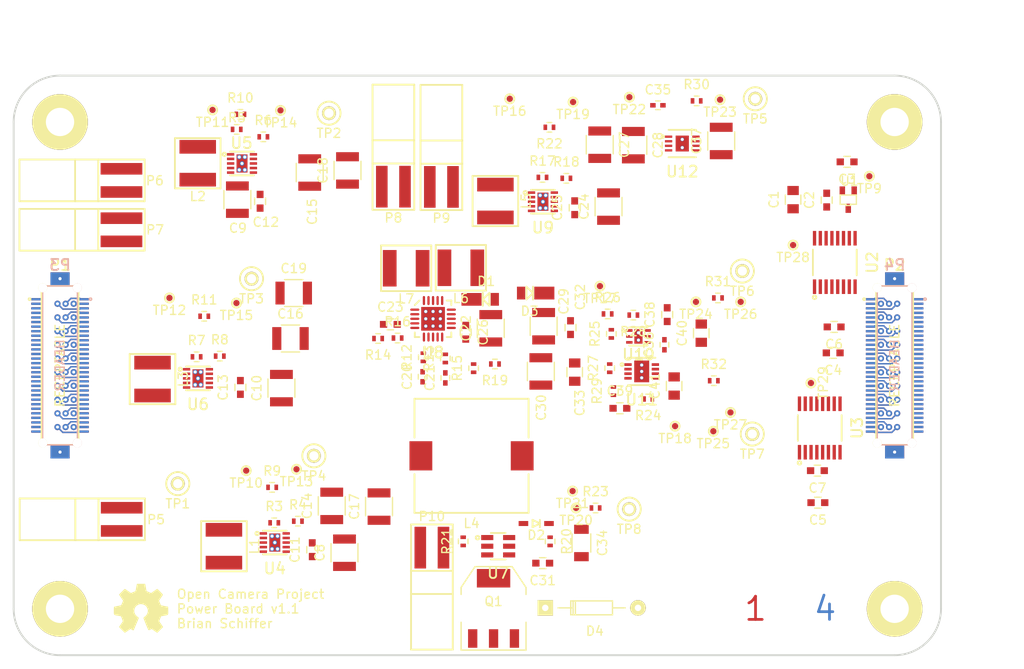
<source format=kicad_pcb>
(kicad_pcb (version 4) (host pcbnew "(2015-04-19 BZR 5613)-product")
  (title_block (title "Power Board") (date "Friday, July 03, 2015") (rev 1.1) (company "Open Camera Project") (comment 1 "Author: Brian Schiffer"))
  (layers (0 F.Cu signal) (1 F_inner.Cu signal) (2 B_inner.Cu signal) (31 B.Cu signal) (34 B.Paste user hide) (35 F.Paste user hide) (36 B.SilkS user) (37 F.SilkS user) (38 B.Mask user) (39 F.Mask user) (44 Edge.Cuts user))
  (net 0 "")
  (net 1 /connectors/L1)
  (net 2 /connectors/L5)
  (net 3 /connectors/L6)
  (net 4 /connectors/L7)
  (net 5 /connectors/L8)
  (net 6 /connectors/L9)
  (net 7 /connectors/L10)
  (net 8 /connectors/L11)
  (net 9 /connectors/L12)
  (net 10 /connectors/L13)
  (net 11 /connectors/L14)
  (net 12 /connectors/L15)
  (net 13 /connectors/L16)
  (net 14 /connectors/L17)
  (net 15 /connectors/L18)
  (net 16 /connectors/L19)
  (net 17 /connectors/L20)
  (net 18 /connectors/L21)
  (net 19 /connectors/L22)
  (net 20 /connectors/L23)
  (net 21 /connectors/L24)
  (net 22 /connectors/L25)
  (net 23 /connectors/L26)
  (net 24 /connectors/L27)
  (net 25 /connectors/L28)
  (net 26 /connectors/L29)
  (net 27 /connectors/L30)
  (net 28 /connectors/R5)
  (net 29 /connectors/R6)
  (net 30 /connectors/R7)
  (net 31 /connectors/R8)
  (net 32 /connectors/R9)
  (net 33 /connectors/R10)
  (net 34 /connectors/R11)
  (net 35 /connectors/R12)
  (net 36 /connectors/R13)
  (net 37 /connectors/R14)
  (net 38 /connectors/R15)
  (net 39 /connectors/R16)
  (net 40 /connectors/R17)
  (net 41 /connectors/R18)
  (net 42 /connectors/R19)
  (net 43 /connectors/R20)
  (net 44 /connectors/R21)
  (net 45 /connectors/R22)
  (net 46 /connectors/R23)
  (net 47 /connectors/R24)
  (net 48 /connectors/R25)
  (net 49 /connectors/R26)
  (net 50 /connectors/R27)
  (net 51 /connectors/R28)
  (net 52 /connectors/R29)
  (net 53 /connectors/R30)
  (net 54 /Analog_Power/5Va)
  (net 55 /Vref_3V)
  (net 56 /Digital_Power/3.3V)
  (net 57 "Net-(C11-Pad1)")
  (net 58 "Net-(C12-Pad1)")
  (net 59 "Net-(C10-Pad1)")
  (net 60 "Net-(C14-Pad1)")
  (net 61 "Net-(C15-Pad1)")
  (net 62 "Net-(C16-Pad1)")
  (net 63 "Net-(C20-Pad2)")
  (net 64 "Net-(C21-Pad2)")
  (net 65 "Net-(C22-Pad1)")
  (net 66 "Net-(C23-Pad2)")
  (net 67 "Net-(C24-Pad1)")
  (net 68 "Net-(C26-Pad1)")
  (net 69 "Net-(C27-Pad1)")
  (net 70 /Analog_Power/+16V)
  (net 71 /Analog_Power/-16V)
  (net 72 "Net-(C31-Pad1)")
  (net 73 "Net-(C31-Pad2)")
  (net 74 "Net-(C35-Pad1)")
  (net 75 "Net-(C35-Pad2)")
  (net 76 "Net-(C36-Pad2)")
  (net 77 "Net-(C38-Pad1)")
  (net 78 "Net-(C38-Pad2)")
  (net 79 "Net-(C39-Pad1)")
  (net 80 "Net-(C39-Pad2)")
  (net 81 "Net-(D1-Pad2)")
  (net 82 "Net-(D2-Pad1)")
  (net 83 "Net-(D3-Pad1)")
  (net 84 "Net-(D4-Pad2)")
  (net 85 "Net-(L1-Pad2)")
  (net 86 "Net-(L1-Pad1)")
  (net 87 "Net-(L2-Pad2)")
  (net 88 "Net-(L2-Pad1)")
  (net 89 "Net-(L3-Pad2)")
  (net 90 "Net-(L3-Pad1)")
  (net 91 "Net-(L4-Pad1)")
  (net 92 "Net-(L5-Pad2)")
  (net 93 "Net-(L5-Pad1)")
  (net 94 "Net-(L7-Pad1)")
  (net 95 /Digital_Power/5V)
  (net 96 /Digital_Power/1.8V)
  (net 97 /Analog_Power/15Va)
  (net 98 /Analog_Power/-15Va)
  (net 99 /Analog_Power/50Va)
  (net 100 "Net-(Q1-Pad1)")
  (net 101 "Net-(R3-Pad2)")
  (net 102 "Net-(R5-Pad2)")
  (net 103 "Net-(R7-Pad2)")
  (net 104 "Net-(R12-Pad2)")
  (net 105 "Net-(R13-Pad2)")
  (net 106 "Net-(R14-Pad1)")
  (net 107 "Net-(R15-Pad2)")
  (net 108 "Net-(R17-Pad2)")
  (net 109 /Analog_Power/5.5V)
  (net 110 "Net-(R24-Pad2)")
  (net 111 "Net-(R25-Pad1)")
  (net 112 "Net-(U8-Pad8)")
  (net 113 "Net-(TP28-Pad1)")
  (net 114 "Net-(TP29-Pad1)")
  (net 115 GNDA)
  (module OpenCamera:oshw_logo (layer F.Cu) (at 102.87 134.62)
    (fp_text reference "" hide)
    (fp_text value "" hide)
  )
  (module OpenCamera:MOUNTING_HOLE (layer F.Cu) (at 94.615 134.874)
    (fp_text reference "" hide)
    (fp_text value "" hide)
    (pad 1 thru_hole oval (at -0.635 -0.254) (size 6.1 6.1) (drill 3.1) (layers *.Cu *.Mask F.SilkS))
  )
  (module OpenCamera:MOUNTING_HOLE (layer F.Cu) (at 95.631 83.439)
    (fp_text reference "" hide)
    (fp_text value "" hide)
    (pad 1 thru_hole oval (at -1.651 -2.159) (size 6.1 6.1) (drill 3.1) (layers *.Cu *.Mask F.SilkS))
  )
  (module OpenCamera:MOUNTING_HOLE (layer F.Cu) (at 184.531 82.169)
    (fp_text reference "" hide)
    (fp_text value "" hide)
    (pad 1 thru_hole oval (at 0.889 -0.889) (size 6.1 6.1) (drill 3.1) (layers *.Cu *.Mask F.SilkS))
  )
  (module OpenCamera:MOUNTING_HOLE (layer F.Cu) (at 183.007 133.604)
    (fp_text reference "" hide)
    (fp_text value "" hide)
    (pad 1 thru_hole oval (at 2.413 1.016) (size 6.1 6.1) (drill 3.1) (layers *.Cu *.Mask F.SilkS))
  )
  (module OpenCamera:STITCH_VIA (layer F.Cu) (at 187.5282 97.6376)
    (fp_text reference "" hide)
    (fp_text value "" hide)
  )
  (module OpenCamera:STITCH_VIA (layer F.Cu) (at 185.42 117.4496)
    (fp_text reference "" hide)
    (fp_text value "" hide)
  )
  (module OpenCamera:STITCH_VIA (layer F.Cu) (at 93.98 98.4504)
    (fp_text reference "" hide)
    (fp_text value "" hide)
  )
  (module OpenCamera:STITCH_VIA (layer F.Cu) (at 93.98 117.4496)
    (fp_text reference "" hide)
    (fp_text value "" hide)
  )
  (module OpenCamera:DF17_60_RECEPTACLE (layer F.Cu) (at 93.98 107.95)
    (fp_text reference P1 (at 0 -11) (layer F.SilkS) (effects (font (size 1.2 1.2) (thickness 0.2))))
    (fp_text value CONN_LEFT_TOP hide)
    (fp_text user RECEPTACLE (at 0 0 90) (layer F.SilkS))
    (pad 62 thru_hole circle (at 0 9.5) (size 0.6858 0.6858) (drill 0.3302) (layers *.Cu) (net 115 GNDA))
    (pad 62 smd rect (at 0 9.5) (size 2.1 1.4) (layers F.Cu F.Paste F.Mask) (net 115 GNDA))
    (pad 1 smd rect (at -2.65 -7.25) (size 1 0.25) (layers F.Cu F.Paste F.Mask) (net 115 GNDA))
    (pad 3 smd rect (at -2.65 -6.75) (size 1 0.25) (layers F.Cu F.Paste F.Mask) (net 115 GNDA))
    (pad 5 smd rect (at -2.65 -6.25) (size 1 0.25) (layers F.Cu F.Paste F.Mask) (net 115 GNDA))
    (pad 7 smd rect (at -2.65 -5.75) (size 1 0.25) (layers F.Cu F.Paste F.Mask) (net 115 GNDA))
    (pad 9 smd rect (at -2.65 -5.25) (size 1 0.25) (layers F.Cu F.Paste F.Mask) (net 115 GNDA))
    (pad 11 smd rect (at -2.65 -4.75) (size 1 0.25) (layers F.Cu F.Paste F.Mask) (net 115 GNDA))
    (pad 13 smd rect (at -2.65 -4.25) (size 1 0.25) (layers F.Cu F.Paste F.Mask) (net 115 GNDA))
    (pad 15 smd rect (at -2.65 -3.75) (size 1 0.25) (layers F.Cu F.Paste F.Mask) (net 115 GNDA))
    (pad 17 smd rect (at -2.65 -3.25) (size 1 0.25) (layers F.Cu F.Paste F.Mask) (net 115 GNDA))
    (pad 19 smd rect (at -2.65 -2.75) (size 1 0.25) (layers F.Cu F.Paste F.Mask) (net 115 GNDA))
    (pad 21 smd rect (at -2.65 -2.25) (size 1 0.25) (layers F.Cu F.Paste F.Mask) (net 115 GNDA))
    (pad 23 smd rect (at -2.65 -1.75) (size 1 0.25) (layers F.Cu F.Paste F.Mask) (net 115 GNDA))
    (pad 25 smd rect (at -2.65 -1.25) (size 1 0.25) (layers F.Cu F.Paste F.Mask) (net 115 GNDA))
    (pad 27 smd rect (at -2.65 -0.75) (size 1 0.25) (layers F.Cu F.Paste F.Mask) (net 115 GNDA))
    (pad 29 smd rect (at -2.65 -0.25) (size 1 0.25) (layers F.Cu F.Paste F.Mask) (net 115 GNDA))
    (pad 31 smd rect (at -2.65 0.25) (size 1 0.25) (layers F.Cu F.Paste F.Mask) (net 115 GNDA))
    (pad 33 smd rect (at -2.65 0.75) (size 1 0.25) (layers F.Cu F.Paste F.Mask) (net 115 GNDA))
    (pad 35 smd rect (at -2.65 1.25) (size 1 0.25) (layers F.Cu F.Paste F.Mask) (net 115 GNDA))
    (pad 37 smd rect (at -2.65 1.75) (size 1 0.25) (layers F.Cu F.Paste F.Mask) (net 115 GNDA))
    (pad 39 smd rect (at -2.65 2.25) (size 1 0.25) (layers F.Cu F.Paste F.Mask) (net 115 GNDA))
    (pad 41 smd rect (at -2.65 2.75) (size 1 0.25) (layers F.Cu F.Paste F.Mask) (net 115 GNDA))
    (pad 43 smd rect (at -2.65 3.25) (size 1 0.25) (layers F.Cu F.Paste F.Mask) (net 115 GNDA))
    (pad 45 smd rect (at -2.65 3.75) (size 1 0.25) (layers F.Cu F.Paste F.Mask) (net 115 GNDA))
    (pad 47 smd rect (at -2.65 4.25) (size 1 0.25) (layers F.Cu F.Paste F.Mask) (net 115 GNDA))
    (pad 49 smd rect (at -2.65 4.75) (size 1 0.25) (layers F.Cu F.Paste F.Mask) (net 115 GNDA))
    (pad 51 smd rect (at -2.65 5.25) (size 1 0.25) (layers F.Cu F.Paste F.Mask) (net 115 GNDA))
    (pad 53 smd rect (at -2.65 5.75) (size 1 0.25) (layers F.Cu F.Paste F.Mask) (net 115 GNDA))
    (pad 55 smd rect (at -2.65 6.25) (size 1 0.25) (layers F.Cu F.Paste F.Mask) (net 115 GNDA))
    (pad 57 smd rect (at -2.65 6.75) (size 1 0.25) (layers F.Cu F.Paste F.Mask) (net 115 GNDA))
    (pad 59 smd rect (at -2.65 7.25) (size 1 0.25) (layers F.Cu F.Paste F.Mask) (net 115 GNDA))
    (pad 2 smd rect (at 2.65 -7.25) (size 1 0.25) (layers F.Cu F.Paste F.Mask) (net 1 /connectors/L1))
    (pad 4 smd rect (at 2.65 -6.75) (size 1 0.25) (layers F.Cu F.Paste F.Mask) (net 95 /Digital_Power/5V))
    (pad 6 smd rect (at 2.65 -6.25) (size 1 0.25) (layers F.Cu F.Paste F.Mask) (net 56 /Digital_Power/3.3V))
    (pad 8 smd rect (at 2.65 -5.75) (size 1 0.25) (layers F.Cu F.Paste F.Mask) (net 96 /Digital_Power/1.8V))
    (pad 10 smd rect (at 2.65 -5.25) (size 1 0.25) (layers F.Cu F.Paste F.Mask) (net 2 /connectors/L5))
    (pad 12 smd rect (at 2.65 -4.75) (size 1 0.25) (layers F.Cu F.Paste F.Mask) (net 3 /connectors/L6))
    (pad 14 smd rect (at 2.65 -4.25) (size 1 0.25) (layers F.Cu F.Paste F.Mask) (net 4 /connectors/L7))
    (pad 16 smd rect (at 2.65 -3.75) (size 1 0.25) (layers F.Cu F.Paste F.Mask) (net 5 /connectors/L8))
    (pad 18 smd rect (at 2.65 -3.25) (size 1 0.25) (layers F.Cu F.Paste F.Mask) (net 6 /connectors/L9))
    (pad 20 smd rect (at 2.65 -2.75) (size 1 0.25) (layers F.Cu F.Paste F.Mask) (net 7 /connectors/L10))
    (pad 22 smd rect (at 2.65 -2.25) (size 1 0.25) (layers F.Cu F.Paste F.Mask) (net 8 /connectors/L11))
    (pad 24 smd rect (at 2.65 -1.75) (size 1 0.25) (layers F.Cu F.Paste F.Mask) (net 9 /connectors/L12))
    (pad 26 smd rect (at 2.65 -1.25) (size 1 0.25) (layers F.Cu F.Paste F.Mask) (net 10 /connectors/L13))
    (pad 28 smd rect (at 2.65 -0.75) (size 1 0.25) (layers F.Cu F.Paste F.Mask) (net 11 /connectors/L14))
    (pad 30 smd rect (at 2.65 -0.25) (size 1 0.25) (layers F.Cu F.Paste F.Mask) (net 12 /connectors/L15))
    (pad 32 smd rect (at 2.65 0.25) (size 1 0.25) (layers F.Cu F.Paste F.Mask) (net 13 /connectors/L16))
    (pad 34 smd rect (at 2.65 0.75) (size 1 0.25) (layers F.Cu F.Paste F.Mask) (net 14 /connectors/L17))
    (pad 36 smd rect (at 2.65 1.25) (size 1 0.25) (layers F.Cu F.Paste F.Mask) (net 15 /connectors/L18))
    (pad 38 smd rect (at 2.65 1.75) (size 1 0.25) (layers F.Cu F.Paste F.Mask) (net 16 /connectors/L19))
    (pad 40 smd rect (at 2.65 2.25) (size 1 0.25) (layers F.Cu F.Paste F.Mask) (net 17 /connectors/L20))
    (pad 42 smd rect (at 2.65 2.75) (size 1 0.25) (layers F.Cu F.Paste F.Mask) (net 18 /connectors/L21))
    (pad 44 smd rect (at 2.65 3.25) (size 1 0.25) (layers F.Cu F.Paste F.Mask) (net 19 /connectors/L22))
    (pad 46 smd rect (at 2.65 3.75) (size 1 0.25) (layers F.Cu F.Paste F.Mask) (net 20 /connectors/L23))
    (pad 48 smd rect (at 2.65 4.25) (size 1 0.25) (layers F.Cu F.Paste F.Mask) (net 21 /connectors/L24))
    (pad 50 smd rect (at 2.65 4.75) (size 1 0.25) (layers F.Cu F.Paste F.Mask) (net 22 /connectors/L25))
    (pad 52 smd rect (at 2.65 5.25) (size 1 0.25) (layers F.Cu F.Paste F.Mask) (net 23 /connectors/L26))
    (pad 54 smd rect (at 2.65 5.75) (size 1 0.25) (layers F.Cu F.Paste F.Mask) (net 24 /connectors/L27))
    (pad 56 smd rect (at 2.65 6.25) (size 1 0.25) (layers F.Cu F.Paste F.Mask) (net 25 /connectors/L28))
    (pad 58 smd rect (at 2.65 6.75) (size 1 0.25) (layers F.Cu F.Paste F.Mask) (net 26 /connectors/L29))
    (pad 60 smd rect (at 2.65 7.25) (size 1 0.25) (layers F.Cu F.Paste F.Mask) (net 27 /connectors/L30))
    (pad 61 smd rect (at 0 -9.5) (size 2.1 1.4) (layers F.Cu F.Paste F.Mask) (net 115 GNDA))
    (pad "" np_thru_hole circle (at -1.9 -8.5) (size 1 1) (drill 1) (layers *.Cu *.Mask F.SilkS))
    (pad "" np_thru_hole circle (at -1.9 8.5) (size 1 1) (drill 1) (layers *.Cu *.Mask F.SilkS))
    (pad 61 thru_hole circle (at 0 -9.5) (size 0.6858 0.6858) (drill 0.3302) (layers *.Cu) (net 115 GNDA))
  )
  (module OpenCamera:DF17_60_RECEPTACLE (layer F.Cu) (at 185.42 107.95)
    (fp_text reference P2 (at 0 -11) (layer F.SilkS) (effects (font (size 1.2 1.2) (thickness 0.2))))
    (fp_text value CONN_RIGHT_TOP hide)
    (fp_text user RECEPTACLE (at 0 0 90) (layer F.SilkS))
    (pad 62 thru_hole circle (at 0 9.5) (size 0.6858 0.6858) (drill 0.3302) (layers *.Cu) (net 115 GNDA))
    (pad 62 smd rect (at 0 9.5) (size 2.1 1.4) (layers F.Cu F.Paste F.Mask) (net 115 GNDA))
    (pad 1 smd rect (at -2.65 -7.25) (size 1 0.25) (layers F.Cu F.Paste F.Mask) (net 54 /Analog_Power/5Va))
    (pad 3 smd rect (at -2.65 -6.75) (size 1 0.25) (layers F.Cu F.Paste F.Mask) (net 97 /Analog_Power/15Va))
    (pad 5 smd rect (at -2.65 -6.25) (size 1 0.25) (layers F.Cu F.Paste F.Mask) (net 98 /Analog_Power/-15Va))
    (pad 7 smd rect (at -2.65 -5.75) (size 1 0.25) (layers F.Cu F.Paste F.Mask) (net 99 /Analog_Power/50Va))
    (pad 9 smd rect (at -2.65 -5.25) (size 1 0.25) (layers F.Cu F.Paste F.Mask) (net 28 /connectors/R5))
    (pad 11 smd rect (at -2.65 -4.75) (size 1 0.25) (layers F.Cu F.Paste F.Mask) (net 29 /connectors/R6))
    (pad 13 smd rect (at -2.65 -4.25) (size 1 0.25) (layers F.Cu F.Paste F.Mask) (net 30 /connectors/R7))
    (pad 15 smd rect (at -2.65 -3.75) (size 1 0.25) (layers F.Cu F.Paste F.Mask) (net 31 /connectors/R8))
    (pad 17 smd rect (at -2.65 -3.25) (size 1 0.25) (layers F.Cu F.Paste F.Mask) (net 32 /connectors/R9))
    (pad 19 smd rect (at -2.65 -2.75) (size 1 0.25) (layers F.Cu F.Paste F.Mask) (net 33 /connectors/R10))
    (pad 21 smd rect (at -2.65 -2.25) (size 1 0.25) (layers F.Cu F.Paste F.Mask) (net 34 /connectors/R11))
    (pad 23 smd rect (at -2.65 -1.75) (size 1 0.25) (layers F.Cu F.Paste F.Mask) (net 35 /connectors/R12))
    (pad 25 smd rect (at -2.65 -1.25) (size 1 0.25) (layers F.Cu F.Paste F.Mask) (net 36 /connectors/R13))
    (pad 27 smd rect (at -2.65 -0.75) (size 1 0.25) (layers F.Cu F.Paste F.Mask) (net 37 /connectors/R14))
    (pad 29 smd rect (at -2.65 -0.25) (size 1 0.25) (layers F.Cu F.Paste F.Mask) (net 38 /connectors/R15))
    (pad 31 smd rect (at -2.65 0.25) (size 1 0.25) (layers F.Cu F.Paste F.Mask) (net 39 /connectors/R16))
    (pad 33 smd rect (at -2.65 0.75) (size 1 0.25) (layers F.Cu F.Paste F.Mask) (net 40 /connectors/R17))
    (pad 35 smd rect (at -2.65 1.25) (size 1 0.25) (layers F.Cu F.Paste F.Mask) (net 41 /connectors/R18))
    (pad 37 smd rect (at -2.65 1.75) (size 1 0.25) (layers F.Cu F.Paste F.Mask) (net 42 /connectors/R19))
    (pad 39 smd rect (at -2.65 2.25) (size 1 0.25) (layers F.Cu F.Paste F.Mask) (net 43 /connectors/R20))
    (pad 41 smd rect (at -2.65 2.75) (size 1 0.25) (layers F.Cu F.Paste F.Mask) (net 44 /connectors/R21))
    (pad 43 smd rect (at -2.65 3.25) (size 1 0.25) (layers F.Cu F.Paste F.Mask) (net 45 /connectors/R22))
    (pad 45 smd rect (at -2.65 3.75) (size 1 0.25) (layers F.Cu F.Paste F.Mask) (net 46 /connectors/R23))
    (pad 47 smd rect (at -2.65 4.25) (size 1 0.25) (layers F.Cu F.Paste F.Mask) (net 47 /connectors/R24))
    (pad 49 smd rect (at -2.65 4.75) (size 1 0.25) (layers F.Cu F.Paste F.Mask) (net 48 /connectors/R25))
    (pad 51 smd rect (at -2.65 5.25) (size 1 0.25) (layers F.Cu F.Paste F.Mask) (net 49 /connectors/R26))
    (pad 53 smd rect (at -2.65 5.75) (size 1 0.25) (layers F.Cu F.Paste F.Mask) (net 50 /connectors/R27))
    (pad 55 smd rect (at -2.65 6.25) (size 1 0.25) (layers F.Cu F.Paste F.Mask) (net 51 /connectors/R28))
    (pad 57 smd rect (at -2.65 6.75) (size 1 0.25) (layers F.Cu F.Paste F.Mask) (net 52 /connectors/R29))
    (pad 59 smd rect (at -2.65 7.25) (size 1 0.25) (layers F.Cu F.Paste F.Mask) (net 53 /connectors/R30))
    (pad 2 smd rect (at 2.65 -7.25) (size 1 0.25) (layers F.Cu F.Paste F.Mask) (net 115 GNDA))
    (pad 4 smd rect (at 2.65 -6.75) (size 1 0.25) (layers F.Cu F.Paste F.Mask) (net 115 GNDA))
    (pad 6 smd rect (at 2.65 -6.25) (size 1 0.25) (layers F.Cu F.Paste F.Mask) (net 115 GNDA))
    (pad 8 smd rect (at 2.65 -5.75) (size 1 0.25) (layers F.Cu F.Paste F.Mask) (net 115 GNDA))
    (pad 10 smd rect (at 2.65 -5.25) (size 1 0.25) (layers F.Cu F.Paste F.Mask) (net 115 GNDA))
    (pad 12 smd rect (at 2.65 -4.75) (size 1 0.25) (layers F.Cu F.Paste F.Mask) (net 115 GNDA))
    (pad 14 smd rect (at 2.65 -4.25) (size 1 0.25) (layers F.Cu F.Paste F.Mask) (net 115 GNDA))
    (pad 16 smd rect (at 2.65 -3.75) (size 1 0.25) (layers F.Cu F.Paste F.Mask) (net 115 GNDA))
    (pad 18 smd rect (at 2.65 -3.25) (size 1 0.25) (layers F.Cu F.Paste F.Mask) (net 115 GNDA))
    (pad 20 smd rect (at 2.65 -2.75) (size 1 0.25) (layers F.Cu F.Paste F.Mask) (net 115 GNDA))
    (pad 22 smd rect (at 2.65 -2.25) (size 1 0.25) (layers F.Cu F.Paste F.Mask) (net 115 GNDA))
    (pad 24 smd rect (at 2.65 -1.75) (size 1 0.25) (layers F.Cu F.Paste F.Mask) (net 115 GNDA))
    (pad 26 smd rect (at 2.65 -1.25) (size 1 0.25) (layers F.Cu F.Paste F.Mask) (net 115 GNDA))
    (pad 28 smd rect (at 2.65 -0.75) (size 1 0.25) (layers F.Cu F.Paste F.Mask) (net 115 GNDA))
    (pad 30 smd rect (at 2.65 -0.25) (size 1 0.25) (layers F.Cu F.Paste F.Mask) (net 115 GNDA))
    (pad 32 smd rect (at 2.65 0.25) (size 1 0.25) (layers F.Cu F.Paste F.Mask) (net 115 GNDA))
    (pad 34 smd rect (at 2.65 0.75) (size 1 0.25) (layers F.Cu F.Paste F.Mask) (net 115 GNDA))
    (pad 36 smd rect (at 2.65 1.25) (size 1 0.25) (layers F.Cu F.Paste F.Mask) (net 115 GNDA))
    (pad 38 smd rect (at 2.65 1.75) (size 1 0.25) (layers F.Cu F.Paste F.Mask) (net 115 GNDA))
    (pad 40 smd rect (at 2.65 2.25) (size 1 0.25) (layers F.Cu F.Paste F.Mask) (net 115 GNDA))
    (pad 42 smd rect (at 2.65 2.75) (size 1 0.25) (layers F.Cu F.Paste F.Mask) (net 115 GNDA))
    (pad 44 smd rect (at 2.65 3.25) (size 1 0.25) (layers F.Cu F.Paste F.Mask) (net 115 GNDA))
    (pad 46 smd rect (at 2.65 3.75) (size 1 0.25) (layers F.Cu F.Paste F.Mask) (net 115 GNDA))
    (pad 48 smd rect (at 2.65 4.25) (size 1 0.25) (layers F.Cu F.Paste F.Mask) (net 115 GNDA))
    (pad 50 smd rect (at 2.65 4.75) (size 1 0.25) (layers F.Cu F.Paste F.Mask) (net 115 GNDA))
    (pad 52 smd rect (at 2.65 5.25) (size 1 0.25) (layers F.Cu F.Paste F.Mask) (net 115 GNDA))
    (pad 54 smd rect (at 2.65 5.75) (size 1 0.25) (layers F.Cu F.Paste F.Mask) (net 115 GNDA))
    (pad 56 smd rect (at 2.65 6.25) (size 1 0.25) (layers F.Cu F.Paste F.Mask) (net 115 GNDA))
    (pad 58 smd rect (at 2.65 6.75) (size 1 0.25) (layers F.Cu F.Paste F.Mask) (net 115 GNDA))
    (pad 60 smd rect (at 2.65 7.25) (size 1 0.25) (layers F.Cu F.Paste F.Mask) (net 115 GNDA))
    (pad 61 smd rect (at 0 -9.5) (size 2.1 1.4) (layers F.Cu F.Paste F.Mask) (net 115 GNDA))
    (pad "" np_thru_hole circle (at -1.9 -8.5) (size 1 1) (drill 1) (layers *.Cu *.Mask F.SilkS))
    (pad "" np_thru_hole circle (at -1.9 8.5) (size 1 1) (drill 1) (layers *.Cu *.Mask F.SilkS))
    (pad 61 thru_hole circle (at 0 -9.5) (size 0.6858 0.6858) (drill 0.3302) (layers *.Cu) (net 115 GNDA))
  )
  (module OpenCamera:DF17_60_HEADER (layer B.Cu) (at 185.42 107.95 180)
    (fp_text reference P4 (at 0 11 180) (layer B.SilkS) (effects (font (size 1.2 1.2) (thickness 0.2)) (justify mirror)))
    (fp_text value CONN_RIGHT_BOTTOM hide)
    (fp_text user HEADER (at 0 0 450) (layer B.SilkS) (effects (justify mirror)))
    (pad "" np_thru_hole circle (at -1.9 8.5 180) (size 1 1) (drill 1) (layers *.Cu *.Mask B.SilkS))
    (pad 62 smd rect (at 0 -9.5 180) (size 2.1 1.4) (layers B.Cu B.Paste B.Mask) (net 115 GNDA))
    (pad 1 smd rect (at -2.575 7.25 180) (size 1.15 0.25) (layers B.Cu B.Paste B.Mask) (net 115 GNDA))
    (pad 3 smd rect (at -2.575 6.75 180) (size 1.15 0.25) (layers B.Cu B.Paste B.Mask) (net 115 GNDA))
    (pad 5 smd rect (at -2.575 6.25 180) (size 1.15 0.25) (layers B.Cu B.Paste B.Mask) (net 115 GNDA))
    (pad 7 smd rect (at -2.575 5.75 180) (size 1.15 0.25) (layers B.Cu B.Paste B.Mask) (net 115 GNDA))
    (pad 9 smd rect (at -2.575 5.25 180) (size 1.15 0.25) (layers B.Cu B.Paste B.Mask) (net 115 GNDA))
    (pad 11 smd rect (at -2.575 4.75 180) (size 1.15 0.25) (layers B.Cu B.Paste B.Mask) (net 115 GNDA))
    (pad 13 smd rect (at -2.575 4.25 180) (size 1.15 0.25) (layers B.Cu B.Paste B.Mask) (net 115 GNDA))
    (pad 15 smd rect (at -2.575 3.75 180) (size 1.15 0.25) (layers B.Cu B.Paste B.Mask) (net 115 GNDA))
    (pad 17 smd rect (at -2.575 3.25 180) (size 1.15 0.25) (layers B.Cu B.Paste B.Mask) (net 115 GNDA))
    (pad 19 smd rect (at -2.575 2.75 180) (size 1.15 0.25) (layers B.Cu B.Paste B.Mask) (net 115 GNDA))
    (pad 21 smd rect (at -2.575 2.25 180) (size 1.15 0.25) (layers B.Cu B.Paste B.Mask) (net 115 GNDA))
    (pad 23 smd rect (at -2.575 1.75 180) (size 1.15 0.25) (layers B.Cu B.Paste B.Mask) (net 115 GNDA))
    (pad 25 smd rect (at -2.575 1.25 180) (size 1.15 0.25) (layers B.Cu B.Paste B.Mask) (net 115 GNDA))
    (pad 27 smd rect (at -2.575 0.75 180) (size 1.15 0.25) (layers B.Cu B.Paste B.Mask) (net 115 GNDA))
    (pad 29 smd rect (at -2.575 0.25 180) (size 1.15 0.25) (layers B.Cu B.Paste B.Mask) (net 115 GNDA))
    (pad 31 smd rect (at -2.575 -0.25 180) (size 1.15 0.25) (layers B.Cu B.Paste B.Mask) (net 115 GNDA))
    (pad 33 smd rect (at -2.575 -0.75 180) (size 1.15 0.25) (layers B.Cu B.Paste B.Mask) (net 115 GNDA))
    (pad 35 smd rect (at -2.575 -1.25 180) (size 1.15 0.25) (layers B.Cu B.Paste B.Mask) (net 115 GNDA))
    (pad 37 smd rect (at -2.575 -1.75 180) (size 1.15 0.25) (layers B.Cu B.Paste B.Mask) (net 115 GNDA))
    (pad 39 smd rect (at -2.575 -2.25 180) (size 1.15 0.25) (layers B.Cu B.Paste B.Mask) (net 115 GNDA))
    (pad 41 smd rect (at -2.575 -2.75 180) (size 1.15 0.25) (layers B.Cu B.Paste B.Mask) (net 115 GNDA))
    (pad 43 smd rect (at -2.575 -3.25 180) (size 1.15 0.25) (layers B.Cu B.Paste B.Mask) (net 115 GNDA))
    (pad 45 smd rect (at -2.575 -3.75 180) (size 1.15 0.25) (layers B.Cu B.Paste B.Mask) (net 115 GNDA))
    (pad 47 smd rect (at -2.575 -4.25 180) (size 1.15 0.25) (layers B.Cu B.Paste B.Mask) (net 115 GNDA))
    (pad 49 smd rect (at -2.575 -4.75 180) (size 1.15 0.25) (layers B.Cu B.Paste B.Mask) (net 115 GNDA))
    (pad 51 smd rect (at -2.575 -5.25 180) (size 1.15 0.25) (layers B.Cu B.Paste B.Mask) (net 115 GNDA))
    (pad 53 smd rect (at -2.575 -5.75 180) (size 1.15 0.25) (layers B.Cu B.Paste B.Mask) (net 115 GNDA))
    (pad 55 smd rect (at -2.575 -6.25 180) (size 1.15 0.25) (layers B.Cu B.Paste B.Mask) (net 115 GNDA))
    (pad 57 smd rect (at -2.575 -6.75 180) (size 1.15 0.25) (layers B.Cu B.Paste B.Mask) (net 115 GNDA))
    (pad 59 smd rect (at -2.575 -7.25 180) (size 1.15 0.25) (layers B.Cu B.Paste B.Mask) (net 115 GNDA))
    (pad 2 smd rect (at 2.575 7.25 180) (size 1.15 0.25) (layers B.Cu B.Paste B.Mask) (net 54 /Analog_Power/5Va))
    (pad 4 smd rect (at 2.575 6.75 180) (size 1.15 0.25) (layers B.Cu B.Paste B.Mask) (net 97 /Analog_Power/15Va))
    (pad 6 smd rect (at 2.575 6.25 180) (size 1.15 0.25) (layers B.Cu B.Paste B.Mask) (net 98 /Analog_Power/-15Va))
    (pad 8 smd rect (at 2.575 5.75 180) (size 1.15 0.25) (layers B.Cu B.Paste B.Mask) (net 99 /Analog_Power/50Va))
    (pad 10 smd rect (at 2.575 5.25 180) (size 1.15 0.25) (layers B.Cu B.Paste B.Mask) (net 28 /connectors/R5))
    (pad 12 smd rect (at 2.575 4.75 180) (size 1.15 0.25) (layers B.Cu B.Paste B.Mask) (net 29 /connectors/R6))
    (pad 14 smd rect (at 2.575 4.25 180) (size 1.15 0.25) (layers B.Cu B.Paste B.Mask) (net 30 /connectors/R7))
    (pad 16 smd rect (at 2.575 3.75 180) (size 1.15 0.25) (layers B.Cu B.Paste B.Mask) (net 31 /connectors/R8))
    (pad 18 smd rect (at 2.575 3.25 180) (size 1.15 0.25) (layers B.Cu B.Paste B.Mask) (net 32 /connectors/R9))
    (pad 20 smd rect (at 2.575 2.75 180) (size 1.15 0.25) (layers B.Cu B.Paste B.Mask) (net 33 /connectors/R10))
    (pad 22 smd rect (at 2.575 2.25 180) (size 1.15 0.25) (layers B.Cu B.Paste B.Mask) (net 34 /connectors/R11))
    (pad 24 smd rect (at 2.575 1.75 180) (size 1.15 0.25) (layers B.Cu B.Paste B.Mask) (net 35 /connectors/R12))
    (pad 26 smd rect (at 2.575 1.25 180) (size 1.15 0.25) (layers B.Cu B.Paste B.Mask) (net 36 /connectors/R13))
    (pad 28 smd rect (at 2.575 0.75 180) (size 1.15 0.25) (layers B.Cu B.Paste B.Mask) (net 37 /connectors/R14))
    (pad 30 smd rect (at 2.575 0.25 180) (size 1.15 0.25) (layers B.Cu B.Paste B.Mask) (net 38 /connectors/R15))
    (pad 32 smd rect (at 2.575 -0.25 180) (size 1.15 0.25) (layers B.Cu B.Paste B.Mask) (net 39 /connectors/R16))
    (pad 34 smd rect (at 2.575 -0.75 180) (size 1.15 0.25) (layers B.Cu B.Paste B.Mask) (net 40 /connectors/R17))
    (pad 36 smd rect (at 2.575 -1.25 180) (size 1.15 0.25) (layers B.Cu B.Paste B.Mask) (net 41 /connectors/R18))
    (pad 38 smd rect (at 2.575 -1.75 180) (size 1.15 0.25) (layers B.Cu B.Paste B.Mask) (net 42 /connectors/R19))
    (pad 40 smd rect (at 2.575 -2.25 180) (size 1.15 0.25) (layers B.Cu B.Paste B.Mask) (net 43 /connectors/R20))
    (pad 42 smd rect (at 2.575 -2.75 180) (size 1.15 0.25) (layers B.Cu B.Paste B.Mask) (net 44 /connectors/R21))
    (pad 44 smd rect (at 2.575 -3.25 180) (size 1.15 0.25) (layers B.Cu B.Paste B.Mask) (net 45 /connectors/R22))
    (pad 46 smd rect (at 2.575 -3.75 180) (size 1.15 0.25) (layers B.Cu B.Paste B.Mask) (net 46 /connectors/R23))
    (pad 48 smd rect (at 2.575 -4.25 180) (size 1.15 0.25) (layers B.Cu B.Paste B.Mask) (net 47 /connectors/R24))
    (pad 50 smd rect (at 2.575 -4.75 180) (size 1.15 0.25) (layers B.Cu B.Paste B.Mask) (net 48 /connectors/R25))
    (pad 52 smd rect (at 2.575 -5.25 180) (size 1.15 0.25) (layers B.Cu B.Paste B.Mask) (net 49 /connectors/R26))
    (pad 54 smd rect (at 2.575 -5.75 180) (size 1.15 0.25) (layers B.Cu B.Paste B.Mask) (net 50 /connectors/R27))
    (pad 56 smd rect (at 2.575 -6.25 180) (size 1.15 0.25) (layers B.Cu B.Paste B.Mask) (net 51 /connectors/R28))
    (pad 58 smd rect (at 2.575 -6.75 180) (size 1.15 0.25) (layers B.Cu B.Paste B.Mask) (net 52 /connectors/R29))
    (pad 60 smd rect (at 2.575 -7.25 180) (size 1.15 0.25) (layers B.Cu B.Paste B.Mask) (net 53 /connectors/R30))
    (pad 61 smd rect (at 0 9.5 180) (size 2.1 1.4) (layers B.Cu B.Paste B.Mask) (net 115 GNDA))
    (pad "" np_thru_hole circle (at -1.9 -8.5 180) (size 1 1) (drill 1) (layers *.Cu *.Mask B.SilkS))
    (pad 61 thru_hole circle (at 0 9.5 180) (size 0.6858 0.6858) (drill 0.3302) (layers *.Cu) (net 115 GNDA))
    (pad 62 thru_hole circle (at 0 -9.5 180) (size 0.6858 0.6858) (drill 0.3302) (layers *.Cu) (net 115 GNDA))
  )
  (module OpenCamera:DF17_60_HEADER (layer B.Cu) (at 93.98 107.95 180)
    (fp_text reference P3 (at 0 11 180) (layer B.SilkS) (effects (font (size 1.2 1.2) (thickness 0.2)) (justify mirror)))
    (fp_text value CONN_LEFT_BOTTOM hide)
    (fp_text user HEADER (at 0 0 450) (layer B.SilkS) (effects (justify mirror)))
    (pad "" np_thru_hole circle (at -1.9 8.5 180) (size 1 1) (drill 1) (layers *.Cu *.Mask B.SilkS))
    (pad 62 smd rect (at 0 -9.5 180) (size 2.1 1.4) (layers B.Cu B.Paste B.Mask) (net 115 GNDA))
    (pad 1 smd rect (at -2.575 7.25 180) (size 1.15 0.25) (layers B.Cu B.Paste B.Mask) (net 1 /connectors/L1))
    (pad 3 smd rect (at -2.575 6.75 180) (size 1.15 0.25) (layers B.Cu B.Paste B.Mask) (net 95 /Digital_Power/5V))
    (pad 5 smd rect (at -2.575 6.25 180) (size 1.15 0.25) (layers B.Cu B.Paste B.Mask) (net 56 /Digital_Power/3.3V))
    (pad 7 smd rect (at -2.575 5.75 180) (size 1.15 0.25) (layers B.Cu B.Paste B.Mask) (net 96 /Digital_Power/1.8V))
    (pad 9 smd rect (at -2.575 5.25 180) (size 1.15 0.25) (layers B.Cu B.Paste B.Mask) (net 2 /connectors/L5))
    (pad 11 smd rect (at -2.575 4.75 180) (size 1.15 0.25) (layers B.Cu B.Paste B.Mask) (net 3 /connectors/L6))
    (pad 13 smd rect (at -2.575 4.25 180) (size 1.15 0.25) (layers B.Cu B.Paste B.Mask) (net 4 /connectors/L7))
    (pad 15 smd rect (at -2.575 3.75 180) (size 1.15 0.25) (layers B.Cu B.Paste B.Mask) (net 5 /connectors/L8))
    (pad 17 smd rect (at -2.575 3.25 180) (size 1.15 0.25) (layers B.Cu B.Paste B.Mask) (net 6 /connectors/L9))
    (pad 19 smd rect (at -2.575 2.75 180) (size 1.15 0.25) (layers B.Cu B.Paste B.Mask) (net 7 /connectors/L10))
    (pad 21 smd rect (at -2.575 2.25 180) (size 1.15 0.25) (layers B.Cu B.Paste B.Mask) (net 8 /connectors/L11))
    (pad 23 smd rect (at -2.575 1.75 180) (size 1.15 0.25) (layers B.Cu B.Paste B.Mask) (net 9 /connectors/L12))
    (pad 25 smd rect (at -2.575 1.25 180) (size 1.15 0.25) (layers B.Cu B.Paste B.Mask) (net 10 /connectors/L13))
    (pad 27 smd rect (at -2.575 0.75 180) (size 1.15 0.25) (layers B.Cu B.Paste B.Mask) (net 11 /connectors/L14))
    (pad 29 smd rect (at -2.575 0.25 180) (size 1.15 0.25) (layers B.Cu B.Paste B.Mask) (net 12 /connectors/L15))
    (pad 31 smd rect (at -2.575 -0.25 180) (size 1.15 0.25) (layers B.Cu B.Paste B.Mask) (net 13 /connectors/L16))
    (pad 33 smd rect (at -2.575 -0.75 180) (size 1.15 0.25) (layers B.Cu B.Paste B.Mask) (net 14 /connectors/L17))
    (pad 35 smd rect (at -2.575 -1.25 180) (size 1.15 0.25) (layers B.Cu B.Paste B.Mask) (net 15 /connectors/L18))
    (pad 37 smd rect (at -2.575 -1.75 180) (size 1.15 0.25) (layers B.Cu B.Paste B.Mask) (net 16 /connectors/L19))
    (pad 39 smd rect (at -2.575 -2.25 180) (size 1.15 0.25) (layers B.Cu B.Paste B.Mask) (net 17 /connectors/L20))
    (pad 41 smd rect (at -2.575 -2.75 180) (size 1.15 0.25) (layers B.Cu B.Paste B.Mask) (net 18 /connectors/L21))
    (pad 43 smd rect (at -2.575 -3.25 180) (size 1.15 0.25) (layers B.Cu B.Paste B.Mask) (net 19 /connectors/L22))
    (pad 45 smd rect (at -2.575 -3.75 180) (size 1.15 0.25) (layers B.Cu B.Paste B.Mask) (net 20 /connectors/L23))
    (pad 47 smd rect (at -2.575 -4.25 180) (size 1.15 0.25) (layers B.Cu B.Paste B.Mask) (net 21 /connectors/L24))
    (pad 49 smd rect (at -2.575 -4.75 180) (size 1.15 0.25) (layers B.Cu B.Paste B.Mask) (net 22 /connectors/L25))
    (pad 51 smd rect (at -2.575 -5.25 180) (size 1.15 0.25) (layers B.Cu B.Paste B.Mask) (net 23 /connectors/L26))
    (pad 53 smd rect (at -2.575 -5.75 180) (size 1.15 0.25) (layers B.Cu B.Paste B.Mask) (net 24 /connectors/L27))
    (pad 55 smd rect (at -2.575 -6.25 180) (size 1.15 0.25) (layers B.Cu B.Paste B.Mask) (net 25 /connectors/L28))
    (pad 57 smd rect (at -2.575 -6.75 180) (size 1.15 0.25) (layers B.Cu B.Paste B.Mask) (net 26 /connectors/L29))
    (pad 59 smd rect (at -2.575 -7.25 180) (size 1.15 0.25) (layers B.Cu B.Paste B.Mask) (net 27 /connectors/L30))
    (pad 2 smd rect (at 2.575 7.25 180) (size 1.15 0.25) (layers B.Cu B.Paste B.Mask) (net 115 GNDA))
    (pad 4 smd rect (at 2.575 6.75 180) (size 1.15 0.25) (layers B.Cu B.Paste B.Mask) (net 115 GNDA))
    (pad 6 smd rect (at 2.575 6.25 180) (size 1.15 0.25) (layers B.Cu B.Paste B.Mask) (net 115 GNDA))
    (pad 8 smd rect (at 2.575 5.75 180) (size 1.15 0.25) (layers B.Cu B.Paste B.Mask) (net 115 GNDA))
    (pad 10 smd rect (at 2.575 5.25 180) (size 1.15 0.25) (layers B.Cu B.Paste B.Mask) (net 115 GNDA))
    (pad 12 smd rect (at 2.575 4.75 180) (size 1.15 0.25) (layers B.Cu B.Paste B.Mask) (net 115 GNDA))
    (pad 14 smd rect (at 2.575 4.25 180) (size 1.15 0.25) (layers B.Cu B.Paste B.Mask) (net 115 GNDA))
    (pad 16 smd rect (at 2.575 3.75 180) (size 1.15 0.25) (layers B.Cu B.Paste B.Mask) (net 115 GNDA))
    (pad 18 smd rect (at 2.575 3.25 180) (size 1.15 0.25) (layers B.Cu B.Paste B.Mask) (net 115 GNDA))
    (pad 20 smd rect (at 2.575 2.75 180) (size 1.15 0.25) (layers B.Cu B.Paste B.Mask) (net 115 GNDA))
    (pad 22 smd rect (at 2.575 2.25 180) (size 1.15 0.25) (layers B.Cu B.Paste B.Mask) (net 115 GNDA))
    (pad 24 smd rect (at 2.575 1.75 180) (size 1.15 0.25) (layers B.Cu B.Paste B.Mask) (net 115 GNDA))
    (pad 26 smd rect (at 2.575 1.25 180) (size 1.15 0.25) (layers B.Cu B.Paste B.Mask) (net 115 GNDA))
    (pad 28 smd rect (at 2.575 0.75 180) (size 1.15 0.25) (layers B.Cu B.Paste B.Mask) (net 115 GNDA))
    (pad 30 smd rect (at 2.575 0.25 180) (size 1.15 0.25) (layers B.Cu B.Paste B.Mask) (net 115 GNDA))
    (pad 32 smd rect (at 2.575 -0.25 180) (size 1.15 0.25) (layers B.Cu B.Paste B.Mask) (net 115 GNDA))
    (pad 34 smd rect (at 2.575 -0.75 180) (size 1.15 0.25) (layers B.Cu B.Paste B.Mask) (net 115 GNDA))
    (pad 36 smd rect (at 2.575 -1.25 180) (size 1.15 0.25) (layers B.Cu B.Paste B.Mask) (net 115 GNDA))
    (pad 38 smd rect (at 2.575 -1.75 180) (size 1.15 0.25) (layers B.Cu B.Paste B.Mask) (net 115 GNDA))
    (pad 40 smd rect (at 2.575 -2.25 180) (size 1.15 0.25) (layers B.Cu B.Paste B.Mask) (net 115 GNDA))
    (pad 42 smd rect (at 2.575 -2.75 180) (size 1.15 0.25) (layers B.Cu B.Paste B.Mask) (net 115 GNDA))
    (pad 44 smd rect (at 2.575 -3.25 180) (size 1.15 0.25) (layers B.Cu B.Paste B.Mask) (net 115 GNDA))
    (pad 46 smd rect (at 2.575 -3.75 180) (size 1.15 0.25) (layers B.Cu B.Paste B.Mask) (net 115 GNDA))
    (pad 48 smd rect (at 2.575 -4.25 180) (size 1.15 0.25) (layers B.Cu B.Paste B.Mask) (net 115 GNDA))
    (pad 50 smd rect (at 2.575 -4.75 180) (size 1.15 0.25) (layers B.Cu B.Paste B.Mask) (net 115 GNDA))
    (pad 52 smd rect (at 2.575 -5.25 180) (size 1.15 0.25) (layers B.Cu B.Paste B.Mask) (net 115 GNDA))
    (pad 54 smd rect (at 2.575 -5.75 180) (size 1.15 0.25) (layers B.Cu B.Paste B.Mask) (net 115 GNDA))
    (pad 56 smd rect (at 2.575 -6.25 180) (size 1.15 0.25) (layers B.Cu B.Paste B.Mask) (net 115 GNDA))
    (pad 58 smd rect (at 2.575 -6.75 180) (size 1.15 0.25) (layers B.Cu B.Paste B.Mask) (net 115 GNDA))
    (pad 60 smd rect (at 2.575 -7.25 180) (size 1.15 0.25) (layers B.Cu B.Paste B.Mask) (net 115 GNDA))
    (pad 61 smd rect (at 0 9.5 180) (size 2.1 1.4) (layers B.Cu B.Paste B.Mask) (net 115 GNDA))
    (pad "" np_thru_hole circle (at -1.9 -8.5 180) (size 1 1) (drill 1) (layers *.Cu *.Mask B.SilkS))
    (pad 61 thru_hole circle (at 0 9.5 180) (size 0.6858 0.6858) (drill 0.3302) (layers *.Cu) (net 115 GNDA))
    (pad 62 thru_hole circle (at 0 -9.5 180) (size 0.6858 0.6858) (drill 0.3302) (layers *.Cu) (net 115 GNDA))
  )
  (module Capacitors_SMD:C_0805 (layer F.Cu) (at 174.2948 89.789 90)
    (fp_text reference C1 (at 0 -2.1 90) (layer F.SilkS))
    (fp_text value 4.7uF)
    (pad 1 smd rect (at -1 0 90) (size 1 1.25) (layers F.Cu F.Paste F.Mask) (net 54 /Analog_Power/5Va))
    (pad 2 smd rect (at 1 0 90) (size 1 1.25) (layers F.Cu F.Paste F.Mask) (net 115 GNDA))
  )
  (module Capacitors_SMD:C_0603 (layer F.Cu) (at 177.9778 89.8398 90)
    (fp_text reference C2 (at 0 -1.9 90) (layer F.SilkS))
    (fp_text value 0.1uF)
    (pad 1 smd rect (at -0.75 0 90) (size 0.8 0.75) (layers F.Cu F.Paste F.Mask) (net 54 /Analog_Power/5Va))
    (pad 2 smd rect (at 0.75 0 90) (size 0.8 0.75) (layers F.Cu F.Paste F.Mask) (net 115 GNDA))
  )
  (module Capacitors_SMD:C_0603 (layer F.Cu) (at 180.213 85.6488 180)
    (fp_text reference C3 (at 0 -1.9 180) (layer F.SilkS))
    (fp_text value 1uF)
    (pad 1 smd rect (at -0.75 0 180) (size 0.8 0.75) (layers F.Cu F.Paste F.Mask) (net 55 /Vref_3V))
    (pad 2 smd rect (at 0.75 0 180) (size 0.8 0.75) (layers F.Cu F.Paste F.Mask) (net 115 GNDA))
  )
  (module Capacitors_SMD:C_0603 (layer F.Cu) (at 178.689 106.5784 180)
    (fp_text reference C4 (at 0 -1.9 180) (layer F.SilkS))
    (fp_text value 1uF)
    (pad 1 smd rect (at -0.75 0 180) (size 0.8 0.75) (layers F.Cu F.Paste F.Mask) (net 115 GNDA))
    (pad 2 smd rect (at 0.75 0 180) (size 0.8 0.75) (layers F.Cu F.Paste F.Mask) (net 56 /Digital_Power/3.3V))
  )
  (module Capacitors_SMD:C_0603 (layer F.Cu) (at 177.0126 122.9868 180)
    (fp_text reference C5 (at 0 -1.9 180) (layer F.SilkS))
    (fp_text value 1uF)
    (pad 1 smd rect (at -0.75 0 180) (size 0.8 0.75) (layers F.Cu F.Paste F.Mask) (net 115 GNDA))
    (pad 2 smd rect (at 0.75 0 180) (size 0.8 0.75) (layers F.Cu F.Paste F.Mask) (net 56 /Digital_Power/3.3V))
  )
  (module Capacitors_SMD:C_0603 (layer F.Cu) (at 178.7906 103.7336 180)
    (fp_text reference C6 (at 0 -1.9 180) (layer F.SilkS))
    (fp_text value 0.1uF)
    (pad 1 smd rect (at -0.75 0 180) (size 0.8 0.75) (layers F.Cu F.Paste F.Mask) (net 115 GNDA))
    (pad 2 smd rect (at 0.75 0 180) (size 0.8 0.75) (layers F.Cu F.Paste F.Mask) (net 56 /Digital_Power/3.3V))
  )
  (module Capacitors_SMD:C_0603 (layer F.Cu) (at 176.9618 119.4816 180)
    (fp_text reference C7 (at 0 -1.9 180) (layer F.SilkS))
    (fp_text value 0.1uF)
    (pad 1 smd rect (at -0.75 0 180) (size 0.8 0.75) (layers F.Cu F.Paste F.Mask) (net 115 GNDA))
    (pad 2 smd rect (at 0.75 0 180) (size 0.8 0.75) (layers F.Cu F.Paste F.Mask) (net 56 /Digital_Power/3.3V))
  )
  (module Capacitors_SMD:C_1210 (layer F.Cu) (at 125.1458 128.4732 90)
    (fp_text reference C8 (at 0 -2.7 90) (layer F.SilkS))
    (fp_text value 10uF)
    (pad 1 smd rect (at -1.5 0 90) (size 1 2.5) (layers F.Cu F.Paste F.Mask) (net 57 "Net-(C11-Pad1)"))
    (pad 2 smd rect (at 1.5 0 90) (size 1 2.5) (layers F.Cu F.Paste F.Mask) (net 115 GNDA))
  )
  (module Capacitors_SMD:C_1210 (layer F.Cu) (at 113.411 89.789 270)
    (fp_text reference C9 (at 3.1242 -0.0508 360) (layer F.SilkS))
    (fp_text value 10uF)
    (pad 1 smd rect (at -1.5 0 270) (size 1 2.5) (layers F.Cu F.Paste F.Mask) (net 58 "Net-(C12-Pad1)"))
    (pad 2 smd rect (at 1.5 0 270) (size 1 2.5) (layers F.Cu F.Paste F.Mask) (net 115 GNDA))
  )
  (module Capacitors_SMD:C_1210 (layer F.Cu) (at 118.237 110.4392 90)
    (fp_text reference C10 (at 0 -2.7 90) (layer F.SilkS))
    (fp_text value 10uF)
    (pad 1 smd rect (at -1.5 0 90) (size 1 2.5) (layers F.Cu F.Paste F.Mask) (net 59 "Net-(C10-Pad1)"))
    (pad 2 smd rect (at 1.5 0 90) (size 1 2.5) (layers F.Cu F.Paste F.Mask) (net 115 GNDA))
  )
  (module Capacitors_SMD:C_0603 (layer F.Cu) (at 121.6152 128.143 90)
    (fp_text reference C11 (at 0 -1.9 90) (layer F.SilkS))
    (fp_text value 0.1uF)
    (pad 1 smd rect (at -0.75 0 90) (size 0.8 0.75) (layers F.Cu F.Paste F.Mask) (net 57 "Net-(C11-Pad1)"))
    (pad 2 smd rect (at 0.75 0 90) (size 0.8 0.75) (layers F.Cu F.Paste F.Mask) (net 115 GNDA))
  )
  (module Capacitors_SMD:C_0603 (layer F.Cu) (at 115.9002 89.9668 270)
    (fp_text reference C12 (at 2.286 -0.635 360) (layer F.SilkS))
    (fp_text value 0.1uF)
    (pad 1 smd rect (at -0.75 0 270) (size 0.8 0.75) (layers F.Cu F.Paste F.Mask) (net 58 "Net-(C12-Pad1)"))
    (pad 2 smd rect (at 0.75 0 270) (size 0.8 0.75) (layers F.Cu F.Paste F.Mask) (net 115 GNDA))
  )
  (module Capacitors_SMD:C_0603 (layer F.Cu) (at 113.7412 110.363 90)
    (fp_text reference C13 (at 0 -1.9 90) (layer F.SilkS))
    (fp_text value 0.1uF)
    (pad 1 smd rect (at -0.75 0 90) (size 0.8 0.75) (layers F.Cu F.Paste F.Mask) (net 59 "Net-(C10-Pad1)"))
    (pad 2 smd rect (at 0.75 0 90) (size 0.8 0.75) (layers F.Cu F.Paste F.Mask) (net 115 GNDA))
  )
  (module Capacitors_SMD:C_1210 (layer F.Cu) (at 123.7488 123.3424 90)
    (fp_text reference C14 (at 0 -2.7 90) (layer F.SilkS))
    (fp_text value 10uF)
    (pad 1 smd rect (at -1.5 0 90) (size 1 2.5) (layers F.Cu F.Paste F.Mask) (net 60 "Net-(C14-Pad1)"))
    (pad 2 smd rect (at 1.5 0 90) (size 1 2.5) (layers F.Cu F.Paste F.Mask) (net 115 GNDA))
  )
  (module Capacitors_SMD:C_1210 (layer F.Cu) (at 121.3358 86.8172 90)
    (fp_text reference C15 (at -4.2926 0.2794 90) (layer F.SilkS))
    (fp_text value 10uF)
    (pad 1 smd rect (at -1.5 0 90) (size 1 2.5) (layers F.Cu F.Paste F.Mask) (net 61 "Net-(C15-Pad1)"))
    (pad 2 smd rect (at 1.5 0 90) (size 1 2.5) (layers F.Cu F.Paste F.Mask) (net 115 GNDA))
  )
  (module Capacitors_SMD:C_1210 (layer F.Cu) (at 119.2276 105.0036)
    (fp_text reference C16 (at 0 -2.7) (layer F.SilkS))
    (fp_text value 10uF)
    (pad 1 smd rect (at -1.5 0) (size 1 2.5) (layers F.Cu F.Paste F.Mask) (net 62 "Net-(C16-Pad1)"))
    (pad 2 smd rect (at 1.5 0) (size 1 2.5) (layers F.Cu F.Paste F.Mask) (net 115 GNDA))
  )
  (module Capacitors_SMD:C_1210 (layer F.Cu) (at 128.9304 123.4186 90)
    (fp_text reference C17 (at 0 -2.7 90) (layer F.SilkS))
    (fp_text value 10uF)
    (pad 1 smd rect (at -1.5 0 90) (size 1 2.5) (layers F.Cu F.Paste F.Mask) (net 60 "Net-(C14-Pad1)"))
    (pad 2 smd rect (at 1.5 0 90) (size 1 2.5) (layers F.Cu F.Paste F.Mask) (net 115 GNDA))
  )
  (module Capacitors_SMD:C_1210 (layer F.Cu) (at 125.476 86.5886 90)
    (fp_text reference C18 (at 0 -2.7 90) (layer F.SilkS))
    (fp_text value 10uF)
    (pad 1 smd rect (at -1.5 0 90) (size 1 2.5) (layers F.Cu F.Paste F.Mask) (net 61 "Net-(C15-Pad1)"))
    (pad 2 smd rect (at 1.5 0 90) (size 1 2.5) (layers F.Cu F.Paste F.Mask) (net 115 GNDA))
  )
  (module Capacitors_SMD:C_1210 (layer F.Cu) (at 119.5832 100.0252)
    (fp_text reference C19 (at 0 -2.7) (layer F.SilkS))
    (fp_text value 10uF)
    (pad 1 smd rect (at -1.5 0) (size 1 2.5) (layers F.Cu F.Paste F.Mask) (net 62 "Net-(C16-Pad1)"))
    (pad 2 smd rect (at 1.5 0) (size 1 2.5) (layers F.Cu F.Paste F.Mask) (net 115 GNDA))
  )
  (module Capacitors_SMD:C_0402 (layer F.Cu) (at 133.7056 109.1946 90)
    (fp_text reference C20 (at 0 -1.7 90) (layer F.SilkS))
    (fp_text value 47nF)
    (pad 1 smd rect (at -0.55 0 90) (size 0.6 0.5) (layers F.Cu F.Paste F.Mask) (net 115 GNDA))
    (pad 2 smd rect (at 0.55 0 90) (size 0.6 0.5) (layers F.Cu F.Paste F.Mask) (net 63 "Net-(C20-Pad2)"))
  )
  (module Capacitors_SMD:C_0402 (layer F.Cu) (at 136.1948 109.3216 90)
    (fp_text reference C21 (at 0 -1.7 90) (layer F.SilkS))
    (fp_text value 47nF)
    (pad 1 smd rect (at -0.55 0 90) (size 0.6 0.5) (layers F.Cu F.Paste F.Mask) (net 115 GNDA))
    (pad 2 smd rect (at 0.55 0 90) (size 0.6 0.5) (layers F.Cu F.Paste F.Mask) (net 64 "Net-(C21-Pad2)"))
  )
  (module Capacitors_SMD:C_1210 (layer F.Cu) (at 141.1732 103.886 90)
    (fp_text reference C22 (at 0 -2.7 90) (layer F.SilkS))
    (fp_text value 10uF)
    (pad 1 smd rect (at -1.5 0 90) (size 1 2.5) (layers F.Cu F.Paste F.Mask) (net 65 "Net-(C22-Pad1)"))
    (pad 2 smd rect (at 1.5 0 90) (size 1 2.5) (layers F.Cu F.Paste F.Mask) (net 115 GNDA))
  )
  (module Capacitors_SMD:C_0603 (layer F.Cu) (at 130.175 103.4542)
    (fp_text reference C23 (at 0 -1.9) (layer F.SilkS))
    (fp_text value 1uF)
    (pad 1 smd rect (at -0.75 0) (size 0.8 0.75) (layers F.Cu F.Paste F.Mask) (net 115 GNDA))
    (pad 2 smd rect (at 0.75 0) (size 0.8 0.75) (layers F.Cu F.Paste F.Mask) (net 66 "Net-(C23-Pad2)"))
  )
  (module Capacitors_SMD:C_1210 (layer F.Cu) (at 154.0764 90.551 90)
    (fp_text reference C24 (at 0 -2.7 90) (layer F.SilkS))
    (fp_text value 10uF)
    (pad 1 smd rect (at -1.5 0 90) (size 1 2.5) (layers F.Cu F.Paste F.Mask) (net 67 "Net-(C24-Pad1)"))
    (pad 2 smd rect (at 1.5 0 90) (size 1 2.5) (layers F.Cu F.Paste F.Mask) (net 115 GNDA))
  )
  (module Capacitors_SMD:C_0603 (layer F.Cu) (at 150.368 90.678 90)
    (fp_text reference C25 (at 0 -1.9 90) (layer F.SilkS))
    (fp_text value 0.1uF)
    (pad 1 smd rect (at -0.75 0 90) (size 0.8 0.75) (layers F.Cu F.Paste F.Mask) (net 67 "Net-(C24-Pad1)"))
    (pad 2 smd rect (at 0.75 0 90) (size 0.8 0.75) (layers F.Cu F.Paste F.Mask) (net 115 GNDA))
  )
  (module Capacitors_SMD:C_0603 (layer F.Cu) (at 138.43 104.3178 270)
    (fp_text reference C26 (at 0 -1.9 270) (layer F.SilkS))
    (fp_text value 1uF)
    (pad 1 smd rect (at -0.75 0 270) (size 0.8 0.75) (layers F.Cu F.Paste F.Mask) (net 68 "Net-(C26-Pad1)"))
    (pad 2 smd rect (at 0.75 0 270) (size 0.8 0.75) (layers F.Cu F.Paste F.Mask) (net 115 GNDA))
  )
  (module Capacitors_SMD:C_1210 (layer F.Cu) (at 153.1112 83.7692 270)
    (fp_text reference C27 (at 0 -2.7 270) (layer F.SilkS))
    (fp_text value 10uF)
    (pad 1 smd rect (at -1.5 0 270) (size 1 2.5) (layers F.Cu F.Paste F.Mask) (net 69 "Net-(C27-Pad1)"))
    (pad 2 smd rect (at 1.5 0 270) (size 1 2.5) (layers F.Cu F.Paste F.Mask) (net 115 GNDA))
  )
  (module Capacitors_SMD:C_1210 (layer F.Cu) (at 156.7942 83.82 270)
    (fp_text reference C28 (at 0 -2.7 270) (layer F.SilkS))
    (fp_text value 10uF)
    (pad 1 smd rect (at -1.5 0 270) (size 1 2.5) (layers F.Cu F.Paste F.Mask) (net 69 "Net-(C27-Pad1)"))
    (pad 2 smd rect (at 1.5 0 270) (size 1 2.5) (layers F.Cu F.Paste F.Mask) (net 115 GNDA))
  )
  (module Capacitors_SMD:C_1210 (layer F.Cu) (at 146.9644 103.6574 270)
    (fp_text reference C29 (at -2.7178 -2.2098 270) (layer F.SilkS))
    (fp_text value 10uF)
    (pad 1 smd rect (at -1.5 0 270) (size 1 2.5) (layers F.Cu F.Paste F.Mask) (net 70 /Analog_Power/+16V))
    (pad 2 smd rect (at 1.5 0 270) (size 1 2.5) (layers F.Cu F.Paste F.Mask) (net 115 GNDA))
  )
  (module Capacitors_SMD:C_1210 (layer F.Cu) (at 146.6596 108.6104 270)
    (fp_text reference C30 (at 3.9624 -0.0508 270) (layer F.SilkS))
    (fp_text value 10uF)
    (pad 1 smd rect (at -1.5 0 270) (size 1 2.5) (layers F.Cu F.Paste F.Mask) (net 115 GNDA))
    (pad 2 smd rect (at 1.5 0 270) (size 1 2.5) (layers F.Cu F.Paste F.Mask) (net 71 /Analog_Power/-16V))
  )
  (module Capacitors_SMD:C_0603 (layer F.Cu) (at 146.8628 129.6162 180)
    (fp_text reference C31 (at 0 -1.9 180) (layer F.SilkS))
    (fp_text value 20pF)
    (pad 1 smd rect (at -0.75 0 180) (size 0.8 0.75) (layers F.Cu F.Paste F.Mask) (net 72 "Net-(C31-Pad1)"))
    (pad 2 smd rect (at 0.75 0 180) (size 0.8 0.75) (layers F.Cu F.Paste F.Mask) (net 73 "Net-(C31-Pad2)"))
  )
  (module Capacitors_SMD:C_0603 (layer F.Cu) (at 149.9108 103.8098 270)
    (fp_text reference C32 (at -3.3528 -1.0668 270) (layer F.SilkS))
    (fp_text value 1uF)
    (pad 1 smd rect (at -0.75 0 270) (size 0.8 0.75) (layers F.Cu F.Paste F.Mask) (net 70 /Analog_Power/+16V))
    (pad 2 smd rect (at 0.75 0 270) (size 0.8 0.75) (layers F.Cu F.Paste F.Mask) (net 115 GNDA))
  )
  (module Capacitors_SMD:C_0805 (layer F.Cu) (at 150.368 108.6866 90)
    (fp_text reference C33 (at -3.3782 0.5588 90) (layer F.SilkS))
    (fp_text value 2.2uF)
    (pad 1 smd rect (at -1 0 90) (size 1 1.25) (layers F.Cu F.Paste F.Mask) (net 71 /Analog_Power/-16V))
    (pad 2 smd rect (at 1 0 90) (size 1 1.25) (layers F.Cu F.Paste F.Mask) (net 115 GNDA))
  )
  (module Capacitors_SMD:C_1206 (layer F.Cu) (at 151.1046 127.4064 270)
    (fp_text reference C34 (at 0 -2.3 270) (layer F.SilkS))
    (fp_text value 1uF)
    (pad 1 smd rect (at -1.5 0 270) (size 1 1.6) (layers F.Cu F.Paste F.Mask) (net 72 "Net-(C31-Pad1)"))
    (pad 2 smd rect (at 1.5 0 270) (size 1 1.6) (layers F.Cu F.Paste F.Mask) (net 115 GNDA))
  )
  (module Capacitors_SMD:C_0402 (layer F.Cu) (at 159.4866 79.4512)
    (fp_text reference C35 (at 0 -1.7) (layer F.SilkS))
    (fp_text value 1nF)
    (pad 1 smd rect (at -0.55 0) (size 0.6 0.5) (layers F.Cu F.Paste F.Mask) (net 74 "Net-(C35-Pad1)"))
    (pad 2 smd rect (at 0.55 0) (size 0.6 0.5) (layers F.Cu F.Paste F.Mask) (net 75 "Net-(C35-Pad2)"))
  )
  (module Capacitors_SMD:C_0402 (layer F.Cu) (at 160.1978 105.6894 90)
    (fp_text reference C36 (at 0 -1.7 90) (layer F.SilkS))
    (fp_text value 1nF)
    (pad 1 smd rect (at -0.55 0 90) (size 0.6 0.5) (layers F.Cu F.Paste F.Mask) (net 115 GNDA))
    (pad 2 smd rect (at 0.55 0 90) (size 0.6 0.5) (layers F.Cu F.Paste F.Mask) (net 76 "Net-(C36-Pad2)"))
  )
  (module Capacitors_SMD:C_1210 (layer F.Cu) (at 166.4208 83.3628 90)
    (fp_text reference C37 (at 0 -2.7 90) (layer F.SilkS))
    (fp_text value 10uF)
    (pad 1 smd rect (at -1.5 0 90) (size 1 2.5) (layers F.Cu F.Paste F.Mask) (net 74 "Net-(C35-Pad1)"))
    (pad 2 smd rect (at 1.5 0 90) (size 1 2.5) (layers F.Cu F.Paste F.Mask) (net 115 GNDA))
  )
  (module Capacitors_SMD:C_0603 (layer F.Cu) (at 160.5026 102.3874 90)
    (fp_text reference C38 (at 0 -1.9 90) (layer F.SilkS))
    (fp_text value 1uF)
    (pad 1 smd rect (at -0.75 0 90) (size 0.8 0.75) (layers F.Cu F.Paste F.Mask) (net 77 "Net-(C38-Pad1)"))
    (pad 2 smd rect (at 0.75 0 90) (size 0.8 0.75) (layers F.Cu F.Paste F.Mask) (net 78 "Net-(C38-Pad2)"))
  )
  (module Capacitors_SMD:C_0603 (layer F.Cu) (at 155.321 112.649)
    (fp_text reference C39 (at 0 -1.9) (layer F.SilkS))
    (fp_text value 100nF)
    (pad 1 smd rect (at -0.75 0) (size 0.8 0.75) (layers F.Cu F.Paste F.Mask) (net 79 "Net-(C39-Pad1)"))
    (pad 2 smd rect (at 0.75 0) (size 0.8 0.75) (layers F.Cu F.Paste F.Mask) (net 80 "Net-(C39-Pad2)"))
  )
  (module Capacitors_SMD:C_0805 (layer F.Cu) (at 164.2364 104.4194 90)
    (fp_text reference C40 (at 0 -2.1 90) (layer F.SilkS))
    (fp_text value 2.2uF)
    (pad 1 smd rect (at -1 0 90) (size 1 1.25) (layers F.Cu F.Paste F.Mask) (net 115 GNDA))
    (pad 2 smd rect (at 1 0 90) (size 1 1.25) (layers F.Cu F.Paste F.Mask) (net 77 "Net-(C38-Pad1)"))
  )
  (module Capacitors_SMD:C_0805 (layer F.Cu) (at 161.2646 110.2106 90)
    (fp_text reference C41 (at 0 -2.1 90) (layer F.SilkS))
    (fp_text value 2.2uF)
    (pad 1 smd rect (at -1 0 90) (size 1 1.25) (layers F.Cu F.Paste F.Mask) (net 115 GNDA))
    (pad 2 smd rect (at 1 0 90) (size 1 1.25) (layers F.Cu F.Paste F.Mask) (net 79 "Net-(C39-Pad1)"))
  )
  (module OpenCamera:DFLS240 (layer F.Cu) (at 140.6652 100.711 180)
    (fp_text reference D1 (at -0.01 1.97 180) (layer F.SilkS))
    (fp_text value DFLS240)
    (pad 2 smd rect (at 1.6 0 180) (size 2.2 1.4) (layers F.Cu F.Paste F.Mask) (net 81 "Net-(D1-Pad2)"))
    (pad 1 smd rect (at -0.95 0 180) (size 0.9 1.4) (layers F.Cu F.Paste F.Mask) (net 71 /Analog_Power/-16V))
  )
  (module OpenCamera:1N4148 (layer F.Cu) (at 146.1516 125.2728)
    (fp_text reference D2 (at 0 1.27) (layer F.SilkS))
    (fp_text value 1N4148)
    (pad 2 smd rect (at 1.4 0) (size 1.05 0.55) (layers F.Cu F.Paste F.Mask) (net 72 "Net-(C31-Pad1)"))
    (pad 1 smd rect (at -1.4 0) (size 1.05 0.55) (layers F.Cu F.Paste F.Mask) (net 82 "Net-(D2-Pad1)"))
  )
  (module OpenCamera:DFLS240 (layer F.Cu) (at 145.4404 100.0252)
    (fp_text reference D3 (at -0.01 1.97) (layer F.SilkS))
    (fp_text value DFLS240)
    (pad 2 smd rect (at 1.6 0) (size 2.2 1.4) (layers F.Cu F.Paste F.Mask) (net 70 /Analog_Power/+16V))
    (pad 1 smd rect (at -0.95 0) (size 0.9 1.4) (layers F.Cu F.Paste F.Mask) (net 83 "Net-(D3-Pad1)"))
  )
  (module Diodes_ThroughHole:Diode_DO-35_SOD27_Horizontal_RM10 (layer F.Cu) (at 147.1422 134.5184)
    (fp_text reference D4 (at 5.43052 2.53746) (layer F.SilkS))
    (fp_text value 1N5261)
    (pad 2 thru_hole circle (at 10.16052 -0.00254 180) (size 1.69926 1.69926) (drill 0.70104) (layers *.Cu *.Mask F.SilkS) (net 84 "Net-(D4-Pad2)"))
    (pad 1 thru_hole rect (at 0.00052 -0.00254 180) (size 1.69926 1.69926) (drill 0.70104) (layers *.Cu *.Mask F.SilkS) (net 73 "Net-(C31-Pad2)"))
  )
  (module OpenCamera:NRS5030 (layer F.Cu) (at 111.9378 127.762 90)
    (fp_text reference L1 (at 0 3.35 90) (layer F.SilkS))
    (fp_text value 3.3uH)
    (pad 2 smd rect (at 1.8 0 90) (size 1.5 4) (layers F.Cu F.Paste F.Mask) (net 85 "Net-(L1-Pad2)"))
    (pad 1 smd rect (at -1.8 0 90) (size 1.5 4) (layers F.Cu F.Paste F.Mask) (net 86 "Net-(L1-Pad1)"))
  )
  (module OpenCamera:NRS5030 (layer F.Cu) (at 109.0676 85.8012 90)
    (fp_text reference L2 (at -3.6322 0 180) (layer F.SilkS))
    (fp_text value 3.3uH)
    (pad 2 smd rect (at 1.8 0 90) (size 1.5 4) (layers F.Cu F.Paste F.Mask) (net 87 "Net-(L2-Pad2)"))
    (pad 1 smd rect (at -1.8 0 90) (size 1.5 4) (layers F.Cu F.Paste F.Mask) (net 88 "Net-(L2-Pad1)"))
  )
  (module OpenCamera:NRS5030 (layer F.Cu) (at 104.1146 109.4486 90)
    (fp_text reference L3 (at 0 3.35 90) (layer F.SilkS))
    (fp_text value 3.3uH)
    (pad 2 smd rect (at 1.8 0 90) (size 1.5 4) (layers F.Cu F.Paste F.Mask) (net 89 "Net-(L3-Pad2)"))
    (pad 1 smd rect (at -1.8 0 90) (size 1.5 4) (layers F.Cu F.Paste F.Mask) (net 90 "Net-(L3-Pad1)"))
  )
  (module OpenCamera:NS12555 (layer F.Cu) (at 139.065 117.856)
    (fp_text reference L4 (at 0 7.4) (layer F.SilkS))
    (fp_text value 47uH)
    (pad 2 smd rect (at 5.55 0) (size 2.5 3.2) (layers F.Cu F.Paste F.Mask) (net 82 "Net-(D2-Pad1)"))
    (pad 1 smd rect (at -5.55 0) (size 2.5 3.2) (layers F.Cu F.Paste F.Mask) (net 91 "Net-(L4-Pad1)"))
  )
  (module OpenCamera:NRS5030 (layer F.Cu) (at 141.6812 89.9414 90)
    (fp_text reference L5 (at 0 3.35 90) (layer F.SilkS))
    (fp_text value 3.3uH)
    (pad 2 smd rect (at 1.8 0 90) (size 1.5 4) (layers F.Cu F.Paste F.Mask) (net 92 "Net-(L5-Pad2)"))
    (pad 1 smd rect (at -1.8 0 90) (size 1.5 4) (layers F.Cu F.Paste F.Mask) (net 93 "Net-(L5-Pad1)"))
  )
  (module OpenCamera:NRS5030 (layer F.Cu) (at 137.8966 97.2566)
    (fp_text reference L6 (at 0 3.35) (layer F.SilkS))
    (fp_text value 6.8uH)
    (pad 2 smd rect (at 1.8 0) (size 1.5 4) (layers F.Cu F.Paste F.Mask) (net 115 GNDA))
    (pad 1 smd rect (at -1.8 0) (size 1.5 4) (layers F.Cu F.Paste F.Mask) (net 81 "Net-(D1-Pad2)"))
  )
  (module OpenCamera:NRS5030 (layer F.Cu) (at 131.9022 97.3074)
    (fp_text reference L7 (at 0 3.35) (layer F.SilkS))
    (fp_text value 3.3uH)
    (pad 2 smd rect (at 1.8 0) (size 1.5 4) (layers F.Cu F.Paste F.Mask) (net 83 "Net-(D3-Pad1)"))
    (pad 1 smd rect (at -1.8 0) (size 1.5 4) (layers F.Cu F.Paste F.Mask) (net 94 "Net-(L7-Pad1)"))
  )
  (module OpenCamera:SMD_JUMPER (layer F.Cu) (at 100.7364 124.8156 90)
    (fp_text reference P5 (at -0.0254 3.7592 180) (layer F.SilkS))
    (fp_text value CONN_02X01)
    (pad 2 smd rect (at 1.27 0 90) (size 1.27 4.572) (layers F.Cu F.Paste F.Mask) (net 57 "Net-(C11-Pad1)"))
    (pad 1 smd rect (at -1.27 0 90) (size 1.27 4.572) (layers F.Cu F.Paste F.Mask) (net 1 /connectors/L1))
  )
  (module OpenCamera:SMD_JUMPER (layer F.Cu) (at 100.711 87.6808 90)
    (fp_text reference P6 (at -0.0254 3.6576 180) (layer F.SilkS))
    (fp_text value CONN_02X01)
    (pad 2 smd rect (at 1.27 0 90) (size 1.27 4.572) (layers F.Cu F.Paste F.Mask) (net 58 "Net-(C12-Pad1)"))
    (pad 1 smd rect (at -1.27 0 90) (size 1.27 4.572) (layers F.Cu F.Paste F.Mask) (net 1 /connectors/L1))
  )
  (module OpenCamera:SMD_JUMPER (layer F.Cu) (at 100.711 93.091 90)
    (fp_text reference P7 (at 0 3.683 180) (layer F.SilkS))
    (fp_text value CONN_02X01)
    (pad 2 smd rect (at 1.27 0 90) (size 1.27 4.572) (layers F.Cu F.Paste F.Mask) (net 59 "Net-(C10-Pad1)"))
    (pad 1 smd rect (at -1.27 0 90) (size 1.27 4.572) (layers F.Cu F.Paste F.Mask) (net 1 /connectors/L1))
  )
  (module OpenCamera:SMD_JUMPER (layer F.Cu) (at 130.5052 88.3666)
    (fp_text reference P8 (at 0 3.42) (layer F.SilkS))
    (fp_text value CONN_02X01)
    (pad 2 smd rect (at 1.27 0) (size 1.27 4.572) (layers F.Cu F.Paste F.Mask) (net 65 "Net-(C22-Pad1)"))
    (pad 1 smd rect (at -1.27 0) (size 1.27 4.572) (layers F.Cu F.Paste F.Mask) (net 54 /Analog_Power/5Va))
  )
  (module OpenCamera:SMD_JUMPER (layer F.Cu) (at 135.763 88.392)
    (fp_text reference P9 (at 0 3.42) (layer F.SilkS))
    (fp_text value CONN_02X01)
    (pad 2 smd rect (at 1.27 0) (size 1.27 4.572) (layers F.Cu F.Paste F.Mask) (net 67 "Net-(C24-Pad1)"))
    (pad 1 smd rect (at -1.27 0) (size 1.27 4.572) (layers F.Cu F.Paste F.Mask) (net 1 /connectors/L1))
  )
  (module OpenCamera:SMD_JUMPER (layer F.Cu) (at 134.7216 127.9144 180)
    (fp_text reference P10 (at 0 3.42 180) (layer F.SilkS))
    (fp_text value CONN_02X01)
    (pad 2 smd rect (at 1.27 0 180) (size 1.27 4.572) (layers F.Cu F.Paste F.Mask) (net 91 "Net-(L4-Pad1)"))
    (pad 1 smd rect (at -1.27 0 180) (size 1.27 4.572) (layers F.Cu F.Paste F.Mask) (net 54 /Analog_Power/5Va))
  )
  (module SMD_Packages:SOT-223 (layer F.Cu) (at 141.478 134.5692)
    (fp_text reference Q1 (at 0 -0.762) (layer F.SilkS))
    (fp_text value IRLL024NQ)
    (pad 4 smd rect (at 0 -3.302) (size 3.6576 2.032) (layers F.Cu F.Paste F.Mask) (net 82 "Net-(D2-Pad1)"))
    (pad 2 smd rect (at 0 3.302) (size 1.016 2.032) (layers F.Cu F.Paste F.Mask) (net 82 "Net-(D2-Pad1)"))
    (pad 3 smd rect (at 2.286 3.302) (size 1.016 2.032) (layers F.Cu F.Paste F.Mask) (net 115 GNDA))
    (pad 1 smd rect (at -2.286 3.302) (size 1.016 2.032) (layers F.Cu F.Paste F.Mask) (net 100 "Net-(Q1-Pad1)"))
  )
  (module Resistors_SMD:R_0402 (layer F.Cu) (at 117.4496 125.1966)
    (fp_text reference R3 (at 0 -1.8) (layer F.SilkS))
    (fp_text value 523k)
    (pad 1 smd rect (at -0.45 0) (size 0.4 0.6) (layers F.Cu F.Paste F.Mask) (net 60 "Net-(C14-Pad1)"))
    (pad 2 smd rect (at 0.45 0) (size 0.4 0.6) (layers F.Cu F.Paste F.Mask) (net 101 "Net-(R3-Pad2)"))
  )
  (module Resistors_SMD:R_0402 (layer F.Cu) (at 120.0404 125.0188)
    (fp_text reference R4 (at 0 -1.8) (layer F.SilkS))
    (fp_text value 200k)
    (pad 1 smd rect (at -0.45 0) (size 0.4 0.6) (layers F.Cu F.Paste F.Mask) (net 101 "Net-(R3-Pad2)"))
    (pad 2 smd rect (at 0.45 0) (size 0.4 0.6) (layers F.Cu F.Paste F.Mask) (net 115 GNDA))
  )
  (module Resistors_SMD:R_0402 (layer F.Cu) (at 113.3348 82.0928)
    (fp_text reference R5 (at 0.0254 -1.2954) (layer F.SilkS))
    (fp_text value 1.8M)
    (pad 1 smd rect (at -0.45 0) (size 0.4 0.6) (layers F.Cu F.Paste F.Mask) (net 61 "Net-(C15-Pad1)"))
    (pad 2 smd rect (at 0.45 0) (size 0.4 0.6) (layers F.Cu F.Paste F.Mask) (net 102 "Net-(R5-Pad2)"))
  )
  (module Resistors_SMD:R_0402 (layer F.Cu) (at 116.2558 82.9056)
    (fp_text reference R6 (at 0 -1.8) (layer F.SilkS))
    (fp_text value 200k)
    (pad 1 smd rect (at -0.45 0) (size 0.4 0.6) (layers F.Cu F.Paste F.Mask) (net 102 "Net-(R5-Pad2)"))
    (pad 2 smd rect (at 0.45 0) (size 0.4 0.6) (layers F.Cu F.Paste F.Mask) (net 115 GNDA))
  )
  (module Resistors_SMD:R_0402 (layer F.Cu) (at 108.9406 107.0102)
    (fp_text reference R7 (at 0 -1.8) (layer F.SilkS))
    (fp_text value 1.2M)
    (pad 1 smd rect (at -0.45 0) (size 0.4 0.6) (layers F.Cu F.Paste F.Mask) (net 62 "Net-(C16-Pad1)"))
    (pad 2 smd rect (at 0.45 0) (size 0.4 0.6) (layers F.Cu F.Paste F.Mask) (net 103 "Net-(R7-Pad2)"))
  )
  (module Resistors_SMD:R_0402 (layer F.Cu) (at 111.4806 106.934)
    (fp_text reference R8 (at 0 -1.8) (layer F.SilkS))
    (fp_text value 210k)
    (pad 1 smd rect (at -0.45 0) (size 0.4 0.6) (layers F.Cu F.Paste F.Mask) (net 103 "Net-(R7-Pad2)"))
    (pad 2 smd rect (at 0.45 0) (size 0.4 0.6) (layers F.Cu F.Paste F.Mask) (net 115 GNDA))
  )
  (module Resistors_SMD:R_0402 (layer F.Cu) (at 117.221 121.3104)
    (fp_text reference R9 (at 0 -1.8) (layer F.SilkS))
    (fp_text value 0)
    (pad 1 smd rect (at -0.45 0) (size 0.4 0.6) (layers F.Cu F.Paste F.Mask) (net 96 /Digital_Power/1.8V))
    (pad 2 smd rect (at 0.45 0) (size 0.4 0.6) (layers F.Cu F.Paste F.Mask) (net 60 "Net-(C14-Pad1)"))
  )
  (module Resistors_SMD:R_0402 (layer F.Cu) (at 113.7412 80.4418)
    (fp_text reference R10 (at 0 -1.8) (layer F.SilkS))
    (fp_text value 0)
    (pad 1 smd rect (at -0.45 0) (size 0.4 0.6) (layers F.Cu F.Paste F.Mask) (net 95 /Digital_Power/5V))
    (pad 2 smd rect (at 0.45 0) (size 0.4 0.6) (layers F.Cu F.Paste F.Mask) (net 61 "Net-(C15-Pad1)"))
  )
  (module Resistors_SMD:R_0402 (layer F.Cu) (at 109.7788 102.5652)
    (fp_text reference R11 (at 0 -1.8) (layer F.SilkS))
    (fp_text value 0)
    (pad 1 smd rect (at -0.45 0) (size 0.4 0.6) (layers F.Cu F.Paste F.Mask) (net 56 /Digital_Power/3.3V))
    (pad 2 smd rect (at 0.45 0) (size 0.4 0.6) (layers F.Cu F.Paste F.Mask) (net 62 "Net-(C16-Pad1)"))
  )
  (module Resistors_SMD:R_0402 (layer F.Cu) (at 133.7818 107.061 90)
    (fp_text reference R12 (at 0 -1.8 90) (layer F.SilkS))
    (fp_text value 5.6k)
    (pad 1 smd rect (at -0.45 0 90) (size 0.4 0.6) (layers F.Cu F.Paste F.Mask) (net 63 "Net-(C20-Pad2)"))
    (pad 2 smd rect (at 0.45 0 90) (size 0.4 0.6) (layers F.Cu F.Paste F.Mask) (net 104 "Net-(R12-Pad2)"))
  )
  (module Resistors_SMD:R_0402 (layer F.Cu) (at 136.1948 107.188 90)
    (fp_text reference R13 (at 0 -1.8 90) (layer F.SilkS))
    (fp_text value 12k)
    (pad 1 smd rect (at -0.45 0 90) (size 0.4 0.6) (layers F.Cu F.Paste F.Mask) (net 64 "Net-(C21-Pad2)"))
    (pad 2 smd rect (at 0.45 0 90) (size 0.4 0.6) (layers F.Cu F.Paste F.Mask) (net 105 "Net-(R13-Pad2)"))
  )
  (module Resistors_SMD:R_0402 (layer F.Cu) (at 128.8288 105.0036 180)
    (fp_text reference R14 (at 0 -1.8 180) (layer F.SilkS))
    (fp_text value 113k)
    (pad 1 smd rect (at -0.45 0 180) (size 0.4 0.6) (layers F.Cu F.Paste F.Mask) (net 106 "Net-(R14-Pad1)"))
    (pad 2 smd rect (at 0.45 0 180) (size 0.4 0.6) (layers F.Cu F.Paste F.Mask) (net 115 GNDA))
  )
  (module Resistors_SMD:R_0402 (layer F.Cu) (at 139.2936 108.2548 90)
    (fp_text reference R15 (at 0 -1.8 90) (layer F.SilkS))
    (fp_text value 100k)
    (pad 1 smd rect (at -0.45 0 90) (size 0.4 0.6) (layers F.Cu F.Paste F.Mask) (net 68 "Net-(C26-Pad1)"))
    (pad 2 smd rect (at 0.45 0 90) (size 0.4 0.6) (layers F.Cu F.Paste F.Mask) (net 107 "Net-(R15-Pad2)"))
  )
  (module Resistors_SMD:R_0402 (layer F.Cu) (at 130.9624 104.9528)
    (fp_text reference R16 (at 0 -1.8) (layer F.SilkS))
    (fp_text value 2.15M)
    (pad 1 smd rect (at -0.45 0) (size 0.4 0.6) (layers F.Cu F.Paste F.Mask) (net 106 "Net-(R14-Pad1)"))
    (pad 2 smd rect (at 0.45 0) (size 0.4 0.6) (layers F.Cu F.Paste F.Mask) (net 70 /Analog_Power/+16V))
  )
  (module Resistors_SMD:R_0402 (layer F.Cu) (at 146.8374 87.3506)
    (fp_text reference R17 (at 0 -1.8) (layer F.SilkS))
    (fp_text value 1.8M)
    (pad 1 smd rect (at -0.45 0) (size 0.4 0.6) (layers F.Cu F.Paste F.Mask) (net 69 "Net-(C27-Pad1)"))
    (pad 2 smd rect (at 0.45 0) (size 0.4 0.6) (layers F.Cu F.Paste F.Mask) (net 108 "Net-(R17-Pad2)"))
  )
  (module Resistors_SMD:R_0402 (layer F.Cu) (at 149.4536 87.4522)
    (fp_text reference R18 (at 0 -1.8) (layer F.SilkS))
    (fp_text value 180k)
    (pad 1 smd rect (at -0.45 0) (size 0.4 0.6) (layers F.Cu F.Paste F.Mask) (net 108 "Net-(R17-Pad2)"))
    (pad 2 smd rect (at 0.45 0) (size 0.4 0.6) (layers F.Cu F.Paste F.Mask) (net 115 GNDA))
  )
  (module Resistors_SMD:R_0402 (layer F.Cu) (at 141.6304 107.7976 180)
    (fp_text reference R19 (at 0 -1.8 180) (layer F.SilkS))
    (fp_text value 2.1M)
    (pad 1 smd rect (at -0.45 0 180) (size 0.4 0.6) (layers F.Cu F.Paste F.Mask) (net 71 /Analog_Power/-16V))
    (pad 2 smd rect (at 0.45 0 180) (size 0.4 0.6) (layers F.Cu F.Paste F.Mask) (net 107 "Net-(R15-Pad2)"))
  )
  (module Resistors_SMD:R_0402 (layer F.Cu) (at 147.6756 127.2286 270)
    (fp_text reference R20 (at 0 -1.8 270) (layer F.SilkS))
    (fp_text value 49.9k)
    (pad 1 smd rect (at -0.45 0 270) (size 0.4 0.6) (layers F.Cu F.Paste F.Mask) (net 72 "Net-(C31-Pad1)"))
    (pad 2 smd rect (at 0.45 0 270) (size 0.4 0.6) (layers F.Cu F.Paste F.Mask) (net 84 "Net-(D4-Pad2)"))
  )
  (module Resistors_SMD:R_0402 (layer F.Cu) (at 138.1506 127.2286 90)
    (fp_text reference R21 (at 0 -1.8 90) (layer F.SilkS))
    (fp_text value 300k)
    (pad 1 smd rect (at -0.45 0 90) (size 0.4 0.6) (layers F.Cu F.Paste F.Mask) (net 73 "Net-(C31-Pad2)"))
    (pad 2 smd rect (at 0.45 0 90) (size 0.4 0.6) (layers F.Cu F.Paste F.Mask) (net 115 GNDA))
  )
  (module Resistors_SMD:R_0402 (layer F.Cu) (at 147.5994 81.8642 180)
    (fp_text reference R22 (at 0 -1.8 180) (layer F.SilkS))
    (fp_text value 0)
    (pad 1 smd rect (at -0.45 0 180) (size 0.4 0.6) (layers F.Cu F.Paste F.Mask) (net 109 /Analog_Power/5.5V))
    (pad 2 smd rect (at 0.45 0 180) (size 0.4 0.6) (layers F.Cu F.Paste F.Mask) (net 69 "Net-(C27-Pad1)"))
  )
  (module Resistors_SMD:R_0402 (layer F.Cu) (at 152.654 123.571)
    (fp_text reference R23 (at 0 -1.8) (layer F.SilkS))
    (fp_text value 0)
    (pad 1 smd rect (at -0.45 0) (size 0.4 0.6) (layers F.Cu F.Paste F.Mask) (net 99 /Analog_Power/50Va))
    (pad 2 smd rect (at 0.45 0) (size 0.4 0.6) (layers F.Cu F.Paste F.Mask) (net 72 "Net-(C31-Pad1)"))
  )
  (module Resistors_SMD:R_0402 (layer F.Cu) (at 158.4198 111.633 180)
    (fp_text reference R24 (at 0 -1.8 180) (layer F.SilkS))
    (fp_text value 13k)
    (pad 1 smd rect (at -0.45 0 180) (size 0.4 0.6) (layers F.Cu F.Paste F.Mask) (net 115 GNDA))
    (pad 2 smd rect (at 0.45 0 180) (size 0.4 0.6) (layers F.Cu F.Paste F.Mask) (net 110 "Net-(R24-Pad2)"))
  )
  (module Resistors_SMD:R_0402 (layer F.Cu) (at 154.3812 104.4956 90)
    (fp_text reference R25 (at 0 -1.8 90) (layer F.SilkS))
    (fp_text value 20k)
    (pad 1 smd rect (at -0.45 0 90) (size 0.4 0.6) (layers F.Cu F.Paste F.Mask) (net 111 "Net-(R25-Pad1)"))
    (pad 2 smd rect (at 0.45 0 90) (size 0.4 0.6) (layers F.Cu F.Paste F.Mask) (net 77 "Net-(C38-Pad1)"))
  )
  (module Resistors_SMD:R_0402 (layer F.Cu) (at 153.9748 102.3112)
    (fp_text reference R26 (at 0 -1.8) (layer F.SilkS))
    (fp_text value 10k)
    (pad 1 smd rect (at -0.45 0) (size 0.4 0.6) (layers F.Cu F.Paste F.Mask) (net 115 GNDA))
    (pad 2 smd rect (at 0.45 0) (size 0.4 0.6) (layers F.Cu F.Paste F.Mask) (net 111 "Net-(R25-Pad1)"))
  )
  (module Resistors_SMD:R_0402 (layer F.Cu) (at 154.2034 108.2548 90)
    (fp_text reference R27 (at 0 -1.8 90) (layer F.SilkS))
    (fp_text value 147k)
    (pad 1 smd rect (at -0.45 0 90) (size 0.4 0.6) (layers F.Cu F.Paste F.Mask) (net 110 "Net-(R24-Pad2)"))
    (pad 2 smd rect (at 0.45 0 90) (size 0.4 0.6) (layers F.Cu F.Paste F.Mask) (net 79 "Net-(C39-Pad1)"))
  )
  (module Resistors_SMD:R_0402 (layer F.Cu) (at 156.7942 102.4382 180)
    (fp_text reference R28 (at 0 -1.8 180) (layer F.SilkS))
    (fp_text value 1k)
    (pad 1 smd rect (at -0.45 0 180) (size 0.4 0.6) (layers F.Cu F.Paste F.Mask) (net 78 "Net-(C38-Pad2)"))
    (pad 2 smd rect (at 0.45 0 180) (size 0.4 0.6) (layers F.Cu F.Paste F.Mask) (net 111 "Net-(R25-Pad1)"))
  )
  (module Resistors_SMD:R_0402 (layer F.Cu) (at 154.6098 110.7694 90)
    (fp_text reference R29 (at 0 -1.8 90) (layer F.SilkS))
    (fp_text value 13k)
    (pad 1 smd rect (at -0.45 0 90) (size 0.4 0.6) (layers F.Cu F.Paste F.Mask) (net 80 "Net-(C39-Pad2)"))
    (pad 2 smd rect (at 0.45 0 90) (size 0.4 0.6) (layers F.Cu F.Paste F.Mask) (net 110 "Net-(R24-Pad2)"))
  )
  (module Resistors_SMD:R_0402 (layer F.Cu) (at 163.7284 78.9686)
    (fp_text reference R30 (at 0 -1.8) (layer F.SilkS))
    (fp_text value 0)
    (pad 1 smd rect (at -0.45 0) (size 0.4 0.6) (layers F.Cu F.Paste F.Mask) (net 54 /Analog_Power/5Va))
    (pad 2 smd rect (at 0.45 0) (size 0.4 0.6) (layers F.Cu F.Paste F.Mask) (net 74 "Net-(C35-Pad1)"))
  )
  (module Resistors_SMD:R_0402 (layer F.Cu) (at 166.0652 100.5586)
    (fp_text reference R31 (at 0 -1.8) (layer F.SilkS))
    (fp_text value 0)
    (pad 1 smd rect (at -0.45 0) (size 0.4 0.6) (layers F.Cu F.Paste F.Mask) (net 97 /Analog_Power/15Va))
    (pad 2 smd rect (at 0.45 0) (size 0.4 0.6) (layers F.Cu F.Paste F.Mask) (net 77 "Net-(C38-Pad1)"))
  )
  (module Resistors_SMD:R_0402 (layer F.Cu) (at 165.608 109.6264)
    (fp_text reference R32 (at 0 -1.8) (layer F.SilkS))
    (fp_text value 0)
    (pad 1 smd rect (at -0.45 0) (size 0.4 0.6) (layers F.Cu F.Paste F.Mask) (net 98 /Analog_Power/-15Va))
    (pad 2 smd rect (at 0.45 0) (size 0.4 0.6) (layers F.Cu F.Paste F.Mask) (net 79 "Net-(C39-Pad1)"))
  )
  (module OpenCamera:TEST_CLIP (layer F.Cu) (at 106.8832 120.904)
    (fp_text reference TP1 (at 0 2.2) (layer F.SilkS))
    (fp_text value Test_Point)
    (pad 1 thru_hole circle (at 0 0) (size 1.524 1.524) (drill 1.016) (layers *.Cu *.Mask F.SilkS) (net 115 GNDA))
  )
  (module OpenCamera:TEST_CLIP (layer F.Cu) (at 123.444 80.3148)
    (fp_text reference TP2 (at 0 2.2) (layer F.SilkS))
    (fp_text value Test_Point)
    (pad 1 thru_hole circle (at 0 0) (size 1.524 1.524) (drill 1.016) (layers *.Cu *.Mask F.SilkS) (net 95 /Digital_Power/5V))
  )
  (module OpenCamera:TEST_CLIP (layer F.Cu) (at 114.9604 98.4504)
    (fp_text reference TP3 (at 0 2.2) (layer F.SilkS))
    (fp_text value Test_Point)
    (pad 1 thru_hole circle (at 0 0) (size 1.524 1.524) (drill 1.016) (layers *.Cu *.Mask F.SilkS) (net 56 /Digital_Power/3.3V))
  )
  (module OpenCamera:TEST_CLIP (layer F.Cu) (at 121.793 117.856)
    (fp_text reference TP4 (at 0 2.2) (layer F.SilkS))
    (fp_text value Test_Point)
    (pad 1 thru_hole circle (at 0 0) (size 1.524 1.524) (drill 1.016) (layers *.Cu *.Mask F.SilkS) (net 96 /Digital_Power/1.8V))
  )
  (module OpenCamera:TEST_CLIP (layer F.Cu) (at 170.1546 78.74)
    (fp_text reference TP5 (at 0 2.2) (layer F.SilkS))
    (fp_text value Test_Point)
    (pad 1 thru_hole circle (at 0 0) (size 1.524 1.524) (drill 1.016) (layers *.Cu *.Mask F.SilkS) (net 54 /Analog_Power/5Va))
  )
  (module OpenCamera:TEST_CLIP (layer F.Cu) (at 168.7322 97.6122)
    (fp_text reference TP6 (at 0 2.2) (layer F.SilkS))
    (fp_text value Test_Point)
    (pad 1 thru_hole circle (at 0 0) (size 1.524 1.524) (drill 1.016) (layers *.Cu *.Mask F.SilkS) (net 97 /Analog_Power/15Va))
  )
  (module OpenCamera:TEST_CLIP (layer F.Cu) (at 169.8244 115.4684)
    (fp_text reference TP7 (at 0 2.2) (layer F.SilkS))
    (fp_text value Test_Point)
    (pad 1 thru_hole circle (at 0 0) (size 1.524 1.524) (drill 1.016) (layers *.Cu *.Mask F.SilkS) (net 98 /Analog_Power/-15Va))
  )
  (module OpenCamera:TEST_CLIP (layer F.Cu) (at 156.337 123.698)
    (fp_text reference TP8 (at 0 2.2) (layer F.SilkS))
    (fp_text value Test_Point)
    (pad 1 thru_hole circle (at 0 0) (size 1.524 1.524) (drill 1.016) (layers *.Cu *.Mask F.SilkS) (net 99 /Analog_Power/50Va))
  )
  (module SMD_Packages:SOT-323 (layer F.Cu) (at 180.34 89.789)
    (fp_text reference U1 (at 0.127 -2.032) (layer F.SilkS))
    (fp_text value AD1583)
    (pad 2 smd rect (at -0.65024 -0.94996) (size 0.59944 1.00076) (layers F.Cu F.Paste F.Mask) (net 115 GNDA))
    (pad 1 smd rect (at 0.65024 -0.94996) (size 0.59944 1.00076) (layers F.Cu F.Paste F.Mask) (net 55 /Vref_3V))
    (pad 3 smd rect (at 0 0.94996) (size 0.59944 1.00076) (layers F.Cu F.Paste F.Mask) (net 54 /Analog_Power/5Va))
  )
  (module OpenCamera:TEST_POINT_SMD (layer F.Cu) (at 174.2948 94.7674)
    (fp_text reference TP28 (at 0 1.35) (layer F.SilkS))
    (fp_text value Test_Point hide)
    (pad 1 smd circle (at 0 0) (size 0.6858 0.6858) (layers F.Cu F.Paste F.Mask) (net 113 "Net-(TP28-Pad1)"))
  )
  (module OpenCamera:TEST_POINT_SMD (layer F.Cu) (at 176.2506 109.8804 90)
    (fp_text reference TP29 (at 0 1.35 90) (layer F.SilkS))
    (fp_text value Test_Point hide)
    (pad 1 smd circle (at 0 0 90) (size 0.6858 0.6858) (layers F.Cu F.Paste F.Mask) (net 114 "Net-(TP29-Pad1)"))
  )
  (module OpenCamera:TEST_POINT_SMD (layer F.Cu) (at 167.4368 113.1062)
    (fp_text reference TP27 (at 0 1.35) (layer F.SilkS))
    (fp_text value Test_Point hide)
    (pad 1 smd circle (at 0 0) (size 0.6858 0.6858) (layers F.Cu F.Paste F.Mask) (net 98 /Analog_Power/-15Va))
  )
  (module OpenCamera:TEST_POINT_SMD (layer F.Cu) (at 168.5544 100.9904)
    (fp_text reference TP26 (at 0 1.35) (layer F.SilkS))
    (fp_text value Test_Point hide)
    (pad 1 smd circle (at 0 0) (size 0.6858 0.6858) (layers F.Cu F.Paste F.Mask) (net 97 /Analog_Power/15Va))
  )
  (module OpenCamera:TEST_POINT_SMD (layer F.Cu) (at 165.5572 115.1636)
    (fp_text reference TP25 (at 0 1.35) (layer F.SilkS))
    (fp_text value Test_Point hide)
    (pad 1 smd circle (at 0 0) (size 0.6858 0.6858) (layers F.Cu F.Paste F.Mask) (net 79 "Net-(C39-Pad1)"))
  )
  (module OpenCamera:TEST_POINT_SMD (layer F.Cu) (at 163.6522 100.9904)
    (fp_text reference TP24 (at 0 1.35) (layer F.SilkS))
    (fp_text value Test_Point hide)
    (pad 1 smd circle (at 0 0) (size 0.6858 0.6858) (layers F.Cu F.Paste F.Mask) (net 77 "Net-(C38-Pad1)"))
  )
  (module OpenCamera:TEST_POINT_SMD (layer F.Cu) (at 166.2938 78.8416)
    (fp_text reference TP23 (at 0 1.35) (layer F.SilkS))
    (fp_text value Test_Point hide)
    (pad 1 smd circle (at 0 0) (size 0.6858 0.6858) (layers F.Cu F.Paste F.Mask) (net 54 /Analog_Power/5Va))
  )
  (module OpenCamera:TEST_POINT_SMD (layer F.Cu) (at 156.3624 78.5622)
    (fp_text reference TP22 (at 0 1.35) (layer F.SilkS))
    (fp_text value Test_Point hide)
    (pad 1 smd circle (at 0 0) (size 0.6858 0.6858) (layers F.Cu F.Paste F.Mask) (net 74 "Net-(C35-Pad1)"))
  )
  (module OpenCamera:TEST_POINT_SMD (layer F.Cu) (at 150.1394 121.7168)
    (fp_text reference TP21 (at 0 1.35) (layer F.SilkS))
    (fp_text value Test_Point hide)
    (pad 1 smd circle (at 0 0) (size 0.6858 0.6858) (layers F.Cu F.Paste F.Mask) (net 99 /Analog_Power/50Va))
  )
  (module OpenCamera:TEST_POINT_SMD (layer F.Cu) (at 150.5204 123.571)
    (fp_text reference TP20 (at 0 1.35) (layer F.SilkS))
    (fp_text value Test_Point hide)
    (pad 1 smd circle (at 0 0) (size 0.6858 0.6858) (layers F.Cu F.Paste F.Mask) (net 72 "Net-(C31-Pad1)"))
  )
  (module OpenCamera:TEST_POINT_SMD (layer F.Cu) (at 150.1902 79.0956)
    (fp_text reference TP19 (at 0 1.35) (layer F.SilkS))
    (fp_text value Test_Point hide)
    (pad 1 smd circle (at 0 0) (size 0.6858 0.6858) (layers F.Cu F.Paste F.Mask) (net 109 /Analog_Power/5.5V))
  )
  (module OpenCamera:TEST_POINT_SMD (layer F.Cu) (at 161.3662 114.6048)
    (fp_text reference TP18 (at 0 1.35) (layer F.SilkS))
    (fp_text value Test_Point hide)
    (pad 1 smd circle (at 0 0) (size 0.6858 0.6858) (layers F.Cu F.Paste F.Mask) (net 71 /Analog_Power/-16V))
  )
  (module OpenCamera:TEST_POINT_SMD (layer F.Cu) (at 153.1366 99.2632)
    (fp_text reference TP17 (at 0 1.35) (layer F.SilkS))
    (fp_text value Test_Point hide)
    (pad 1 smd circle (at 0 0) (size 0.6858 0.6858) (layers F.Cu F.Paste F.Mask) (net 70 /Analog_Power/+16V))
  )
  (module OpenCamera:TEST_POINT_SMD (layer F.Cu) (at 143.256 78.74)
    (fp_text reference TP16 (at 0 1.35) (layer F.SilkS))
    (fp_text value Test_Point hide)
    (pad 1 smd circle (at 0 0) (size 0.6858 0.6858) (layers F.Cu F.Paste F.Mask) (net 69 "Net-(C27-Pad1)"))
  )
  (module OpenCamera:TEST_POINT_SMD (layer F.Cu) (at 113.3094 101.1174)
    (fp_text reference TP15 (at 0 1.35) (layer F.SilkS))
    (fp_text value Test_Point hide)
    (pad 1 smd circle (at 0 0) (size 0.6858 0.6858) (layers F.Cu F.Paste F.Mask) (net 56 /Digital_Power/3.3V))
  )
  (module OpenCamera:TEST_POINT_SMD (layer F.Cu) (at 118.1354 80.01)
    (fp_text reference TP14 (at 0 1.35) (layer F.SilkS))
    (fp_text value Test_Point hide)
    (pad 1 smd circle (at 0 0) (size 0.6858 0.6858) (layers F.Cu F.Paste F.Mask) (net 95 /Digital_Power/5V))
  )
  (module OpenCamera:TEST_POINT_SMD (layer F.Cu) (at 119.888 119.3292)
    (fp_text reference TP13 (at 0 1.35) (layer F.SilkS))
    (fp_text value Test_Point hide)
    (pad 1 smd circle (at 0 0) (size 0.6858 0.6858) (layers F.Cu F.Paste F.Mask) (net 96 /Digital_Power/1.8V))
  )
  (module OpenCamera:TEST_POINT_SMD (layer F.Cu) (at 105.9688 100.5586)
    (fp_text reference TP12 (at 0 1.35) (layer F.SilkS))
    (fp_text value Test_Point hide)
    (pad 1 smd circle (at 0 0) (size 0.6858 0.6858) (layers F.Cu F.Paste F.Mask) (net 62 "Net-(C16-Pad1)"))
  )
  (module OpenCamera:TEST_POINT_SMD (layer F.Cu) (at 110.6932 79.9592)
    (fp_text reference TP11 (at 0 1.35) (layer F.SilkS))
    (fp_text value Test_Point hide)
    (pad 1 smd circle (at 0 0) (size 0.6858 0.6858) (layers F.Cu F.Paste F.Mask) (net 61 "Net-(C15-Pad1)"))
  )
  (module OpenCamera:TEST_POINT_SMD (layer F.Cu) (at 114.3762 119.4816)
    (fp_text reference TP10 (at 0 1.35) (layer F.SilkS))
    (fp_text value Test_Point hide)
    (pad 1 smd circle (at 0 0) (size 0.6858 0.6858) (layers F.Cu F.Paste F.Mask) (net 60 "Net-(C14-Pad1)"))
  )
  (module OpenCamera:TEST_POINT_SMD (layer F.Cu) (at 182.6514 87.2236)
    (fp_text reference TP9 (at 0 1.35) (layer F.SilkS))
    (fp_text value Test_Point hide)
    (pad 1 smd circle (at 0 0) (size 0.6858 0.6858) (layers F.Cu F.Paste F.Mask) (net 55 /Vref_3V))
  )
  (module OpenCamera:ADP3335 (layer F.Cu) (at 162.1536 83.6422)
    (fp_text reference U12 (at 0 3.075) (layer F.SilkS) (effects (font (size 1.2 1.2) (thickness 0.2))))
    (fp_text value ADP3335_CSP hide)
    (pad 7 thru_hole circle (at 0 -0.45) (size 0.4 0.4) (drill 0.3302) (layers *.Cu) (net 109 /Analog_Power/5.5V))
    (pad 1 smd rect (at -1.5 -0.75) (size 0.8 0.25) (layers F.Cu F.Paste F.Mask) (net 74 "Net-(C35-Pad1)"))
    (pad 2 smd rect (at -1.5 -0.25) (size 0.8 0.25) (layers F.Cu F.Paste F.Mask) (net 74 "Net-(C35-Pad1)"))
    (pad 3 smd rect (at -1.5 0.25) (size 0.8 0.25) (layers F.Cu F.Paste F.Mask) (net 74 "Net-(C35-Pad1)"))
    (pad 4 smd rect (at -1.5 0.75) (size 0.8 0.25) (layers F.Cu F.Paste F.Mask) (net 115 GNDA))
    (pad 8 smd rect (at 1.5 -0.75) (size 0.8 0.25) (layers F.Cu F.Paste F.Mask) (net 109 /Analog_Power/5.5V))
    (pad 7 smd rect (at 1.5 -0.25) (size 0.8 0.25) (layers F.Cu F.Paste F.Mask) (net 109 /Analog_Power/5.5V))
    (pad 6 smd rect (at 1.5 0.25) (size 0.8 0.25) (layers F.Cu F.Paste F.Mask) (net 109 /Analog_Power/5.5V))
    (pad 5 smd rect (at 1.5 0.75) (size 0.8 0.25) (layers F.Cu F.Paste F.Mask) (net 75 "Net-(C35-Pad2)"))
    (pad 7 smd rect (at 0 0) (size 1.45 1.74) (layers F.Cu F.Paste F.Mask) (net 109 /Analog_Power/5.5V))
    (pad 7 thru_hole circle (at 0 0.45) (size 0.4 0.4) (drill 0.3302) (layers *.Cu) (net 109 /Analog_Power/5.5V))
  )
  (module OpenCamera:ADP7142 (layer F.Cu) (at 157.353 104.775)
    (fp_text reference U10 (at 0 2) (layer F.SilkS) (effects (font (size 1.2 1.2) (thickness 0.2))))
    (fp_text value ADP7142_CSP hide)
    (pad 1 smd rect (at -1 -0.65) (size 0.7 0.3) (layers F.Cu F.Paste F.Mask) (net 77 "Net-(C38-Pad1)"))
    (pad 2 smd rect (at -1 0) (size 0.7 0.3) (layers F.Cu F.Paste F.Mask) (net 111 "Net-(R25-Pad1)"))
    (pad 3 smd rect (at -1 0.65) (size 0.7 0.3) (layers F.Cu F.Paste F.Mask) (net 115 GNDA))
    (pad 6 smd rect (at 1 -0.65) (size 0.7 0.3) (layers F.Cu F.Paste F.Mask) (net 70 /Analog_Power/+16V))
    (pad 5 smd rect (at 1 0) (size 0.7 0.3) (layers F.Cu F.Paste F.Mask) (net 76 "Net-(C36-Pad2)"))
    (pad 4 smd rect (at 1 0.65) (size 0.7 0.3) (layers F.Cu F.Paste F.Mask) (net 70 /Analog_Power/+16V))
    (pad 3 thru_hole circle (at 0 -0.4) (size 0.4 0.4) (drill 0.3302) (layers *.Cu) (net 115 GNDA))
    (pad 3 thru_hole circle (at 0 0.4) (size 0.4 0.4) (drill 0.3302) (layers *.Cu) (net 115 GNDA))
    (pad 3 smd rect (at 0 0) (size 0.9 1.6) (layers F.Cu F.Paste F.Mask) (net 115 GNDA))
  )
  (module OpenCamera:ADP7182 (layer F.Cu) (at 157.7086 108.6104)
    (fp_text reference U11 (at 0 3.1) (layer F.SilkS) (effects (font (size 1.2 1.2) (thickness 0.2))))
    (fp_text value ADP7182_CSP hide)
    (pad 8 thru_hole circle (at 0 -0.7) (size 0.4 0.4) (drill 0.3302) (layers *.Cu) (net 71 /Analog_Power/-16V))
    (pad 8 thru_hole circle (at 0 0) (size 0.4 0.4) (drill 0.3302) (layers *.Cu) (net 71 /Analog_Power/-16V))
    (pad 1 smd rect (at -1.5 -0.75) (size 0.8 0.3) (layers F.Cu F.Paste F.Mask) (net 79 "Net-(C39-Pad1)"))
    (pad 2 smd rect (at -1.5 -0.25) (size 0.8 0.3) (layers F.Cu F.Paste F.Mask) (net 79 "Net-(C39-Pad1)"))
    (pad 3 smd rect (at -1.5 0.25) (size 0.8 0.3) (layers F.Cu F.Paste F.Mask) (net 110 "Net-(R24-Pad2)"))
    (pad 4 smd rect (at -1.5 0.75) (size 0.8 0.3) (layers F.Cu F.Paste F.Mask) (net 71 /Analog_Power/-16V))
    (pad 8 smd rect (at 1.5 -0.75) (size 0.8 0.3) (layers F.Cu F.Paste F.Mask) (net 71 /Analog_Power/-16V))
    (pad 7 smd rect (at 1.5 -0.25) (size 0.8 0.3) (layers F.Cu F.Paste F.Mask) (net 71 /Analog_Power/-16V))
    (pad 6 smd rect (at 1.5 0.25) (size 0.8 0.3) (layers F.Cu F.Paste F.Mask) (net 115 GNDA))
    (pad 5 smd rect (at 1.5 0.75) (size 0.8 0.3) (layers F.Cu F.Paste F.Mask))
    (pad 8 smd rect (at 0 0) (size 1.64 2.38) (layers F.Cu F.Paste F.Mask) (net 71 /Analog_Power/-16V))
    (pad 8 thru_hole circle (at 0 0.7) (size 0.4 0.4) (drill 0.3302) (layers *.Cu) (net 71 /Analog_Power/-16V))
  )
  (module OpenCamera:SOT_623 (layer F.Cu) (at 141.986 127.762)
    (fp_text reference U7 (at 0 2.93) (layer F.SilkS) (effects (font (size 1.2 1.2) (thickness 0.2))))
    (fp_text value MAX152x hide)
    (pad 1 smd rect (at -1.2 -0.95) (size 1.33 0.56) (layers F.Cu F.Paste F.Mask) (net 115 GNDA))
    (pad 2 smd rect (at -1.2 0) (size 1.33 0.56) (layers F.Cu F.Paste F.Mask) (net 73 "Net-(C31-Pad2)"))
    (pad 3 smd rect (at -1.2 0.95) (size 1.33 0.56) (layers F.Cu F.Paste F.Mask) (net 91 "Net-(L4-Pad1)"))
    (pad 6 smd rect (at 1.2 -0.95) (size 1.33 0.56) (layers F.Cu F.Paste F.Mask) (net 91 "Net-(L4-Pad1)"))
    (pad 5 smd rect (at 1.2 0) (size 1.33 0.56) (layers F.Cu F.Paste F.Mask) (net 100 "Net-(Q1-Pad1)"))
    (pad 4 smd rect (at 1.2 0.95) (size 1.33 0.56) (layers F.Cu F.Paste F.Mask) (net 91 "Net-(L4-Pad1)"))
  )
  (module OpenCamera:QSOP_16 (layer F.Cu) (at 177.2158 114.808 90)
    (fp_text reference U3 (at 0 4.1025 90) (layer F.SilkS) (effects (font (size 1.2 1.2) (thickness 0.2))))
    (fp_text value MAX5259 hide)
    (pad 1 smd rect (at -2.655 -2.2225 90) (size 1.6 0.36) (layers F.Cu F.Paste F.Mask) (net 37 /connectors/R14))
    (pad 2 smd rect (at -2.655 -1.5875 90) (size 1.6 0.36) (layers F.Cu F.Paste F.Mask) (net 36 /connectors/R13))
    (pad 3 smd rect (at -2.655 -0.9525 90) (size 1.6 0.36) (layers F.Cu F.Paste F.Mask) (net 115 GNDA))
    (pad 4 smd rect (at -2.655 -0.3175 90) (size 1.6 0.36) (layers F.Cu F.Paste F.Mask) (net 56 /Digital_Power/3.3V))
    (pad 5 smd rect (at -2.655 0.3175 90) (size 1.6 0.36) (layers F.Cu F.Paste F.Mask) (net 55 /Vref_3V))
    (pad 6 smd rect (at -2.655 0.9525 90) (size 1.6 0.36) (layers F.Cu F.Paste F.Mask) (net 115 GNDA))
    (pad 7 smd rect (at -2.655 1.5875 90) (size 1.6 0.36) (layers F.Cu F.Paste F.Mask) (net 40 /connectors/R17))
    (pad 8 smd rect (at -2.655 2.2225 90) (size 1.6 0.36) (layers F.Cu F.Paste F.Mask) (net 41 /connectors/R18))
    (pad 16 smd rect (at 2.655 -2.2225 90) (size 1.6 0.36) (layers F.Cu F.Paste F.Mask) (net 38 /connectors/R15))
    (pad 15 smd rect (at 2.655 -1.5875 90) (size 1.6 0.36) (layers F.Cu F.Paste F.Mask) (net 39 /connectors/R16))
    (pad 14 smd rect (at 2.655 -0.9525 90) (size 1.6 0.36) (layers F.Cu F.Paste F.Mask) (net 114 "Net-(TP29-Pad1)"))
    (pad 13 smd rect (at 2.655 -0.3175 90) (size 1.6 0.36) (layers F.Cu F.Paste F.Mask) (net 3 /connectors/L6))
    (pad 12 smd rect (at 2.655 0.3175 90) (size 1.6 0.36) (layers F.Cu F.Paste F.Mask) (net 2 /connectors/L5))
    (pad 11 smd rect (at 2.655 0.9525 90) (size 1.6 0.36) (layers F.Cu F.Paste F.Mask) (net 6 /connectors/L9))
    (pad 10 smd rect (at 2.655 1.5875 90) (size 1.6 0.36) (layers F.Cu F.Paste F.Mask) (net 43 /connectors/R20))
    (pad 9 smd rect (at 2.655 2.2225 90) (size 1.6 0.36) (layers F.Cu F.Paste F.Mask) (net 42 /connectors/R19))
  )
  (module OpenCamera:QSOP_16 (layer F.Cu) (at 178.8668 96.6724 90)
    (fp_text reference U2 (at 0 4.1025 90) (layer F.SilkS) (effects (font (size 1.2 1.2) (thickness 0.2))))
    (fp_text value MAX5259 hide)
    (pad 1 smd rect (at -2.655 -2.2225 90) (size 1.6 0.36) (layers F.Cu F.Paste F.Mask) (net 29 /connectors/R6))
    (pad 2 smd rect (at -2.655 -1.5875 90) (size 1.6 0.36) (layers F.Cu F.Paste F.Mask) (net 28 /connectors/R5))
    (pad 3 smd rect (at -2.655 -0.9525 90) (size 1.6 0.36) (layers F.Cu F.Paste F.Mask) (net 115 GNDA))
    (pad 4 smd rect (at -2.655 -0.3175 90) (size 1.6 0.36) (layers F.Cu F.Paste F.Mask) (net 56 /Digital_Power/3.3V))
    (pad 5 smd rect (at -2.655 0.3175 90) (size 1.6 0.36) (layers F.Cu F.Paste F.Mask) (net 55 /Vref_3V))
    (pad 6 smd rect (at -2.655 0.9525 90) (size 1.6 0.36) (layers F.Cu F.Paste F.Mask) (net 115 GNDA))
    (pad 7 smd rect (at -2.655 1.5875 90) (size 1.6 0.36) (layers F.Cu F.Paste F.Mask) (net 32 /connectors/R9))
    (pad 8 smd rect (at -2.655 2.2225 90) (size 1.6 0.36) (layers F.Cu F.Paste F.Mask) (net 33 /connectors/R10))
    (pad 16 smd rect (at 2.655 -2.2225 90) (size 1.6 0.36) (layers F.Cu F.Paste F.Mask) (net 30 /connectors/R7))
    (pad 15 smd rect (at 2.655 -1.5875 90) (size 1.6 0.36) (layers F.Cu F.Paste F.Mask) (net 31 /connectors/R8))
    (pad 14 smd rect (at 2.655 -0.9525 90) (size 1.6 0.36) (layers F.Cu F.Paste F.Mask) (net 113 "Net-(TP28-Pad1)"))
    (pad 13 smd rect (at 2.655 -0.3175 90) (size 1.6 0.36) (layers F.Cu F.Paste F.Mask) (net 3 /connectors/L6))
    (pad 12 smd rect (at 2.655 0.3175 90) (size 1.6 0.36) (layers F.Cu F.Paste F.Mask) (net 2 /connectors/L5))
    (pad 11 smd rect (at 2.655 0.9525 90) (size 1.6 0.36) (layers F.Cu F.Paste F.Mask) (net 5 /connectors/L8))
    (pad 10 smd rect (at 2.655 1.5875 90) (size 1.6 0.36) (layers F.Cu F.Paste F.Mask) (net 35 /connectors/R12))
    (pad 9 smd rect (at 2.655 2.2225 90) (size 1.6 0.36) (layers F.Cu F.Paste F.Mask) (net 34 /connectors/R11))
  )
  (module OpenCamera:TPS63030 (layer F.Cu) (at 146.8882 90.0176)
    (fp_text reference U9 (at 0 2.84) (layer F.SilkS) (effects (font (size 1.2 1.2) (thickness 0.2))))
    (fp_text value TPS63030 hide)
    (pad 3 thru_hole circle (at 0 0) (size 0.5 0.5) (drill 0.3302) (layers *.Cu) (net 115 GNDA))
    (pad 3 thru_hole circle (at 0.3 -0.7) (size 0.5 0.5) (drill 0.3302) (layers *.Cu) (net 115 GNDA))
    (pad 3 thru_hole circle (at -0.3 0.7) (size 0.5 0.5) (drill 0.3302) (layers *.Cu) (net 115 GNDA))
    (pad 3 thru_hole circle (at -0.3 -0.7) (size 0.5 0.5) (drill 0.3302) (layers *.Cu) (net 115 GNDA))
    (pad 1 smd rect (at -1.25 -1) (size 0.8 0.28) (layers F.Cu F.Paste F.Mask) (net 69 "Net-(C27-Pad1)"))
    (pad 2 smd rect (at -1.25 -0.5) (size 0.8 0.28) (layers F.Cu F.Paste F.Mask) (net 92 "Net-(L5-Pad2)"))
    (pad 3 smd rect (at -1.25 0) (size 0.8 0.28) (layers F.Cu F.Paste F.Mask) (net 115 GNDA))
    (pad 4 smd rect (at -1.25 0.5) (size 0.8 0.28) (layers F.Cu F.Paste F.Mask) (net 93 "Net-(L5-Pad1)"))
    (pad 5 smd rect (at -1.25 1) (size 0.8 0.28) (layers F.Cu F.Paste F.Mask) (net 67 "Net-(C24-Pad1)"))
    (pad 10 smd rect (at 1.25 -1) (size 0.8 0.28) (layers F.Cu F.Paste F.Mask) (net 108 "Net-(R17-Pad2)"))
    (pad 9 smd rect (at 1.25 -0.5) (size 0.8 0.28) (layers F.Cu F.Paste F.Mask) (net 115 GNDA))
    (pad 8 smd rect (at 1.25 0) (size 0.8 0.28) (layers F.Cu F.Paste F.Mask) (net 67 "Net-(C24-Pad1)"))
    (pad 7 smd rect (at 1.25 0.5) (size 0.8 0.28) (layers F.Cu F.Paste F.Mask) (net 67 "Net-(C24-Pad1)"))
    (pad 6 smd rect (at 1.25 1) (size 0.8 0.28) (layers F.Cu F.Paste F.Mask) (net 67 "Net-(C24-Pad1)"))
    (pad 3 smd rect (at 0 0) (size 1.2 2) (layers F.Cu F.Paste F.Mask) (net 115 GNDA))
    (pad 3 thru_hole circle (at 0.3 0.7) (size 0.5 0.5) (drill 0.3302) (layers *.Cu) (net 115 GNDA))
  )
  (module OpenCamera:TPS63030 (layer F.Cu) (at 109.093 109.3724)
    (fp_text reference U6 (at 0 2.84) (layer F.SilkS) (effects (font (size 1.2 1.2) (thickness 0.2))))
    (fp_text value TPS63030 hide)
    (pad 3 thru_hole circle (at 0 0) (size 0.5 0.5) (drill 0.3302) (layers *.Cu) (net 115 GNDA))
    (pad 3 thru_hole circle (at 0.3 -0.7) (size 0.5 0.5) (drill 0.3302) (layers *.Cu) (net 115 GNDA))
    (pad 3 thru_hole circle (at -0.3 0.7) (size 0.5 0.5) (drill 0.3302) (layers *.Cu) (net 115 GNDA))
    (pad 3 thru_hole circle (at -0.3 -0.7) (size 0.5 0.5) (drill 0.3302) (layers *.Cu) (net 115 GNDA))
    (pad 1 smd rect (at -1.25 -1) (size 0.8 0.28) (layers F.Cu F.Paste F.Mask) (net 62 "Net-(C16-Pad1)"))
    (pad 2 smd rect (at -1.25 -0.5) (size 0.8 0.28) (layers F.Cu F.Paste F.Mask) (net 89 "Net-(L3-Pad2)"))
    (pad 3 smd rect (at -1.25 0) (size 0.8 0.28) (layers F.Cu F.Paste F.Mask) (net 115 GNDA))
    (pad 4 smd rect (at -1.25 0.5) (size 0.8 0.28) (layers F.Cu F.Paste F.Mask) (net 90 "Net-(L3-Pad1)"))
    (pad 5 smd rect (at -1.25 1) (size 0.8 0.28) (layers F.Cu F.Paste F.Mask) (net 59 "Net-(C10-Pad1)"))
    (pad 10 smd rect (at 1.25 -1) (size 0.8 0.28) (layers F.Cu F.Paste F.Mask) (net 103 "Net-(R7-Pad2)"))
    (pad 9 smd rect (at 1.25 -0.5) (size 0.8 0.28) (layers F.Cu F.Paste F.Mask) (net 115 GNDA))
    (pad 8 smd rect (at 1.25 0) (size 0.8 0.28) (layers F.Cu F.Paste F.Mask) (net 59 "Net-(C10-Pad1)"))
    (pad 7 smd rect (at 1.25 0.5) (size 0.8 0.28) (layers F.Cu F.Paste F.Mask) (net 59 "Net-(C10-Pad1)"))
    (pad 6 smd rect (at 1.25 1) (size 0.8 0.28) (layers F.Cu F.Paste F.Mask) (net 59 "Net-(C10-Pad1)"))
    (pad 3 smd rect (at 0 0) (size 1.2 2) (layers F.Cu F.Paste F.Mask) (net 115 GNDA))
    (pad 3 thru_hole circle (at 0.3 0.7) (size 0.5 0.5) (drill 0.3302) (layers *.Cu) (net 115 GNDA))
  )
  (module OpenCamera:TPS63030 (layer F.Cu) (at 113.919 85.8266)
    (fp_text reference U5 (at -0.0508 -2.2352) (layer F.SilkS) (effects (font (size 1.2 1.2) (thickness 0.2))))
    (fp_text value TPS63030 hide)
    (pad 3 thru_hole circle (at 0 0) (size 0.5 0.5) (drill 0.3302) (layers *.Cu) (net 115 GNDA))
    (pad 3 thru_hole circle (at 0.3 -0.7) (size 0.5 0.5) (drill 0.3302) (layers *.Cu) (net 115 GNDA))
    (pad 3 thru_hole circle (at -0.3 0.7) (size 0.5 0.5) (drill 0.3302) (layers *.Cu) (net 115 GNDA))
    (pad 3 thru_hole circle (at -0.3 -0.7) (size 0.5 0.5) (drill 0.3302) (layers *.Cu) (net 115 GNDA))
    (pad 1 smd rect (at -1.25 -1) (size 0.8 0.28) (layers F.Cu F.Paste F.Mask) (net 61 "Net-(C15-Pad1)"))
    (pad 2 smd rect (at -1.25 -0.5) (size 0.8 0.28) (layers F.Cu F.Paste F.Mask) (net 87 "Net-(L2-Pad2)"))
    (pad 3 smd rect (at -1.25 0) (size 0.8 0.28) (layers F.Cu F.Paste F.Mask) (net 115 GNDA))
    (pad 4 smd rect (at -1.25 0.5) (size 0.8 0.28) (layers F.Cu F.Paste F.Mask) (net 88 "Net-(L2-Pad1)"))
    (pad 5 smd rect (at -1.25 1) (size 0.8 0.28) (layers F.Cu F.Paste F.Mask) (net 58 "Net-(C12-Pad1)"))
    (pad 10 smd rect (at 1.25 -1) (size 0.8 0.28) (layers F.Cu F.Paste F.Mask) (net 102 "Net-(R5-Pad2)"))
    (pad 9 smd rect (at 1.25 -0.5) (size 0.8 0.28) (layers F.Cu F.Paste F.Mask) (net 115 GNDA))
    (pad 8 smd rect (at 1.25 0) (size 0.8 0.28) (layers F.Cu F.Paste F.Mask) (net 58 "Net-(C12-Pad1)"))
    (pad 7 smd rect (at 1.25 0.5) (size 0.8 0.28) (layers F.Cu F.Paste F.Mask) (net 58 "Net-(C12-Pad1)"))
    (pad 6 smd rect (at 1.25 1) (size 0.8 0.28) (layers F.Cu F.Paste F.Mask) (net 58 "Net-(C12-Pad1)"))
    (pad 3 smd rect (at 0 0) (size 1.2 2) (layers F.Cu F.Paste F.Mask) (net 115 GNDA))
    (pad 3 thru_hole circle (at 0.3 0.7) (size 0.5 0.5) (drill 0.3302) (layers *.Cu) (net 115 GNDA))
  )
  (module OpenCamera:TPS63030 (layer F.Cu) (at 117.510314 127.359)
    (fp_text reference U4 (at 0 2.84) (layer F.SilkS) (effects (font (size 1.2 1.2) (thickness 0.2))))
    (fp_text value TPS63030 hide)
    (pad 3 thru_hole circle (at 0 0) (size 0.5 0.5) (drill 0.3302) (layers *.Cu) (net 115 GNDA))
    (pad 3 thru_hole circle (at 0.3 -0.7) (size 0.5 0.5) (drill 0.3302) (layers *.Cu) (net 115 GNDA))
    (pad 3 thru_hole circle (at -0.3 0.7) (size 0.5 0.5) (drill 0.3302) (layers *.Cu) (net 115 GNDA))
    (pad 3 thru_hole circle (at -0.3 -0.7) (size 0.5 0.5) (drill 0.3302) (layers *.Cu) (net 115 GNDA))
    (pad 1 smd rect (at -1.25 -1) (size 0.8 0.28) (layers F.Cu F.Paste F.Mask) (net 60 "Net-(C14-Pad1)"))
    (pad 2 smd rect (at -1.25 -0.5) (size 0.8 0.28) (layers F.Cu F.Paste F.Mask) (net 85 "Net-(L1-Pad2)"))
    (pad 3 smd rect (at -1.25 0) (size 0.8 0.28) (layers F.Cu F.Paste F.Mask) (net 115 GNDA))
    (pad 4 smd rect (at -1.25 0.5) (size 0.8 0.28) (layers F.Cu F.Paste F.Mask) (net 86 "Net-(L1-Pad1)"))
    (pad 5 smd rect (at -1.25 1) (size 0.8 0.28) (layers F.Cu F.Paste F.Mask) (net 57 "Net-(C11-Pad1)"))
    (pad 10 smd rect (at 1.25 -1) (size 0.8 0.28) (layers F.Cu F.Paste F.Mask) (net 101 "Net-(R3-Pad2)"))
    (pad 9 smd rect (at 1.25 -0.5) (size 0.8 0.28) (layers F.Cu F.Paste F.Mask) (net 115 GNDA))
    (pad 8 smd rect (at 1.25 0) (size 0.8 0.28) (layers F.Cu F.Paste F.Mask) (net 57 "Net-(C11-Pad1)"))
    (pad 7 smd rect (at 1.25 0.5) (size 0.8 0.28) (layers F.Cu F.Paste F.Mask) (net 57 "Net-(C11-Pad1)"))
    (pad 6 smd rect (at 1.25 1) (size 0.8 0.28) (layers F.Cu F.Paste F.Mask) (net 57 "Net-(C11-Pad1)"))
    (pad 3 smd rect (at 0 0) (size 1.2 2) (layers F.Cu F.Paste F.Mask) (net 115 GNDA))
    (pad 3 thru_hole circle (at 0.3 0.7) (size 0.5 0.5) (drill 0.3302) (layers *.Cu) (net 115 GNDA))
  )
  (module OpenCamera:ADP5070 (layer F.Cu) (at 134.8486 102.8446)
    (fp_text reference U8 (at 0 3.7) (layer F.SilkS) (effects (font (size 1.2 1.2) (thickness 0.2))))
    (fp_text value ADP5070 hide)
    (pad 13 thru_hole circle (at 0.8 -0.8) (size 0.4 0.4) (drill 0.3302) (layers *.Cu) (net 115 GNDA))
    (pad 13 thru_hole circle (at 0 -0.8) (size 0.4 0.4) (drill 0.3302) (layers *.Cu) (net 115 GNDA))
    (pad 13 thru_hole circle (at -0.8 -0.8) (size 0.4 0.4) (drill 0.3302) (layers *.Cu) (net 115 GNDA))
    (pad 13 thru_hole circle (at -0.8 0) (size 0.4 0.4) (drill 0.3302) (layers *.Cu) (net 115 GNDA))
    (pad 13 thru_hole circle (at 0 0) (size 0.4 0.4) (drill 0.3302) (layers *.Cu) (net 115 GNDA))
    (pad 13 thru_hole circle (at 0.8 0) (size 0.4 0.4) (drill 0.3302) (layers *.Cu) (net 115 GNDA))
    (pad 13 thru_hole circle (at -0.8 0.8) (size 0.4 0.4) (drill 0.3302) (layers *.Cu) (net 115 GNDA))
    (pad 13 thru_hole circle (at 0 0.8) (size 0.4 0.4) (drill 0.3302) (layers *.Cu) (net 115 GNDA))
    (pad 1 smd oval (at -2 -1) (size 1 0.25) (layers F.Cu F.Paste F.Mask) (net 94 "Net-(L7-Pad1)"))
    (pad 2 smd oval (at -2 -0.5) (size 1 0.25) (layers F.Cu F.Paste F.Mask) (net 115 GNDA))
    (pad 3 smd oval (at -2 0) (size 1 0.25) (layers F.Cu F.Paste F.Mask) (net 66 "Net-(C23-Pad2)"))
    (pad 4 smd oval (at -2 0.5) (size 1 0.25) (layers F.Cu F.Paste F.Mask) (net 66 "Net-(C23-Pad2)"))
    (pad 5 smd oval (at -2 1) (size 1 0.25) (layers F.Cu F.Paste F.Mask) (net 106 "Net-(R14-Pad1)"))
    (pad 6 smd oval (at -1 2) (size 0.25 1) (layers F.Cu F.Paste F.Mask) (net 104 "Net-(R12-Pad2)"))
    (pad 7 smd oval (at -0.5 2) (size 0.25 1) (layers F.Cu F.Paste F.Mask) (net 65 "Net-(C22-Pad1)"))
    (pad 8 smd oval (at 0 2) (size 0.25 1) (layers F.Cu F.Paste F.Mask) (net 112 "Net-(U8-Pad8)"))
    (pad 9 smd oval (at 0.5 2) (size 0.25 1) (layers F.Cu F.Paste F.Mask) (net 65 "Net-(C22-Pad1)"))
    (pad 10 smd oval (at 1 2) (size 0.25 1) (layers F.Cu F.Paste F.Mask) (net 105 "Net-(R13-Pad2)"))
    (pad 11 smd oval (at 2 1) (size 1 0.25) (layers F.Cu F.Paste F.Mask) (net 107 "Net-(R15-Pad2)"))
    (pad 12 smd oval (at 2 0.5) (size 1 0.25) (layers F.Cu F.Paste F.Mask) (net 68 "Net-(C26-Pad1)"))
    (pad 13 smd oval (at 2 0) (size 1 0.25) (layers F.Cu F.Paste F.Mask) (net 115 GNDA))
    (pad 14 smd oval (at 2 -0.5) (size 1 0.25) (layers F.Cu F.Paste F.Mask) (net 66 "Net-(C23-Pad2)"))
    (pad 15 smd oval (at 2 -1) (size 1 0.25) (layers F.Cu F.Paste F.Mask) (net 65 "Net-(C22-Pad1)"))
    (pad 16 smd oval (at 1 -2) (size 0.25 1) (layers F.Cu F.Paste F.Mask) (net 65 "Net-(C22-Pad1)"))
    (pad 17 smd oval (at 0.5 -2) (size 0.25 1) (layers F.Cu F.Paste F.Mask) (net 65 "Net-(C22-Pad1)"))
    (pad 18 smd oval (at 0 -2) (size 0.25 1) (layers F.Cu F.Paste F.Mask) (net 81 "Net-(D1-Pad2)"))
    (pad 19 smd oval (at -0.5 -2) (size 0.25 1) (layers F.Cu F.Paste F.Mask) (net 115 GNDA))
    (pad 20 smd oval (at -1 -2) (size 0.25 1) (layers F.Cu F.Paste F.Mask) (net 83 "Net-(D3-Pad1)"))
    (pad 13 smd rect (at 0 0) (size 2.6 2.6) (layers F.Cu F.Paste F.Mask) (net 115 GNDA))
    (pad 13 thru_hole circle (at 0.8 0.8) (size 0.4 0.4) (drill 0.3302) (layers *.Cu) (net 115 GNDA))
  )
  (gr_text 4 (at 177.8 134.62) (layer B.Cu) (effects (font (size 2.54 2.54) (thickness 0.3))))
  (gr_text 1 (at 170.18 134.62) (layer F.Cu) (effects (font (size 2.54 2.54) (thickness 0.3))))
  (gr_text "Open Camera Project\nPower Board v1.1\nBrian Schiffer" (at 106.68 134.62) (layer F.SilkS) (effects (font (size 1 1) (thickness 0.1524)) (justify left)))
  (gr_line (start 93.98 139.7) (end 185.42 139.7) (angle 90) (layer Edge.Cuts) (width 0.2032))
  (gr_line (start 88.9 81.28) (end 88.9 134.62) (angle 90) (layer Edge.Cuts) (width 0.2032))
  (gr_line (start 93.98 76.2) (end 185.42 76.2) (angle 90) (layer Edge.Cuts) (width 0.2032))
  (gr_line (start 190.5 134.62) (end 190.5 81.28) (angle 90) (layer Edge.Cuts) (width 0.2032))
  (gr_arc (start 185.42 81.28) (end 185.42 76.2) (angle 90) (layer Edge.Cuts) (width 0.2032))
  (gr_arc (start 93.98 134.62) (end 93.98 139.7) (angle 90) (layer Edge.Cuts) (width 0.2032))
  (gr_arc (start 93.98 81.28) (end 88.9 81.28) (angle 90) (layer Edge.Cuts) (width 0.2032))
  (gr_arc (start 185.42 134.62) (end 190.5 134.62) (angle 90) (layer Edge.Cuts) (width 0.2032))
  (segment (start 96.555 100.7) (end 96.2296 100.7) (width 0.1524) (layer B.Cu) (net 1))
  (segment (start 96.2296 100.7) (end 96.139 100.6094) (width 0.1524) (layer B.Cu) (net 1))
  (segment (start 96.139 100.6094) (end 95.1738 100.6094) (width 0.1524) (layer B.Cu) (net 1))
  (segment (start 95.1738 100.6094) (end 94.932499 100.850701) (width 0.1524) (layer B.Cu) (net 1))
  (segment (start 94.932499 100.850701) (end 94.5896 101.1936) (width 0.1524) (layer B.Cu) (net 1))
  (segment (start 94.932499 100.850701) (end 94.5896 101.1936) (width 0.1524) (layer F.Cu) (net 1))
  (segment (start 95.1738 100.6094) (end 94.932499 100.850701) (width 0.1524) (layer F.Cu) (net 1))
  (segment (start 96.139 100.6094) (end 95.1738 100.6094) (width 0.1524) (layer F.Cu) (net 1))
  (segment (start 96.2152 100.6856) (end 96.139 100.6094) (width 0.1524) (layer F.Cu) (net 1))
  (segment (start 96.6156 100.6856) (end 96.2152 100.6856) (width 0.1524) (layer F.Cu) (net 1))
  (segment (start 96.63 100.7) (end 96.6156 100.6856) (width 0.1524) (layer F.Cu) (net 1))
  (via (at 94.5896 101.1936) (size 0.6858) (drill 0.3302) (layers F.Cu B.Cu) (net 1))
  (segment (start 96.647 102.717) (end 96.647 102.743) (width 0.1524) (layer F.Cu) (net 2))
  (segment (start 96.63 102.7) (end 96.647 102.717) (width 0.1524) (layer F.Cu) (net 2))
  (segment (start 96.63 102.7) (end 95.4864 102.7) (width 0.1524) (layer F.Cu) (net 2))
  (via (at 95.4786 102.6922) (size 0.6858) (drill 0.3302) (layers F.Cu B.Cu) (net 2))
  (segment (start 95.4864 102.7) (end 95.4786 102.6922) (width 0.1524) (layer F.Cu) (net 2))
  (segment (start 96.555 102.7) (end 95.4864 102.7) (width 0.1524) (layer B.Cu) (net 2))
  (segment (start 95.4864 102.7) (end 95.4786 102.6922) (width 0.1524) (layer B.Cu) (net 2))
  (segment (start 96.555 103.2) (end 96.2154 103.2) (width 0.1524) (layer B.Cu) (net 3))
  (segment (start 96.2154 103.2) (end 96.139 103.2764) (width 0.1524) (layer B.Cu) (net 3))
  (segment (start 96.139 103.2764) (end 94.169638 103.2764) (width 0.1524) (layer B.Cu) (net 3))
  (segment (start 94.169638 103.2764) (end 93.615608 102.72237) (width 0.1524) (layer B.Cu) (net 3))
  (segment (start 96.63 103.2) (end 96.6298 103.2002) (width 0.1524) (layer F.Cu) (net 3))
  (segment (start 96.6298 103.2002) (end 96.2152 103.2002) (width 0.1524) (layer F.Cu) (net 3))
  (segment (start 96.2152 103.2002) (end 96.139 103.2764) (width 0.1524) (layer F.Cu) (net 3))
  (segment (start 96.139 103.2764) (end 94.169638 103.2764) (width 0.1524) (layer F.Cu) (net 3))
  (segment (start 94.169638 103.2764) (end 93.615608 102.72237) (width 0.1524) (layer F.Cu) (net 3))
  (via (at 93.7006 102.6922) (size 0.6858) (drill 0.3302) (layers F.Cu B.Cu) (net 3))
  (segment (start 96.63 103.7) (end 96.6128 103.6828) (width 0.1524) (layer F.Cu) (net 4))
  (segment (start 96.6128 103.6828) (end 96.0628 103.6828) (width 0.1524) (layer F.Cu) (net 4))
  (segment (start 96.0628 103.6828) (end 95.9866 103.6066) (width 0.1524) (layer F.Cu) (net 4))
  (segment (start 95.9866 103.6066) (end 95.173802 103.6066) (width 0.1524) (layer F.Cu) (net 4))
  (segment (start 95.173802 103.6066) (end 94.932499 103.847903) (width 0.1524) (layer F.Cu) (net 4))
  (segment (start 94.932499 103.847903) (end 94.5896 104.190802) (width 0.1524) (layer F.Cu) (net 4))
  (segment (start 96.555 103.7) (end 96.08 103.7) (width 0.1524) (layer B.Cu) (net 4))
  (segment (start 96.08 103.7) (end 95.9866 103.6066) (width 0.1524) (layer B.Cu) (net 4))
  (segment (start 95.9866 103.6066) (end 95.173802 103.6066) (width 0.1524) (layer B.Cu) (net 4))
  (segment (start 95.173802 103.6066) (end 94.932499 103.847903) (width 0.1524) (layer B.Cu) (net 4))
  (segment (start 94.932499 103.847903) (end 94.5896 104.190802) (width 0.1524) (layer B.Cu) (net 4))
  (segment (start 96.496 103.759) (end 96.555 103.7) (width 0.1524) (layer B.Cu) (net 4))
  (via (at 94.5896 104.190802) (size 0.6858) (drill 0.3302) (layers F.Cu B.Cu) (net 4))
  (via (at 95.4786 104.1908) (size 0.6858) (drill 0.3302) (layers F.Cu B.Cu) (net 5))
  (segment (start 96.63 104.2) (end 95.4878 104.2) (width 0.1524) (layer F.Cu) (net 5))
  (segment (start 95.4878 104.2) (end 95.4786 104.1908) (width 0.1524) (layer B.Cu) (net 5))
  (segment (start 95.4878 104.2) (end 95.4786 104.1908) (width 0.1524) (layer F.Cu) (net 5))
  (segment (start 96.555 104.2) (end 95.4878 104.2) (width 0.1524) (layer B.Cu) (net 5))
  (segment (start 96.63 104.7) (end 96.0616 104.7) (width 0.1524) (layer F.Cu) (net 6))
  (segment (start 96.0616 104.7) (end 95.9866 104.775) (width 0.1524) (layer F.Cu) (net 6))
  (segment (start 95.9866 104.775) (end 94.284804 104.775) (width 0.1524) (layer F.Cu) (net 6))
  (segment (start 94.284804 104.775) (end 94.043503 104.533699) (width 0.1524) (layer F.Cu) (net 6))
  (segment (start 94.043503 104.533699) (end 93.700604 104.1908) (width 0.1524) (layer F.Cu) (net 6))
  (segment (start 96.555 104.7) (end 96.0616 104.7) (width 0.1524) (layer B.Cu) (net 6))
  (segment (start 96.0616 104.7) (end 95.9866 104.775) (width 0.1524) (layer B.Cu) (net 6))
  (segment (start 95.9866 104.775) (end 94.284804 104.775) (width 0.1524) (layer B.Cu) (net 6))
  (segment (start 94.284804 104.775) (end 94.043503 104.533699) (width 0.1524) (layer B.Cu) (net 6))
  (segment (start 94.043503 104.533699) (end 93.700604 104.1908) (width 0.1524) (layer B.Cu) (net 6))
  (via (at 93.700604 104.1908) (size 0.6858) (drill 0.3302) (layers F.Cu B.Cu) (net 6))
  (segment (start 96.63 105.2) (end 96.6114 105.1814) (width 0.1524) (layer F.Cu) (net 7))
  (segment (start 96.6114 105.1814) (end 96.0628 105.1814) (width 0.1524) (layer F.Cu) (net 7))
  (segment (start 96.0628 105.1814) (end 95.9866 105.1052) (width 0.1524) (layer F.Cu) (net 7))
  (segment (start 95.9866 105.1052) (end 95.173798 105.1052) (width 0.1524) (layer F.Cu) (net 7))
  (segment (start 95.173798 105.1052) (end 94.932499 105.346499) (width 0.1524) (layer F.Cu) (net 7))
  (segment (start 94.932499 105.346499) (end 94.5896 105.689398) (width 0.1524) (layer F.Cu) (net 7))
  (segment (start 96.555 105.2) (end 96.0814 105.2) (width 0.1524) (layer B.Cu) (net 7))
  (segment (start 96.0814 105.2) (end 95.9866 105.1052) (width 0.1524) (layer B.Cu) (net 7))
  (segment (start 95.9866 105.1052) (end 95.173798 105.1052) (width 0.1524) (layer B.Cu) (net 7))
  (segment (start 95.173798 105.1052) (end 94.932499 105.346499) (width 0.1524) (layer B.Cu) (net 7))
  (segment (start 94.932499 105.346499) (end 94.5896 105.689398) (width 0.1524) (layer B.Cu) (net 7))
  (via (at 94.5896 105.689398) (size 0.6858) (drill 0.3302) (layers F.Cu B.Cu) (net 7))
  (segment (start 96.63 105.7) (end 95.489204 105.7) (width 0.1524) (layer F.Cu) (net 8))
  (segment (start 96.555 105.7) (end 95.489204 105.7) (width 0.1524) (layer B.Cu) (net 8))
  (segment (start 95.489204 105.7) (end 95.4786 105.689396) (width 0.1524) (layer B.Cu) (net 8))
  (via (at 95.4786 105.689396) (size 0.6858) (drill 0.3302) (layers F.Cu B.Cu) (net 8))
  (segment (start 95.489204 105.7) (end 95.4786 105.689396) (width 0.1524) (layer F.Cu) (net 8))
  (segment (start 96.63 106.2) (end 96.6274 106.1974) (width 0.1524) (layer F.Cu) (net 9))
  (segment (start 96.6274 106.1974) (end 96.0628 106.1974) (width 0.1524) (layer F.Cu) (net 9))
  (segment (start 96.0628 106.1974) (end 95.9866 106.2736) (width 0.1524) (layer F.Cu) (net 9))
  (segment (start 95.9866 106.2736) (end 94.2848 106.2736) (width 0.1524) (layer F.Cu) (net 9))
  (segment (start 94.2848 106.2736) (end 94.043499 106.032299) (width 0.1524) (layer F.Cu) (net 9))
  (segment (start 94.043499 106.032299) (end 93.7006 105.6894) (width 0.1524) (layer F.Cu) (net 9))
  (segment (start 96.555 106.2) (end 96.0602 106.2) (width 0.1524) (layer B.Cu) (net 9))
  (segment (start 96.0602 106.2) (end 95.9866 106.2736) (width 0.1524) (layer B.Cu) (net 9))
  (segment (start 95.9866 106.2736) (end 94.2848 106.2736) (width 0.1524) (layer B.Cu) (net 9))
  (segment (start 94.2848 106.2736) (end 94.043499 106.032299) (width 0.1524) (layer B.Cu) (net 9))
  (segment (start 94.043499 106.032299) (end 93.7006 105.6894) (width 0.1524) (layer B.Cu) (net 9))
  (via (at 93.7006 105.6894) (size 0.6858) (drill 0.3302) (layers F.Cu B.Cu) (net 9))
  (segment (start 96.63 106.7) (end 96.61 106.68) (width 0.1524) (layer F.Cu) (net 10))
  (segment (start 96.61 106.68) (end 96.0628 106.68) (width 0.1524) (layer F.Cu) (net 10))
  (segment (start 96.0628 106.68) (end 95.9866 106.6038) (width 0.1524) (layer F.Cu) (net 10))
  (segment (start 95.9866 106.6038) (end 95.1738 106.6038) (width 0.1524) (layer F.Cu) (net 10))
  (segment (start 95.1738 106.6038) (end 94.932499 106.845101) (width 0.1524) (layer F.Cu) (net 10))
  (segment (start 94.932499 106.845101) (end 94.5896 107.188) (width 0.1524) (layer F.Cu) (net 10))
  (segment (start 96.555 106.7) (end 96.0828 106.7) (width 0.1524) (layer B.Cu) (net 10))
  (segment (start 96.0828 106.7) (end 95.9866 106.6038) (width 0.1524) (layer B.Cu) (net 10))
  (segment (start 95.9866 106.6038) (end 95.1738 106.6038) (width 0.1524) (layer B.Cu) (net 10))
  (segment (start 95.1738 106.6038) (end 94.932499 106.845101) (width 0.1524) (layer B.Cu) (net 10))
  (segment (start 94.932499 106.845101) (end 94.5896 107.188) (width 0.1524) (layer B.Cu) (net 10))
  (via (at 94.5896 107.188) (size 0.6858) (drill 0.3302) (layers F.Cu B.Cu) (net 10))
  (segment (start 96.555 107.2) (end 95.4906 107.2) (width 0.1524) (layer B.Cu) (net 11))
  (segment (start 96.63 107.2) (end 95.4906 107.2) (width 0.1524) (layer F.Cu) (net 11))
  (segment (start 95.4906 107.2) (end 95.4786 107.188) (width 0.1524) (layer B.Cu) (net 11))
  (segment (start 95.4906 107.2) (end 95.4786 107.188) (width 0.1524) (layer F.Cu) (net 11))
  (via (at 95.4786 107.188) (size 0.6858) (drill 0.3302) (layers F.Cu B.Cu) (net 11))
  (segment (start 96.63 107.7) (end 96.626 107.696) (width 0.1524) (layer F.Cu) (net 12))
  (segment (start 96.626 107.696) (end 96.0628 107.696) (width 0.1524) (layer F.Cu) (net 12))
  (segment (start 96.0628 107.696) (end 95.9866 107.7722) (width 0.1524) (layer F.Cu) (net 12))
  (segment (start 95.9866 107.7722) (end 94.2848 107.7722) (width 0.1524) (layer F.Cu) (net 12))
  (segment (start 94.2848 107.7722) (end 94.043499 107.530899) (width 0.1524) (layer F.Cu) (net 12))
  (segment (start 94.043499 107.530899) (end 93.7006 107.188) (width 0.1524) (layer F.Cu) (net 12))
  (segment (start 96.555 107.7) (end 96.5336 107.7214) (width 0.1524) (layer B.Cu) (net 12))
  (segment (start 96.5336 107.7214) (end 96.0374 107.7214) (width 0.1524) (layer B.Cu) (net 12))
  (segment (start 96.0374 107.7214) (end 95.9866 107.7722) (width 0.1524) (layer B.Cu) (net 12))
  (segment (start 95.9866 107.7722) (end 94.2848 107.7722) (width 0.1524) (layer B.Cu) (net 12))
  (segment (start 94.2848 107.7722) (end 94.043499 107.530899) (width 0.1524) (layer B.Cu) (net 12))
  (segment (start 94.043499 107.530899) (end 93.7006 107.188) (width 0.1524) (layer B.Cu) (net 12))
  (via (at 93.7006 107.188) (size 0.6858) (drill 0.3302) (layers F.Cu B.Cu) (net 12))
  (segment (start 96.63 108.2) (end 96.6086 108.1786) (width 0.1524) (layer F.Cu) (net 13))
  (segment (start 96.6086 108.1786) (end 96.0374 108.1786) (width 0.1524) (layer F.Cu) (net 13))
  (segment (start 96.0374 108.1786) (end 95.9612 108.1024) (width 0.1524) (layer F.Cu) (net 13))
  (segment (start 95.9612 108.1024) (end 95.173802 108.1024) (width 0.1524) (layer F.Cu) (net 13))
  (segment (start 95.173802 108.1024) (end 94.932499 108.343703) (width 0.1524) (layer F.Cu) (net 13))
  (segment (start 94.932499 108.343703) (end 94.5896 108.686602) (width 0.1524) (layer F.Cu) (net 13))
  (segment (start 96.555 108.2) (end 96.0588 108.2) (width 0.1524) (layer B.Cu) (net 13))
  (segment (start 96.0588 108.2) (end 95.9612 108.1024) (width 0.1524) (layer B.Cu) (net 13))
  (segment (start 95.9612 108.1024) (end 95.173802 108.1024) (width 0.1524) (layer B.Cu) (net 13))
  (segment (start 95.173802 108.1024) (end 94.932499 108.343703) (width 0.1524) (layer B.Cu) (net 13))
  (segment (start 94.932499 108.343703) (end 94.5896 108.686602) (width 0.1524) (layer B.Cu) (net 13))
  (via (at 94.5896 108.686602) (size 0.6858) (drill 0.3302) (layers F.Cu B.Cu) (net 13))
  (via (at 95.4786 108.686596) (size 0.6858) (drill 0.3302) (layers F.Cu B.Cu) (net 14))
  (segment (start 95.492004 108.7) (end 95.4786 108.686596) (width 0.1524) (layer F.Cu) (net 14))
  (segment (start 96.555 108.7) (end 95.492004 108.7) (width 0.1524) (layer B.Cu) (net 14))
  (segment (start 95.492004 108.7) (end 95.4786 108.686596) (width 0.1524) (layer B.Cu) (net 14))
  (segment (start 96.63 108.7) (end 95.492004 108.7) (width 0.1524) (layer F.Cu) (net 14))
  (segment (start 96.63 109.2) (end 96.6246 109.1946) (width 0.1524) (layer F.Cu) (net 15))
  (segment (start 96.6246 109.1946) (end 96.0628 109.1946) (width 0.1524) (layer F.Cu) (net 15))
  (segment (start 96.0628 109.1946) (end 95.9866 109.2708) (width 0.1524) (layer F.Cu) (net 15))
  (segment (start 95.9866 109.2708) (end 94.2848 109.2708) (width 0.1524) (layer F.Cu) (net 15))
  (segment (start 94.2848 109.2708) (end 94.043499 109.029499) (width 0.1524) (layer F.Cu) (net 15))
  (segment (start 94.043499 109.029499) (end 93.7006 108.6866) (width 0.1524) (layer F.Cu) (net 15))
  (segment (start 96.555 109.2) (end 96.0574 109.2) (width 0.1524) (layer B.Cu) (net 15))
  (segment (start 96.0574 109.2) (end 95.9866 109.2708) (width 0.1524) (layer B.Cu) (net 15))
  (segment (start 95.9866 109.2708) (end 94.2848 109.2708) (width 0.1524) (layer B.Cu) (net 15))
  (segment (start 94.2848 109.2708) (end 94.043499 109.029499) (width 0.1524) (layer B.Cu) (net 15))
  (segment (start 94.043499 109.029499) (end 93.7006 108.6866) (width 0.1524) (layer B.Cu) (net 15))
  (via (at 93.7006 108.6866) (size 0.6858) (drill 0.3302) (layers F.Cu B.Cu) (net 15))
  (segment (start 96.63 109.7) (end 96.0856 109.7) (width 0.1524) (layer F.Cu) (net 16))
  (segment (start 96.0856 109.7) (end 95.9866 109.601) (width 0.1524) (layer F.Cu) (net 16))
  (segment (start 95.9866 109.601) (end 95.1738 109.601) (width 0.1524) (layer F.Cu) (net 16))
  (segment (start 95.1738 109.601) (end 94.932499 109.842301) (width 0.1524) (layer F.Cu) (net 16))
  (segment (start 94.932499 109.842301) (end 94.5896 110.1852) (width 0.1524) (layer F.Cu) (net 16))
  (segment (start 96.555 109.7) (end 96.0856 109.7) (width 0.1524) (layer B.Cu) (net 16))
  (segment (start 96.0856 109.7) (end 95.9866 109.601) (width 0.1524) (layer B.Cu) (net 16))
  (segment (start 95.9866 109.601) (end 95.1738 109.601) (width 0.1524) (layer B.Cu) (net 16))
  (segment (start 95.1738 109.601) (end 94.932499 109.842301) (width 0.1524) (layer B.Cu) (net 16))
  (segment (start 94.932499 109.842301) (end 94.5896 110.1852) (width 0.1524) (layer B.Cu) (net 16))
  (via (at 94.5896 110.1852) (size 0.6858) (drill 0.3302) (layers F.Cu B.Cu) (net 16))
  (segment (start 96.63 110.2) (end 95.493387 110.2) (width 0.1524) (layer F.Cu) (net 17))
  (segment (start 96.555 110.2) (end 95.493387 110.2) (width 0.1524) (layer B.Cu) (net 17))
  (via (at 95.478606 110.185219) (size 0.6858) (drill 0.3302) (layers F.Cu B.Cu) (net 17))
  (segment (start 95.493387 110.2) (end 95.478606 110.185219) (width 0.1524) (layer F.Cu) (net 17))
  (segment (start 95.493387 110.2) (end 95.478606 110.185219) (width 0.1524) (layer B.Cu) (net 17))
  (segment (start 96.63 110.7) (end 96.5978 110.6678) (width 0.1524) (layer F.Cu) (net 18))
  (segment (start 96.5978 110.6678) (end 96.0882 110.6678) (width 0.1524) (layer F.Cu) (net 18))
  (segment (start 96.0882 110.6678) (end 95.9866 110.7694) (width 0.1524) (layer F.Cu) (net 18))
  (segment (start 95.9866 110.7694) (end 94.284806 110.7694) (width 0.1524) (layer F.Cu) (net 18))
  (segment (start 94.284806 110.7694) (end 94.043505 110.528099) (width 0.1524) (layer F.Cu) (net 18))
  (segment (start 94.043505 110.528099) (end 93.700606 110.1852) (width 0.1524) (layer F.Cu) (net 18))
  (segment (start 96.555 110.7) (end 96.5364 110.7186) (width 0.1524) (layer B.Cu) (net 18))
  (segment (start 96.5364 110.7186) (end 96.0374 110.7186) (width 0.1524) (layer B.Cu) (net 18))
  (segment (start 96.0374 110.7186) (end 95.9866 110.7694) (width 0.1524) (layer B.Cu) (net 18))
  (segment (start 95.9866 110.7694) (end 94.284806 110.7694) (width 0.1524) (layer B.Cu) (net 18))
  (segment (start 94.284806 110.7694) (end 94.043505 110.528099) (width 0.1524) (layer B.Cu) (net 18))
  (segment (start 94.043505 110.528099) (end 93.700606 110.1852) (width 0.1524) (layer B.Cu) (net 18))
  (via (at 93.700606 110.1852) (size 0.6858) (drill 0.3302) (layers F.Cu B.Cu) (net 18))
  (segment (start 96.63 111.2) (end 96.6034 111.2266) (width 0.1524) (layer F.Cu) (net 19))
  (segment (start 96.6034 111.2266) (end 96.0882 111.2266) (width 0.1524) (layer F.Cu) (net 19))
  (segment (start 96.0882 111.2266) (end 95.9866 111.125) (width 0.1524) (layer F.Cu) (net 19))
  (segment (start 95.9866 111.125) (end 95.1738 111.125) (width 0.1524) (layer F.Cu) (net 19))
  (segment (start 95.1738 111.125) (end 94.932501 111.366299) (width 0.1524) (layer F.Cu) (net 19))
  (segment (start 94.932501 111.366299) (end 94.589602 111.709198) (width 0.1524) (layer F.Cu) (net 19))
  (segment (start 96.555 111.2) (end 96.0616 111.2) (width 0.1524) (layer B.Cu) (net 19))
  (segment (start 96.0616 111.2) (end 95.9866 111.125) (width 0.1524) (layer B.Cu) (net 19))
  (segment (start 95.9866 111.125) (end 95.1738 111.125) (width 0.1524) (layer B.Cu) (net 19))
  (segment (start 95.1738 111.125) (end 94.932501 111.366299) (width 0.1524) (layer B.Cu) (net 19))
  (segment (start 94.932501 111.366299) (end 94.589602 111.709198) (width 0.1524) (layer B.Cu) (net 19))
  (via (at 94.589602 111.709198) (size 0.6858) (drill 0.3302) (layers F.Cu B.Cu) (net 19))
  (via (at 95.4786 111.709204) (size 0.6858) (drill 0.3302) (layers F.Cu B.Cu) (net 20))
  (segment (start 96.555 111.7) (end 95.487804 111.7) (width 0.1524) (layer B.Cu) (net 20))
  (segment (start 95.487804 111.7) (end 95.4786 111.709204) (width 0.1524) (layer B.Cu) (net 20))
  (segment (start 96.63 111.7) (end 95.487804 111.7) (width 0.1524) (layer F.Cu) (net 20))
  (segment (start 95.487804 111.7) (end 95.4786 111.709204) (width 0.1524) (layer F.Cu) (net 20))
  (segment (start 96.63 112.2) (end 96.6128 112.2172) (width 0.1524) (layer F.Cu) (net 21))
  (segment (start 96.6128 112.2172) (end 96.0628 112.2172) (width 0.1524) (layer F.Cu) (net 21))
  (segment (start 96.0628 112.2172) (end 95.9866 112.2934) (width 0.1524) (layer F.Cu) (net 21))
  (segment (start 95.9866 112.2934) (end 94.284796 112.2934) (width 0.1524) (layer F.Cu) (net 21))
  (segment (start 94.284796 112.2934) (end 94.043499 112.052103) (width 0.1524) (layer F.Cu) (net 21))
  (segment (start 94.043499 112.052103) (end 93.7006 111.709204) (width 0.1524) (layer F.Cu) (net 21))
  (segment (start 96.555 112.2) (end 96.08 112.2) (width 0.1524) (layer B.Cu) (net 21))
  (segment (start 96.08 112.2) (end 95.9866 112.2934) (width 0.1524) (layer B.Cu) (net 21))
  (segment (start 95.9866 112.2934) (end 94.284796 112.2934) (width 0.1524) (layer B.Cu) (net 21))
  (segment (start 94.284796 112.2934) (end 94.043499 112.052103) (width 0.1524) (layer B.Cu) (net 21))
  (segment (start 94.043499 112.052103) (end 93.7006 111.709204) (width 0.1524) (layer B.Cu) (net 21))
  (via (at 93.7006 111.709204) (size 0.6858) (drill 0.3302) (layers F.Cu B.Cu) (net 21))
  (segment (start 96.63 112.7) (end 96.6298 112.6998) (width 0.1524) (layer F.Cu) (net 22))
  (segment (start 96.6298 112.6998) (end 96.0628 112.6998) (width 0.1524) (layer F.Cu) (net 22))
  (segment (start 96.0628 112.6998) (end 95.9866 112.6236) (width 0.1524) (layer F.Cu) (net 22))
  (segment (start 95.9866 112.6236) (end 95.1738 112.6236) (width 0.1524) (layer F.Cu) (net 22))
  (segment (start 95.1738 112.6236) (end 94.932499 112.864901) (width 0.1524) (layer F.Cu) (net 22))
  (segment (start 94.932499 112.864901) (end 94.5896 113.2078) (width 0.1524) (layer F.Cu) (net 22))
  (segment (start 96.555 112.7) (end 96.063 112.7) (width 0.1524) (layer B.Cu) (net 22))
  (segment (start 96.063 112.7) (end 95.9866 112.6236) (width 0.1524) (layer B.Cu) (net 22))
  (segment (start 95.9866 112.6236) (end 95.1738 112.6236) (width 0.1524) (layer B.Cu) (net 22))
  (segment (start 95.1738 112.6236) (end 94.932499 112.864901) (width 0.1524) (layer B.Cu) (net 22))
  (segment (start 94.932499 112.864901) (end 94.5896 113.2078) (width 0.1524) (layer B.Cu) (net 22))
  (via (at 94.5896 113.2078) (size 0.6858) (drill 0.3302) (layers F.Cu B.Cu) (net 22))
  (via (at 95.4786 113.2078) (size 0.6858) (drill 0.3302) (layers F.Cu B.Cu) (net 23))
  (segment (start 95.4864 113.2) (end 95.4786 113.2078) (width 0.1524) (layer F.Cu) (net 23))
  (segment (start 96.63 113.2) (end 95.4864 113.2) (width 0.1524) (layer F.Cu) (net 23))
  (segment (start 96.555 113.2) (end 95.4864 113.2) (width 0.1524) (layer B.Cu) (net 23))
  (segment (start 95.4864 113.2) (end 95.4786 113.2078) (width 0.1524) (layer B.Cu) (net 23))
  (segment (start 96.63 113.7) (end 96.6204 113.6904) (width 0.1524) (layer F.Cu) (net 24))
  (segment (start 96.6204 113.6904) (end 96.0374 113.6904) (width 0.1524) (layer F.Cu) (net 24))
  (segment (start 96.0374 113.6904) (end 95.9358 113.792) (width 0.1524) (layer F.Cu) (net 24))
  (segment (start 95.9358 113.792) (end 94.2848 113.792) (width 0.1524) (layer F.Cu) (net 24))
  (segment (start 94.2848 113.792) (end 94.043499 113.550699) (width 0.1524) (layer F.Cu) (net 24))
  (segment (start 94.043499 113.550699) (end 93.7006 113.2078) (width 0.1524) (layer F.Cu) (net 24))
  (segment (start 96.555 113.7) (end 96.5392 113.7158) (width 0.1524) (layer B.Cu) (net 24))
  (segment (start 96.5392 113.7158) (end 96.012 113.7158) (width 0.1524) (layer B.Cu) (net 24))
  (segment (start 96.012 113.7158) (end 95.9358 113.792) (width 0.1524) (layer B.Cu) (net 24))
  (segment (start 95.9358 113.792) (end 94.2848 113.792) (width 0.1524) (layer B.Cu) (net 24))
  (segment (start 94.2848 113.792) (end 94.043499 113.550699) (width 0.1524) (layer B.Cu) (net 24))
  (segment (start 94.043499 113.550699) (end 93.7006 113.2078) (width 0.1524) (layer B.Cu) (net 24))
  (via (at 93.7006 113.2078) (size 0.6858) (drill 0.3302) (layers F.Cu B.Cu) (net 24))
  (segment (start 96.63 114.2) (end 96.6284 114.1984) (width 0.1524) (layer F.Cu) (net 25))
  (segment (start 96.6284 114.1984) (end 96.0628 114.1984) (width 0.1524) (layer F.Cu) (net 25))
  (segment (start 96.0628 114.1984) (end 95.9866 114.1222) (width 0.1524) (layer F.Cu) (net 25))
  (segment (start 95.9866 114.1222) (end 95.173796 114.1222) (width 0.1524) (layer F.Cu) (net 25))
  (segment (start 95.173796 114.1222) (end 94.932495 114.363501) (width 0.1524) (layer F.Cu) (net 25))
  (segment (start 94.932495 114.363501) (end 94.589596 114.7064) (width 0.1524) (layer F.Cu) (net 25))
  (segment (start 96.555 114.2) (end 96.0644 114.2) (width 0.1524) (layer B.Cu) (net 25))
  (segment (start 96.0644 114.2) (end 95.9866 114.1222) (width 0.1524) (layer B.Cu) (net 25))
  (segment (start 95.9866 114.1222) (end 95.173796 114.1222) (width 0.1524) (layer B.Cu) (net 25))
  (segment (start 95.173796 114.1222) (end 94.932495 114.363501) (width 0.1524) (layer B.Cu) (net 25))
  (segment (start 94.932495 114.363501) (end 94.589596 114.7064) (width 0.1524) (layer B.Cu) (net 25))
  (via (at 94.589596 114.7064) (size 0.6858) (drill 0.3302) (layers F.Cu B.Cu) (net 25))
  (via (at 95.4786 114.7064) (size 0.6858) (drill 0.3302) (layers F.Cu B.Cu) (net 26))
  (segment (start 96.555 114.7) (end 95.485 114.7) (width 0.1524) (layer B.Cu) (net 26))
  (segment (start 95.485 114.7) (end 95.4786 114.7064) (width 0.1524) (layer B.Cu) (net 26))
  (segment (start 96.63 114.7) (end 95.485 114.7) (width 0.1524) (layer F.Cu) (net 26))
  (segment (start 95.485 114.7) (end 95.4786 114.7064) (width 0.1524) (layer F.Cu) (net 26))
  (segment (start 96.63 115.2) (end 96.0518 115.2) (width 0.1524) (layer F.Cu) (net 27))
  (segment (start 96.0518 115.2) (end 95.9612 115.2906) (width 0.1524) (layer F.Cu) (net 27))
  (segment (start 95.9612 115.2906) (end 94.2848 115.2906) (width 0.1524) (layer F.Cu) (net 27))
  (segment (start 94.2848 115.2906) (end 94.043499 115.049299) (width 0.1524) (layer F.Cu) (net 27))
  (segment (start 94.043499 115.049299) (end 93.7006 114.7064) (width 0.1524) (layer F.Cu) (net 27))
  (segment (start 96.555 115.2) (end 96.0518 115.2) (width 0.1524) (layer B.Cu) (net 27))
  (segment (start 96.0518 115.2) (end 95.9612 115.2906) (width 0.1524) (layer B.Cu) (net 27))
  (segment (start 95.9612 115.2906) (end 94.2848 115.2906) (width 0.1524) (layer B.Cu) (net 27))
  (segment (start 94.2848 115.2906) (end 94.043499 115.049299) (width 0.1524) (layer B.Cu) (net 27))
  (segment (start 94.043499 115.049299) (end 93.7006 114.7064) (width 0.1524) (layer B.Cu) (net 27))
  (via (at 93.7006 114.7064) (size 0.6858) (drill 0.3302) (layers F.Cu B.Cu) (net 27))
  (segment (start 182.845 102.7) (end 183.9136 102.7) (width 0.1524) (layer B.Cu) (net 28))
  (segment (start 183.9136 102.7) (end 183.9214 102.6922) (width 0.1524) (layer F.Cu) (net 28))
  (segment (start 182.77 102.7) (end 183.9136 102.7) (width 0.1524) (layer F.Cu) (net 28))
  (segment (start 183.9136 102.7) (end 183.9214 102.6922) (width 0.1524) (layer B.Cu) (net 28))
  (via (at 183.9214 102.6922) (size 0.6858) (drill 0.3302) (layers F.Cu B.Cu) (net 28))
  (segment (start 182.845 103.2) (end 182.896 103.251) (width 0.1524) (layer B.Cu) (net 29))
  (segment (start 182.896 103.251) (end 183.2356 103.251) (width 0.1524) (layer B.Cu) (net 29))
  (segment (start 183.2356 103.251) (end 183.261 103.2764) (width 0.1524) (layer B.Cu) (net 29))
  (segment (start 183.261 103.2764) (end 185.1152 103.2764) (width 0.1524) (layer B.Cu) (net 29))
  (segment (start 185.1152 103.2764) (end 185.356501 103.035099) (width 0.1524) (layer B.Cu) (net 29))
  (segment (start 185.356501 103.035099) (end 185.6994 102.6922) (width 0.1524) (layer B.Cu) (net 29))
  (segment (start 182.77 103.2) (end 183.1846 103.2) (width 0.1524) (layer F.Cu) (net 29))
  (segment (start 183.1846 103.2) (end 183.261 103.2764) (width 0.1524) (layer F.Cu) (net 29))
  (segment (start 183.261 103.2764) (end 185.1152 103.2764) (width 0.1524) (layer F.Cu) (net 29))
  (segment (start 185.1152 103.2764) (end 185.356501 103.035099) (width 0.1524) (layer F.Cu) (net 29))
  (segment (start 185.356501 103.035099) (end 185.6994 102.6922) (width 0.1524) (layer F.Cu) (net 29))
  (via (at 185.6994 102.6922) (size 0.6858) (drill 0.3302) (layers F.Cu B.Cu) (net 29))
  (segment (start 182.845 103.7) (end 183.1676 103.7) (width 0.1524) (layer B.Cu) (net 30))
  (segment (start 183.1676 103.7) (end 183.261 103.6066) (width 0.1524) (layer B.Cu) (net 30))
  (segment (start 183.261 103.6066) (end 184.2262 103.6066) (width 0.1524) (layer B.Cu) (net 30))
  (segment (start 184.2262 103.6066) (end 184.467501 103.847901) (width 0.1524) (layer B.Cu) (net 30))
  (segment (start 184.467501 103.847901) (end 184.8104 104.1908) (width 0.1524) (layer B.Cu) (net 30))
  (segment (start 182.77 103.7) (end 182.8126 103.6574) (width 0.1524) (layer F.Cu) (net 30))
  (segment (start 182.8126 103.6574) (end 183.2102 103.6574) (width 0.1524) (layer F.Cu) (net 30))
  (segment (start 183.2102 103.6574) (end 183.261 103.6066) (width 0.1524) (layer F.Cu) (net 30))
  (segment (start 183.261 103.6066) (end 184.2262 103.6066) (width 0.1524) (layer F.Cu) (net 30))
  (segment (start 184.2262 103.6066) (end 184.467501 103.847901) (width 0.1524) (layer F.Cu) (net 30))
  (segment (start 184.467501 103.847901) (end 184.8104 104.1908) (width 0.1524) (layer F.Cu) (net 30))
  (via (at 184.8104 104.1908) (size 0.6858) (drill 0.3302) (layers F.Cu B.Cu) (net 30))
  (segment (start 183.9122 104.2) (end 183.9214 104.1908) (width 0.1524) (layer F.Cu) (net 31))
  (segment (start 182.77 104.2) (end 183.9122 104.2) (width 0.1524) (layer F.Cu) (net 31))
  (segment (start 183.9122 104.2) (end 183.9214 104.1908) (width 0.1524) (layer B.Cu) (net 31))
  (segment (start 182.845 104.2) (end 183.9122 104.2) (width 0.1524) (layer B.Cu) (net 31))
  (via (at 183.9214 104.1908) (size 0.6858) (drill 0.3302) (layers F.Cu B.Cu) (net 31))
  (segment (start 182.845 104.7) (end 183.186 104.7) (width 0.1524) (layer B.Cu) (net 32))
  (segment (start 183.186 104.7) (end 183.261 104.775) (width 0.1524) (layer B.Cu) (net 32))
  (segment (start 183.261 104.775) (end 185.1152 104.775) (width 0.1524) (layer B.Cu) (net 32))
  (segment (start 185.1152 104.775) (end 185.356501 104.533699) (width 0.1524) (layer B.Cu) (net 32))
  (segment (start 185.356501 104.533699) (end 185.6994 104.1908) (width 0.1524) (layer B.Cu) (net 32))
  (segment (start 182.77 104.7) (end 182.7712 104.6988) (width 0.1524) (layer F.Cu) (net 32))
  (segment (start 182.7712 104.6988) (end 183.1848 104.6988) (width 0.1524) (layer F.Cu) (net 32))
  (segment (start 183.1848 104.6988) (end 183.261 104.775) (width 0.1524) (layer F.Cu) (net 32))
  (segment (start 183.261 104.775) (end 185.1152 104.775) (width 0.1524) (layer F.Cu) (net 32))
  (segment (start 185.1152 104.775) (end 185.356501 104.533699) (width 0.1524) (layer F.Cu) (net 32))
  (segment (start 185.356501 104.533699) (end 185.6994 104.1908) (width 0.1524) (layer F.Cu) (net 32))
  (via (at 185.6994 104.1908) (size 0.6858) (drill 0.3302) (layers F.Cu B.Cu) (net 32))
  (segment (start 182.845 105.2) (end 183.1916 105.2) (width 0.1524) (layer B.Cu) (net 33))
  (segment (start 183.1916 105.2) (end 183.2864 105.1052) (width 0.1524) (layer B.Cu) (net 33))
  (segment (start 183.2864 105.1052) (end 184.2262 105.1052) (width 0.1524) (layer B.Cu) (net 33))
  (segment (start 184.2262 105.1052) (end 184.467501 105.346501) (width 0.1524) (layer B.Cu) (net 33))
  (segment (start 184.467501 105.346501) (end 184.8104 105.6894) (width 0.1524) (layer B.Cu) (net 33))
  (segment (start 182.77 105.2) (end 182.814 105.156) (width 0.1524) (layer F.Cu) (net 33))
  (segment (start 182.814 105.156) (end 183.2356 105.156) (width 0.1524) (layer F.Cu) (net 33))
  (segment (start 183.2356 105.156) (end 183.2864 105.1052) (width 0.1524) (layer F.Cu) (net 33))
  (segment (start 183.2864 105.1052) (end 184.2262 105.1052) (width 0.1524) (layer F.Cu) (net 33))
  (segment (start 184.2262 105.1052) (end 184.467501 105.346501) (width 0.1524) (layer F.Cu) (net 33))
  (segment (start 184.467501 105.346501) (end 184.8104 105.6894) (width 0.1524) (layer F.Cu) (net 33))
  (via (at 184.8104 105.6894) (size 0.6858) (drill 0.3302) (layers F.Cu B.Cu) (net 33))
  (segment (start 183.9108 105.7) (end 183.9214 105.6894) (width 0.1524) (layer F.Cu) (net 34))
  (via (at 183.9214 105.6894) (size 0.6858) (drill 0.3302) (layers F.Cu B.Cu) (net 34))
  (segment (start 182.77 105.7) (end 183.9108 105.7) (width 0.1524) (layer F.Cu) (net 34))
  (segment (start 182.845 105.7) (end 183.9108 105.7) (width 0.1524) (layer B.Cu) (net 34))
  (segment (start 183.9108 105.7) (end 183.9214 105.6894) (width 0.1524) (layer B.Cu) (net 34))
  (segment (start 182.845 106.2) (end 183.1874 106.2) (width 0.1524) (layer B.Cu) (net 35))
  (segment (start 183.1874 106.2) (end 183.261 106.2736) (width 0.1524) (layer B.Cu) (net 35))
  (segment (start 183.261 106.2736) (end 185.115204 106.2736) (width 0.1524) (layer B.Cu) (net 35))
  (segment (start 185.115204 106.2736) (end 185.356505 106.032299) (width 0.1524) (layer B.Cu) (net 35))
  (segment (start 185.356505 106.032299) (end 185.699404 105.6894) (width 0.1524) (layer B.Cu) (net 35))
  (segment (start 182.77 106.2) (end 183.1874 106.2) (width 0.1524) (layer F.Cu) (net 35))
  (segment (start 183.1874 106.2) (end 183.261 106.2736) (width 0.1524) (layer F.Cu) (net 35))
  (segment (start 183.261 106.2736) (end 185.115204 106.2736) (width 0.1524) (layer F.Cu) (net 35))
  (segment (start 185.115204 106.2736) (end 185.356505 106.032299) (width 0.1524) (layer F.Cu) (net 35))
  (segment (start 185.356505 106.032299) (end 185.699404 105.6894) (width 0.1524) (layer F.Cu) (net 35))
  (via (at 185.699404 105.6894) (size 0.6858) (drill 0.3302) (layers F.Cu B.Cu) (net 35))
  (segment (start 184.8104 107.188) (end 184.2262 106.6038) (width 0.1524) (layer B.Cu) (net 36))
  (segment (start 184.2262 106.6038) (end 183.2864 106.6038) (width 0.1524) (layer B.Cu) (net 36))
  (segment (start 183.2864 106.6038) (end 183.2102 106.68) (width 0.1524) (layer B.Cu) (net 36))
  (segment (start 183.2102 106.68) (end 182.865 106.68) (width 0.1524) (layer B.Cu) (net 36))
  (segment (start 182.865 106.68) (end 182.845 106.7) (width 0.1524) (layer B.Cu) (net 36))
  (segment (start 182.77 106.7) (end 182.79 106.68) (width 0.1524) (layer F.Cu) (net 36))
  (segment (start 182.79 106.68) (end 183.2102 106.68) (width 0.1524) (layer F.Cu) (net 36))
  (segment (start 183.2102 106.68) (end 183.2864 106.6038) (width 0.1524) (layer F.Cu) (net 36))
  (segment (start 183.2864 106.6038) (end 184.2262 106.6038) (width 0.1524) (layer F.Cu) (net 36))
  (segment (start 184.2262 106.6038) (end 184.467501 106.845101) (width 0.1524) (layer F.Cu) (net 36))
  (segment (start 184.467501 106.845101) (end 184.8104 107.188) (width 0.1524) (layer F.Cu) (net 36))
  (via (at 184.8104 107.188) (size 0.6858) (drill 0.3302) (layers F.Cu B.Cu) (net 36))
  (segment (start 182.77 107.2) (end 183.9094 107.2) (width 0.1524) (layer F.Cu) (net 37))
  (segment (start 182.845 107.2) (end 183.9094 107.2) (width 0.1524) (layer B.Cu) (net 37))
  (segment (start 183.9094 107.2) (end 183.9214 107.188) (width 0.1524) (layer F.Cu) (net 37))
  (via (at 183.9214 107.188) (size 0.6858) (drill 0.3302) (layers F.Cu B.Cu) (net 37))
  (segment (start 183.9094 107.2) (end 183.9214 107.188) (width 0.1524) (layer B.Cu) (net 37))
  (segment (start 182.845 107.7) (end 183.1888 107.7) (width 0.1524) (layer B.Cu) (net 38))
  (segment (start 183.1888 107.7) (end 183.261 107.7722) (width 0.1524) (layer B.Cu) (net 38))
  (segment (start 183.261 107.7722) (end 185.1152 107.7722) (width 0.1524) (layer B.Cu) (net 38))
  (segment (start 185.1152 107.7722) (end 185.356501 107.530899) (width 0.1524) (layer B.Cu) (net 38))
  (segment (start 185.356501 107.530899) (end 185.6994 107.188) (width 0.1524) (layer B.Cu) (net 38))
  (segment (start 182.77 107.7) (end 183.1888 107.7) (width 0.1524) (layer F.Cu) (net 38))
  (segment (start 183.1888 107.7) (end 183.261 107.7722) (width 0.1524) (layer F.Cu) (net 38))
  (segment (start 183.261 107.7722) (end 185.1152 107.7722) (width 0.1524) (layer F.Cu) (net 38))
  (segment (start 185.1152 107.7722) (end 185.356501 107.530899) (width 0.1524) (layer F.Cu) (net 38))
  (segment (start 185.356501 107.530899) (end 185.6994 107.188) (width 0.1524) (layer F.Cu) (net 38))
  (via (at 185.6994 107.188) (size 0.6858) (drill 0.3302) (layers F.Cu B.Cu) (net 38))
  (segment (start 182.845 108.2) (end 183.2142 108.2) (width 0.1524) (layer B.Cu) (net 39))
  (segment (start 183.2142 108.2) (end 183.2864 108.1278) (width 0.1524) (layer B.Cu) (net 39))
  (segment (start 183.2864 108.1278) (end 184.2262 108.1278) (width 0.1524) (layer B.Cu) (net 39))
  (segment (start 184.2262 108.1278) (end 184.467501 108.369101) (width 0.1524) (layer B.Cu) (net 39))
  (segment (start 184.467501 108.369101) (end 184.8104 108.712) (width 0.1524) (layer B.Cu) (net 39))
  (segment (start 182.77 108.2) (end 182.774 108.204) (width 0.1524) (layer F.Cu) (net 39))
  (segment (start 182.774 108.204) (end 183.2102 108.204) (width 0.1524) (layer F.Cu) (net 39))
  (segment (start 183.2102 108.204) (end 183.2864 108.1278) (width 0.1524) (layer F.Cu) (net 39))
  (segment (start 183.2864 108.1278) (end 184.2262 108.1278) (width 0.1524) (layer F.Cu) (net 39))
  (segment (start 184.2262 108.1278) (end 184.467501 108.369101) (width 0.1524) (layer F.Cu) (net 39))
  (segment (start 184.467501 108.369101) (end 184.8104 108.712) (width 0.1524) (layer F.Cu) (net 39))
  (via (at 184.8104 108.712) (size 0.6858) (drill 0.3302) (layers F.Cu B.Cu) (net 39))
  (via (at 183.9214 108.712) (size 0.6858) (drill 0.3302) (layers F.Cu B.Cu) (net 40))
  (segment (start 183.9094 108.7) (end 183.9214 108.712) (width 0.1524) (layer B.Cu) (net 40))
  (segment (start 182.845 108.7) (end 183.9094 108.7) (width 0.1524) (layer B.Cu) (net 40))
  (segment (start 183.9094 108.7) (end 183.9214 108.712) (width 0.1524) (layer F.Cu) (net 40))
  (segment (start 182.77 108.7) (end 183.9094 108.7) (width 0.1524) (layer F.Cu) (net 40))
  (segment (start 182.845 109.2) (end 183.1648 109.2) (width 0.1524) (layer B.Cu) (net 41))
  (segment (start 183.1648 109.2) (end 183.261 109.2962) (width 0.1524) (layer B.Cu) (net 41))
  (segment (start 183.261 109.2962) (end 185.1152 109.2962) (width 0.1524) (layer B.Cu) (net 41))
  (segment (start 185.1152 109.2962) (end 185.356501 109.054899) (width 0.1524) (layer B.Cu) (net 41))
  (segment (start 185.356501 109.054899) (end 185.6994 108.712) (width 0.1524) (layer B.Cu) (net 41))
  (segment (start 182.77 109.2) (end 183.1648 109.2) (width 0.1524) (layer F.Cu) (net 41))
  (segment (start 183.1648 109.2) (end 183.261 109.2962) (width 0.1524) (layer F.Cu) (net 41))
  (segment (start 183.261 109.2962) (end 185.1152 109.2962) (width 0.1524) (layer F.Cu) (net 41))
  (segment (start 185.1152 109.2962) (end 185.356501 109.054899) (width 0.1524) (layer F.Cu) (net 41))
  (segment (start 185.356501 109.054899) (end 185.6994 108.712) (width 0.1524) (layer F.Cu) (net 41))
  (via (at 185.6994 108.712) (size 0.6858) (drill 0.3302) (layers F.Cu B.Cu) (net 41))
  (segment (start 182.845 109.7) (end 183.2128 109.7) (width 0.1524) (layer B.Cu) (net 42))
  (segment (start 183.2128 109.7) (end 183.2864 109.6264) (width 0.1524) (layer B.Cu) (net 42))
  (segment (start 183.2864 109.6264) (end 184.2262 109.6264) (width 0.1524) (layer B.Cu) (net 42))
  (segment (start 184.2262 109.6264) (end 184.467501 109.867701) (width 0.1524) (layer B.Cu) (net 42))
  (segment (start 184.467501 109.867701) (end 184.8104 110.2106) (width 0.1524) (layer B.Cu) (net 42))
  (segment (start 182.77 109.7) (end 182.7726 109.7026) (width 0.1524) (layer F.Cu) (net 42))
  (segment (start 182.7726 109.7026) (end 183.2102 109.7026) (width 0.1524) (layer F.Cu) (net 42))
  (segment (start 183.2102 109.7026) (end 183.2864 109.6264) (width 0.1524) (layer F.Cu) (net 42))
  (segment (start 183.2864 109.6264) (end 184.2262 109.6264) (width 0.1524) (layer F.Cu) (net 42))
  (segment (start 184.2262 109.6264) (end 184.467501 109.867701) (width 0.1524) (layer F.Cu) (net 42))
  (segment (start 184.467501 109.867701) (end 184.8104 110.2106) (width 0.1524) (layer F.Cu) (net 42))
  (via (at 184.8104 110.2106) (size 0.6858) (drill 0.3302) (layers F.Cu B.Cu) (net 42))
  (via (at 183.921394 110.2106) (size 0.6858) (drill 0.3302) (layers F.Cu B.Cu) (net 43))
  (segment (start 182.77 110.2) (end 183.910794 110.2) (width 0.1524) (layer F.Cu) (net 43))
  (segment (start 183.910794 110.2) (end 183.921394 110.2106) (width 0.1524) (layer B.Cu) (net 43))
  (segment (start 183.910794 110.2) (end 183.921394 110.2106) (width 0.1524) (layer F.Cu) (net 43))
  (segment (start 182.845 110.2) (end 183.910794 110.2) (width 0.1524) (layer B.Cu) (net 43))
  (segment (start 182.845 110.7) (end 183.1662 110.7) (width 0.1524) (layer B.Cu) (net 44))
  (segment (start 183.1662 110.7) (end 183.261 110.7948) (width 0.1524) (layer B.Cu) (net 44))
  (segment (start 183.261 110.7948) (end 185.1152 110.7948) (width 0.1524) (layer B.Cu) (net 44))
  (segment (start 185.1152 110.7948) (end 185.356501 110.553499) (width 0.1524) (layer B.Cu) (net 44))
  (segment (start 185.356501 110.553499) (end 185.6994 110.2106) (width 0.1524) (layer B.Cu) (net 44))
  (segment (start 182.77 110.7) (end 183.1662 110.7) (width 0.1524) (layer F.Cu) (net 44))
  (segment (start 183.1662 110.7) (end 183.261 110.7948) (width 0.1524) (layer F.Cu) (net 44))
  (segment (start 183.261 110.7948) (end 185.1152 110.7948) (width 0.1524) (layer F.Cu) (net 44))
  (segment (start 185.1152 110.7948) (end 185.356501 110.553499) (width 0.1524) (layer F.Cu) (net 44))
  (segment (start 185.356501 110.553499) (end 185.6994 110.2106) (width 0.1524) (layer F.Cu) (net 44))
  (via (at 185.6994 110.2106) (size 0.6858) (drill 0.3302) (layers F.Cu B.Cu) (net 44))
  (segment (start 182.845 111.2) (end 183.186 111.2) (width 0.1524) (layer B.Cu) (net 45))
  (segment (start 183.186 111.2) (end 183.261 111.125) (width 0.1524) (layer B.Cu) (net 45))
  (segment (start 183.261 111.125) (end 184.226196 111.125) (width 0.1524) (layer B.Cu) (net 45))
  (segment (start 184.226196 111.125) (end 184.467497 111.366301) (width 0.1524) (layer B.Cu) (net 45))
  (segment (start 184.467497 111.366301) (end 184.810396 111.7092) (width 0.1524) (layer B.Cu) (net 45))
  (segment (start 182.77 111.2) (end 182.7712 111.2012) (width 0.1524) (layer F.Cu) (net 45))
  (segment (start 182.7712 111.2012) (end 183.1848 111.2012) (width 0.1524) (layer F.Cu) (net 45))
  (segment (start 183.1848 111.2012) (end 183.261 111.125) (width 0.1524) (layer F.Cu) (net 45))
  (segment (start 183.261 111.125) (end 184.226196 111.125) (width 0.1524) (layer F.Cu) (net 45))
  (segment (start 184.226196 111.125) (end 184.467497 111.366301) (width 0.1524) (layer F.Cu) (net 45))
  (segment (start 184.467497 111.366301) (end 184.810396 111.7092) (width 0.1524) (layer F.Cu) (net 45))
  (via (at 184.810396 111.7092) (size 0.6858) (drill 0.3302) (layers F.Cu B.Cu) (net 45))
  (segment (start 183.9122 111.7) (end 183.9214 111.7092) (width 0.1524) (layer F.Cu) (net 46))
  (segment (start 182.77 111.7) (end 183.9122 111.7) (width 0.1524) (layer F.Cu) (net 46))
  (segment (start 183.9122 111.7) (end 183.9214 111.7092) (width 0.1524) (layer B.Cu) (net 46))
  (segment (start 182.845 111.7) (end 183.9122 111.7) (width 0.1524) (layer B.Cu) (net 46))
  (via (at 183.9214 111.7092) (size 0.6858) (drill 0.3302) (layers F.Cu B.Cu) (net 46))
  (segment (start 182.845 112.2) (end 183.1676 112.2) (width 0.1524) (layer B.Cu) (net 47))
  (segment (start 183.1676 112.2) (end 183.261 112.2934) (width 0.1524) (layer B.Cu) (net 47))
  (segment (start 183.261 112.2934) (end 185.1152 112.2934) (width 0.1524) (layer B.Cu) (net 47))
  (segment (start 185.1152 112.2934) (end 185.356501 112.052099) (width 0.1524) (layer B.Cu) (net 47))
  (segment (start 185.356501 112.052099) (end 185.6994 111.7092) (width 0.1524) (layer B.Cu) (net 47))
  (segment (start 182.77 112.2) (end 183.1676 112.2) (width 0.1524) (layer F.Cu) (net 47))
  (segment (start 183.1676 112.2) (end 183.261 112.2934) (width 0.1524) (layer F.Cu) (net 47))
  (segment (start 183.261 112.2934) (end 185.1152 112.2934) (width 0.1524) (layer F.Cu) (net 47))
  (segment (start 185.1152 112.2934) (end 185.356501 112.052099) (width 0.1524) (layer F.Cu) (net 47))
  (segment (start 185.356501 112.052099) (end 185.6994 111.7092) (width 0.1524) (layer F.Cu) (net 47))
  (via (at 185.6994 111.7092) (size 0.6858) (drill 0.3302) (layers F.Cu B.Cu) (net 47))
  (segment (start 182.845 112.7) (end 183.1846 112.7) (width 0.1524) (layer B.Cu) (net 48))
  (segment (start 183.1846 112.7) (end 183.261 112.6236) (width 0.1524) (layer B.Cu) (net 48))
  (segment (start 183.261 112.6236) (end 184.2262 112.6236) (width 0.1524) (layer B.Cu) (net 48))
  (segment (start 184.2262 112.6236) (end 184.467501 112.864901) (width 0.1524) (layer B.Cu) (net 48))
  (segment (start 184.467501 112.864901) (end 184.8104 113.2078) (width 0.1524) (layer B.Cu) (net 48))
  (segment (start 182.77 112.7) (end 182.7702 112.6998) (width 0.1524) (layer F.Cu) (net 48))
  (segment (start 182.7702 112.6998) (end 183.1848 112.6998) (width 0.1524) (layer F.Cu) (net 48))
  (segment (start 183.1848 112.6998) (end 183.261 112.6236) (width 0.1524) (layer F.Cu) (net 48))
  (segment (start 183.261 112.6236) (end 184.2262 112.6236) (width 0.1524) (layer F.Cu) (net 48))
  (segment (start 184.2262 112.6236) (end 184.467501 112.864901) (width 0.1524) (layer F.Cu) (net 48))
  (segment (start 184.467501 112.864901) (end 184.8104 113.2078) (width 0.1524) (layer F.Cu) (net 48))
  (via (at 184.8104 113.2078) (size 0.6858) (drill 0.3302) (layers F.Cu B.Cu) (net 48))
  (segment (start 182.77 113.2) (end 183.9136 113.2) (width 0.1524) (layer F.Cu) (net 49))
  (segment (start 183.9136 113.2) (end 183.9214 113.2078) (width 0.1524) (layer F.Cu) (net 49))
  (via (at 183.9214 113.2078) (size 0.6858) (drill 0.3302) (layers F.Cu B.Cu) (net 49))
  (segment (start 182.845 113.2) (end 183.9136 113.2) (width 0.1524) (layer B.Cu) (net 49))
  (segment (start 183.9136 113.2) (end 183.9214 113.2078) (width 0.1524) (layer B.Cu) (net 49))
  (segment (start 182.845 113.7) (end 183.169 113.7) (width 0.1524) (layer B.Cu) (net 50))
  (segment (start 183.169 113.7) (end 183.261 113.792) (width 0.1524) (layer B.Cu) (net 50))
  (segment (start 183.261 113.792) (end 185.1152 113.792) (width 0.1524) (layer B.Cu) (net 50))
  (segment (start 185.1152 113.792) (end 185.356501 113.550699) (width 0.1524) (layer B.Cu) (net 50))
  (segment (start 185.356501 113.550699) (end 185.6994 113.2078) (width 0.1524) (layer B.Cu) (net 50))
  (segment (start 182.77 113.7) (end 183.169 113.7) (width 0.1524) (layer F.Cu) (net 50))
  (segment (start 183.169 113.7) (end 183.261 113.792) (width 0.1524) (layer F.Cu) (net 50))
  (segment (start 183.261 113.792) (end 185.1152 113.792) (width 0.1524) (layer F.Cu) (net 50))
  (segment (start 185.1152 113.792) (end 185.356501 113.550699) (width 0.1524) (layer F.Cu) (net 50))
  (segment (start 185.356501 113.550699) (end 185.6994 113.2078) (width 0.1524) (layer F.Cu) (net 50))
  (via (at 185.6994 113.2078) (size 0.6858) (drill 0.3302) (layers F.Cu B.Cu) (net 50))
  (segment (start 182.845 114.2) (end 183.2086 114.2) (width 0.1524) (layer B.Cu) (net 51))
  (segment (start 183.2086 114.2) (end 183.2864 114.1222) (width 0.1524) (layer B.Cu) (net 51))
  (segment (start 183.2864 114.1222) (end 184.226194 114.1222) (width 0.1524) (layer B.Cu) (net 51))
  (segment (start 184.226194 114.1222) (end 184.467501 114.363507) (width 0.1524) (layer B.Cu) (net 51))
  (segment (start 184.467501 114.363507) (end 184.8104 114.706406) (width 0.1524) (layer B.Cu) (net 51))
  (segment (start 182.77 114.2) (end 182.7716 114.1984) (width 0.1524) (layer F.Cu) (net 51))
  (segment (start 182.7716 114.1984) (end 183.2102 114.1984) (width 0.1524) (layer F.Cu) (net 51))
  (segment (start 183.2102 114.1984) (end 183.2864 114.1222) (width 0.1524) (layer F.Cu) (net 51))
  (segment (start 183.2864 114.1222) (end 184.226194 114.1222) (width 0.1524) (layer F.Cu) (net 51))
  (segment (start 184.226194 114.1222) (end 184.467501 114.363507) (width 0.1524) (layer F.Cu) (net 51))
  (segment (start 184.467501 114.363507) (end 184.8104 114.706406) (width 0.1524) (layer F.Cu) (net 51))
  (via (at 184.8104 114.706406) (size 0.6858) (drill 0.3302) (layers F.Cu B.Cu) (net 51))
  (segment (start 182.845 114.7) (end 183.915 114.7) (width 0.1524) (layer B.Cu) (net 52))
  (via (at 183.9214 114.7064) (size 0.6858) (drill 0.3302) (layers F.Cu B.Cu) (net 52))
  (segment (start 183.915 114.7) (end 183.9214 114.7064) (width 0.1524) (layer F.Cu) (net 52))
  (segment (start 183.915 114.7) (end 183.9214 114.7064) (width 0.1524) (layer B.Cu) (net 52))
  (segment (start 182.77 114.7) (end 183.915 114.7) (width 0.1524) (layer F.Cu) (net 52))
  (segment (start 182.845 115.2) (end 183.145 115.2) (width 0.1524) (layer B.Cu) (net 53))
  (segment (start 183.145 115.2) (end 183.2356 115.2906) (width 0.1524) (layer B.Cu) (net 53))
  (segment (start 183.2356 115.2906) (end 185.115204 115.2906) (width 0.1524) (layer B.Cu) (net 53))
  (segment (start 185.115204 115.2906) (end 185.356501 115.049303) (width 0.1524) (layer B.Cu) (net 53))
  (segment (start 185.356501 115.049303) (end 185.6994 114.706404) (width 0.1524) (layer B.Cu) (net 53))
  (segment (start 182.77 115.2) (end 183.145 115.2) (width 0.1524) (layer F.Cu) (net 53))
  (segment (start 183.145 115.2) (end 183.2356 115.2906) (width 0.1524) (layer F.Cu) (net 53))
  (segment (start 183.2356 115.2906) (end 185.115204 115.2906) (width 0.1524) (layer F.Cu) (net 53))
  (segment (start 185.115204 115.2906) (end 185.356501 115.049303) (width 0.1524) (layer F.Cu) (net 53))
  (segment (start 185.356501 115.049303) (end 185.6994 114.706404) (width 0.1524) (layer F.Cu) (net 53))
  (via (at 185.6994 114.706404) (size 0.6858) (drill 0.3302) (layers F.Cu B.Cu) (net 53))
  (segment (start 182.845 100.7) (end 183.1704 100.7) (width 0.1524) (layer B.Cu) (net 54))
  (segment (start 183.1704 100.7) (end 183.261 100.6094) (width 0.1524) (layer B.Cu) (net 54))
  (segment (start 183.261 100.6094) (end 184.2262 100.6094) (width 0.1524) (layer B.Cu) (net 54))
  (segment (start 184.2262 100.6094) (end 184.467501 100.850701) (width 0.1524) (layer B.Cu) (net 54))
  (segment (start 184.467501 100.850701) (end 184.8104 101.1936) (width 0.1524) (layer B.Cu) (net 54))
  (segment (start 182.77 100.7) (end 182.7844 100.6856) (width 0.1524) (layer F.Cu) (net 54))
  (segment (start 182.7844 100.6856) (end 183.1848 100.6856) (width 0.1524) (layer F.Cu) (net 54))
  (segment (start 183.1848 100.6856) (end 183.261 100.6094) (width 0.1524) (layer F.Cu) (net 54))
  (segment (start 183.261 100.6094) (end 184.2262 100.6094) (width 0.1524) (layer F.Cu) (net 54))
  (segment (start 184.2262 100.6094) (end 184.467501 100.850701) (width 0.1524) (layer F.Cu) (net 54))
  (segment (start 184.467501 100.850701) (end 184.8104 101.1936) (width 0.1524) (layer F.Cu) (net 54))
  (via (at 184.8104 101.1936) (size 0.6858) (drill 0.3302) (layers F.Cu B.Cu) (net 54))
  (segment (start 96.555 101.7) (end 96.2168 101.7) (width 0.1524) (layer B.Cu) (net 56))
  (segment (start 96.2168 101.7) (end 96.139 101.7778) (width 0.1524) (layer B.Cu) (net 56))
  (segment (start 96.139 101.7778) (end 94.2848 101.7778) (width 0.1524) (layer B.Cu) (net 56))
  (segment (start 94.2848 101.7778) (end 94.043499 101.536499) (width 0.1524) (layer B.Cu) (net 56))
  (segment (start 94.043499 101.536499) (end 93.7006 101.1936) (width 0.1524) (layer B.Cu) (net 56))
  (segment (start 96.63 101.7) (end 96.2168 101.7) (width 0.1524) (layer F.Cu) (net 56))
  (segment (start 94.043499 101.536499) (end 93.7006 101.1936) (width 0.1524) (layer F.Cu) (net 56))
  (segment (start 94.2848 101.7778) (end 94.043499 101.536499) (width 0.1524) (layer F.Cu) (net 56))
  (segment (start 96.139 101.7778) (end 94.2848 101.7778) (width 0.1524) (layer F.Cu) (net 56))
  (segment (start 96.2168 101.7) (end 96.139 101.7778) (width 0.1524) (layer F.Cu) (net 56))
  (segment (start 96.63 101.7) (end 96.616248 101.713752) (width 0.1524) (layer F.Cu) (net 56))
  (segment (start 96.528 101.727) (end 96.555 101.7) (width 0.1524) (layer B.Cu) (net 56))
  (segment (start 96.52 101.727) (end 96.528 101.727) (width 0.1524) (layer B.Cu) (net 56))
  (segment (start 96.506752 101.713752) (end 96.52 101.727) (width 0.1524) (layer B.Cu) (net 56))
  (via (at 93.7006 101.1936) (size 0.6858) (drill 0.3302) (layers F.Cu B.Cu) (net 56))
  (segment (start 95.485008 101.2) (end 95.4786 101.193592) (width 0.1524) (layer B.Cu) (net 95))
  (segment (start 95.485008 101.2) (end 95.4786 101.193592) (width 0.1524) (layer F.Cu) (net 95))
  (segment (start 96.63 101.2) (end 95.485008 101.2) (width 0.1524) (layer F.Cu) (net 95))
  (via (at 95.4786 101.193592) (size 0.6858) (drill 0.3302) (layers F.Cu B.Cu) (net 95))
  (segment (start 96.555 101.2) (end 95.485008 101.2) (width 0.1524) (layer B.Cu) (net 95))
  (segment (start 96.621554 101.191554) (end 96.63 101.2) (width 0.1524) (layer F.Cu) (net 95))
  (segment (start 96.555 102.2) (end 96.231 102.2) (width 0.1524) (layer B.Cu) (net 96))
  (segment (start 96.231 102.2) (end 96.139 102.108) (width 0.1524) (layer B.Cu) (net 96))
  (segment (start 96.139 102.108) (end 95.1738 102.108) (width 0.1524) (layer B.Cu) (net 96))
  (segment (start 95.1738 102.108) (end 94.932499 102.349301) (width 0.1524) (layer B.Cu) (net 96))
  (segment (start 94.932499 102.349301) (end 94.5896 102.6922) (width 0.1524) (layer B.Cu) (net 96))
  (segment (start 96.63 102.2) (end 96.5888 102.1588) (width 0.1524) (layer F.Cu) (net 96))
  (segment (start 96.5888 102.1588) (end 96.1898 102.1588) (width 0.1524) (layer F.Cu) (net 96))
  (segment (start 96.1898 102.1588) (end 96.139 102.108) (width 0.1524) (layer F.Cu) (net 96))
  (segment (start 96.139 102.108) (end 95.1738 102.108) (width 0.1524) (layer F.Cu) (net 96))
  (segment (start 95.1738 102.108) (end 94.932499 102.349301) (width 0.1524) (layer F.Cu) (net 96))
  (segment (start 94.932499 102.349301) (end 94.5896 102.6922) (width 0.1524) (layer F.Cu) (net 96))
  (via (at 94.5896 102.6922) (size 0.6858) (drill 0.3302) (layers F.Cu B.Cu) (net 96))
  (segment (start 183.915 101.2) (end 183.9214 101.1936) (width 0.1524) (layer F.Cu) (net 97))
  (segment (start 183.915 101.2) (end 183.9214 101.1936) (width 0.1524) (layer B.Cu) (net 97))
  (segment (start 182.845 101.2) (end 183.915 101.2) (width 0.1524) (layer B.Cu) (net 97))
  (via (at 183.9214 101.1936) (size 0.6858) (drill 0.3302) (layers F.Cu B.Cu) (net 97))
  (segment (start 182.77 101.2) (end 183.915 101.2) (width 0.1524) (layer F.Cu) (net 97))
  (segment (start 182.845 101.7) (end 182.8466 101.7016) (width 0.1524) (layer B.Cu) (net 98))
  (segment (start 182.8466 101.7016) (end 183.1848 101.7016) (width 0.1524) (layer B.Cu) (net 98))
  (segment (start 183.1848 101.7016) (end 183.261 101.7778) (width 0.1524) (layer B.Cu) (net 98))
  (segment (start 183.261 101.7778) (end 185.1152 101.7778) (width 0.1524) (layer B.Cu) (net 98))
  (segment (start 185.1152 101.7778) (end 185.356501 101.536499) (width 0.1524) (layer B.Cu) (net 98))
  (segment (start 185.356501 101.536499) (end 185.6994 101.1936) (width 0.1524) (layer B.Cu) (net 98))
  (segment (start 182.77 101.7) (end 183.1832 101.7) (width 0.1524) (layer F.Cu) (net 98))
  (segment (start 183.1832 101.7) (end 183.261 101.7778) (width 0.1524) (layer F.Cu) (net 98))
  (segment (start 183.261 101.7778) (end 185.1152 101.7778) (width 0.1524) (layer F.Cu) (net 98))
  (segment (start 185.1152 101.7778) (end 185.356501 101.536499) (width 0.1524) (layer F.Cu) (net 98))
  (segment (start 185.356501 101.536499) (end 185.6994 101.1936) (width 0.1524) (layer F.Cu) (net 98))
  (via (at 185.6994 101.1936) (size 0.6858) (drill 0.3302) (layers F.Cu B.Cu) (net 98))
  (segment (start 182.845 102.2) (end 182.8608 102.1842) (width 0.1524) (layer B.Cu) (net 99))
  (segment (start 182.8608 102.1842) (end 183.2102 102.1842) (width 0.1524) (layer B.Cu) (net 99))
  (segment (start 183.2102 102.1842) (end 183.2864 102.108) (width 0.1524) (layer B.Cu) (net 99))
  (segment (start 183.2864 102.108) (end 184.2262 102.108) (width 0.1524) (layer B.Cu) (net 99))
  (segment (start 184.2262 102.108) (end 184.467501 102.349301) (width 0.1524) (layer B.Cu) (net 99))
  (segment (start 184.467501 102.349301) (end 184.8104 102.6922) (width 0.1524) (layer B.Cu) (net 99))
  (segment (start 182.77 102.2) (end 182.7796 102.2096) (width 0.1524) (layer F.Cu) (net 99))
  (segment (start 182.7796 102.2096) (end 183.1848 102.2096) (width 0.1524) (layer F.Cu) (net 99))
  (segment (start 183.1848 102.2096) (end 183.2864 102.108) (width 0.1524) (layer F.Cu) (net 99))
  (segment (start 183.2864 102.108) (end 184.2262 102.108) (width 0.1524) (layer F.Cu) (net 99))
  (segment (start 184.2262 102.108) (end 184.467501 102.349301) (width 0.1524) (layer F.Cu) (net 99))
  (segment (start 184.467501 102.349301) (end 184.8104 102.6922) (width 0.1524) (layer F.Cu) (net 99))
  (via (at 184.8104 102.6922) (size 0.6858) (drill 0.3302) (layers F.Cu B.Cu) (net 99))
)
</source>
